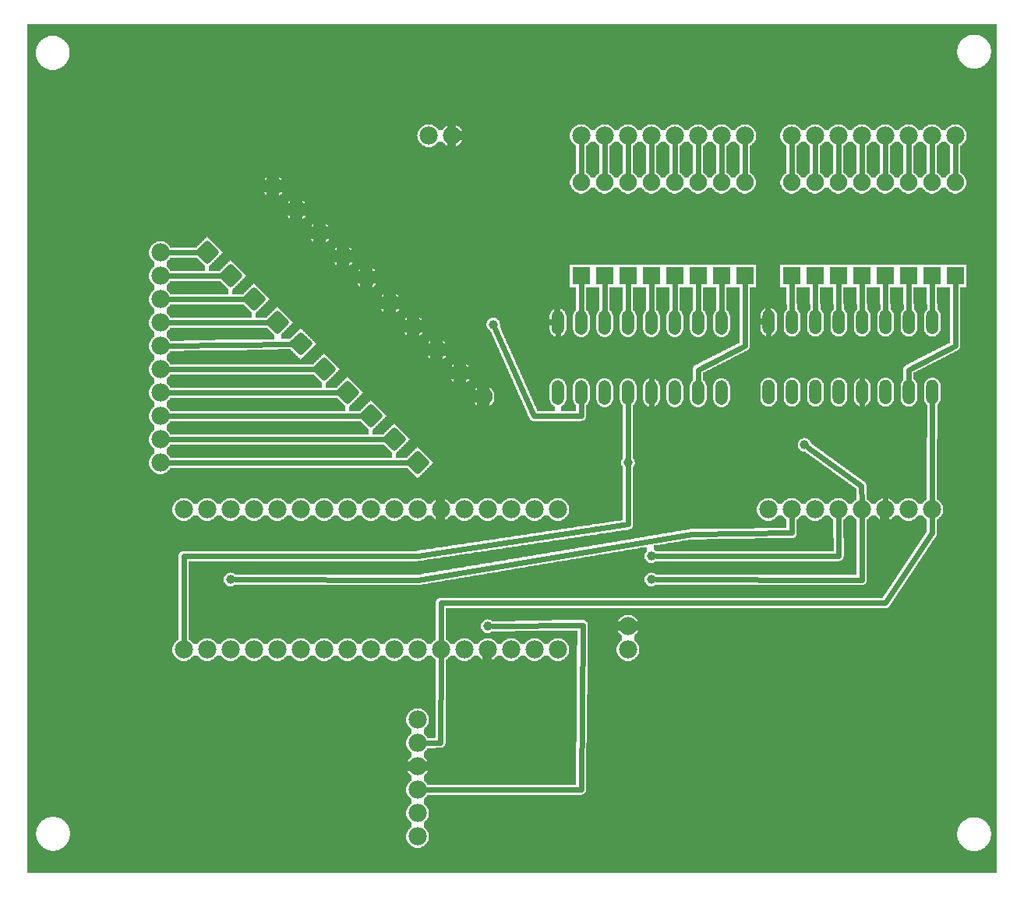
<source format=gtl>
G04 MADE WITH FRITZING*
G04 WWW.FRITZING.ORG*
G04 DOUBLE SIDED*
G04 HOLES PLATED*
G04 CONTOUR ON CENTER OF CONTOUR VECTOR*
%ASAXBY*%
%FSLAX23Y23*%
%MOIN*%
%OFA0B0*%
%SFA1.0B1.0*%
%ADD10C,0.075000*%
%ADD11C,0.078000*%
%ADD12C,0.039370*%
%ADD13C,0.052000*%
%ADD14R,0.075000X0.075000*%
%ADD15C,0.024000*%
%ADD16C,0.020000*%
%ADD17R,0.001000X0.001000*%
%LNCOPPER1*%
G90*
G70*
G54D10*
X3380Y1486D03*
X270Y3568D03*
G54D11*
X710Y996D03*
X810Y996D03*
X910Y996D03*
X1010Y996D03*
X1110Y996D03*
X1210Y996D03*
X1310Y996D03*
X1410Y996D03*
X1510Y996D03*
X1610Y996D03*
X1710Y996D03*
X1810Y996D03*
X1910Y996D03*
X2010Y996D03*
X2110Y996D03*
X2210Y996D03*
X2310Y996D03*
X710Y1596D03*
X810Y1596D03*
X910Y1596D03*
X1010Y1596D03*
X1110Y1596D03*
X1210Y1596D03*
X1310Y1596D03*
X1410Y1596D03*
X1510Y1596D03*
X1610Y1596D03*
X1710Y1596D03*
X1810Y1596D03*
X1910Y1596D03*
X2010Y1596D03*
X2110Y1596D03*
X2210Y1596D03*
X2310Y1596D03*
G54D12*
X3365Y1872D03*
G54D13*
X3912Y2398D03*
X3812Y2398D03*
X3712Y2398D03*
X3612Y2398D03*
X3512Y2398D03*
X3412Y2398D03*
X3312Y2398D03*
X3212Y2398D03*
X3212Y2098D03*
X3312Y2098D03*
X3412Y2098D03*
X3512Y2098D03*
X3612Y2098D03*
X3712Y2098D03*
X3812Y2098D03*
X3912Y2098D03*
X3912Y2398D03*
X3812Y2398D03*
X3712Y2398D03*
X3612Y2398D03*
X3512Y2398D03*
X3412Y2398D03*
X3312Y2398D03*
X3212Y2398D03*
X3212Y2098D03*
X3312Y2098D03*
X3412Y2098D03*
X3512Y2098D03*
X3612Y2098D03*
X3712Y2098D03*
X3812Y2098D03*
X3912Y2098D03*
X3010Y2396D03*
X2910Y2396D03*
X2810Y2396D03*
X2710Y2396D03*
X2610Y2396D03*
X2510Y2396D03*
X2410Y2396D03*
X2310Y2396D03*
X2310Y2096D03*
X2410Y2096D03*
X2510Y2096D03*
X2610Y2096D03*
X2710Y2096D03*
X2810Y2096D03*
X2910Y2096D03*
X3010Y2096D03*
X3010Y2396D03*
X2910Y2396D03*
X2810Y2396D03*
X2710Y2396D03*
X2610Y2396D03*
X2510Y2396D03*
X2410Y2396D03*
X2310Y2396D03*
X2310Y2096D03*
X2410Y2096D03*
X2510Y2096D03*
X2610Y2096D03*
X2710Y2096D03*
X2810Y2096D03*
X2910Y2096D03*
X3010Y2096D03*
G54D11*
X1710Y696D03*
X1710Y596D03*
X1710Y496D03*
X1710Y396D03*
X1710Y296D03*
X1710Y196D03*
X2610Y1096D03*
X2610Y996D03*
X1758Y3196D03*
X1858Y3196D03*
G54D10*
X2510Y2596D03*
X2510Y2996D03*
X2910Y2596D03*
X2910Y2996D03*
X910Y2596D03*
X1193Y2879D03*
X1110Y2396D03*
X1393Y2679D03*
G54D12*
X2034Y2388D03*
G54D10*
X1010Y2496D03*
X1293Y2779D03*
G54D12*
X910Y1296D03*
G54D10*
X3010Y2596D03*
X3010Y2996D03*
X2810Y2596D03*
X2810Y2996D03*
G54D12*
X2710Y1396D03*
G54D10*
X1210Y2305D03*
X1493Y2588D03*
X3110Y2596D03*
X3110Y2996D03*
X2610Y2596D03*
X2610Y2996D03*
G54D12*
X2710Y1296D03*
G54D10*
X2710Y2596D03*
X2710Y2996D03*
X2410Y2596D03*
X2410Y2996D03*
G54D12*
X2010Y1096D03*
G54D10*
X810Y2696D03*
X1093Y2979D03*
G54D11*
X610Y1796D03*
X610Y1896D03*
X610Y1996D03*
X610Y2096D03*
X610Y2196D03*
X610Y2296D03*
X610Y2396D03*
X610Y2496D03*
X610Y2596D03*
X610Y2696D03*
G54D10*
X3610Y2596D03*
X3610Y2996D03*
G54D11*
X2410Y3196D03*
X2510Y3196D03*
X2610Y3196D03*
X2710Y3196D03*
X2810Y3196D03*
X2910Y3196D03*
X3010Y3196D03*
X3110Y3196D03*
G54D10*
X3510Y2596D03*
X3510Y2996D03*
G54D11*
X3310Y3196D03*
X3410Y3196D03*
X3510Y3196D03*
X3610Y3196D03*
X3710Y3196D03*
X3810Y3196D03*
X3910Y3196D03*
X4010Y3196D03*
G54D10*
X3710Y2596D03*
X3710Y2996D03*
X3910Y2596D03*
X3910Y2996D03*
X4010Y2596D03*
X4010Y2996D03*
X3810Y2596D03*
X3810Y2996D03*
X1310Y2196D03*
X1593Y2479D03*
G54D11*
X3210Y1596D03*
X3310Y1596D03*
X3410Y1596D03*
X3510Y1596D03*
X3610Y1596D03*
X3710Y1596D03*
X3810Y1596D03*
X3910Y1596D03*
G54D10*
X1410Y2096D03*
X1693Y2379D03*
X1510Y1996D03*
X1793Y2279D03*
X1610Y1896D03*
X1893Y2179D03*
X3410Y2596D03*
X3410Y2996D03*
X1710Y1796D03*
X1993Y2079D03*
X3310Y2596D03*
X3310Y2996D03*
G54D12*
X2610Y1796D03*
G54D14*
X2510Y2596D03*
X2910Y2596D03*
X3010Y2596D03*
X2810Y2596D03*
X3110Y2596D03*
X2610Y2596D03*
X2710Y2596D03*
X2410Y2596D03*
X3610Y2596D03*
X3510Y2596D03*
X3710Y2596D03*
X3910Y2596D03*
X4010Y2596D03*
X3810Y2596D03*
X3410Y2596D03*
X3310Y2596D03*
G54D15*
X3209Y2293D02*
X3211Y2371D01*
D02*
X3609Y2195D02*
X3209Y2293D01*
D02*
X3611Y2125D02*
X3609Y2195D01*
D02*
X1810Y1196D02*
X1810Y1026D01*
D02*
X1808Y598D02*
X1810Y966D01*
D02*
X1740Y596D02*
X1808Y598D01*
D02*
X2611Y1532D02*
X2610Y1777D01*
D02*
X1709Y1397D02*
X2611Y1532D01*
D02*
X710Y1395D02*
X1709Y1397D01*
D02*
X710Y1026D02*
X710Y1395D01*
D02*
X3608Y1696D02*
X3381Y1861D01*
D02*
X3609Y1626D02*
X3608Y1696D01*
D02*
X1281Y2196D02*
X640Y2196D01*
D02*
X1181Y2304D02*
X640Y2296D01*
D02*
X1081Y2396D02*
X640Y2396D01*
D02*
X981Y2496D02*
X640Y2496D01*
D02*
X881Y2596D02*
X640Y2596D01*
D02*
X781Y2696D02*
X640Y2696D01*
D02*
X3310Y3166D02*
X3310Y3024D01*
D02*
X4009Y2297D02*
X4010Y2567D01*
D02*
X3810Y2567D02*
X3811Y2425D01*
D02*
X3911Y2425D02*
X3910Y2567D01*
D02*
X3809Y2194D02*
X4009Y2297D01*
D02*
X3811Y2125D02*
X3809Y2194D01*
D02*
X4010Y3166D02*
X4010Y3024D01*
D02*
X3910Y3166D02*
X3910Y3024D01*
D02*
X3810Y3166D02*
X3810Y3024D01*
D02*
X3710Y3166D02*
X3710Y3024D01*
D02*
X3610Y3166D02*
X3610Y3024D01*
D02*
X3510Y3166D02*
X3510Y3024D01*
D02*
X3410Y3166D02*
X3410Y3024D01*
D02*
X3616Y1942D02*
X3612Y2071D01*
D02*
X2910Y3166D02*
X2910Y3024D01*
D02*
X3010Y3166D02*
X3010Y3024D01*
D02*
X3110Y3166D02*
X3110Y3024D01*
D02*
X3310Y2567D02*
X3311Y2425D01*
D02*
X3410Y2567D02*
X3411Y2425D01*
D02*
X3510Y2567D02*
X3511Y2425D01*
D02*
X3610Y2567D02*
X3611Y2425D01*
D02*
X3710Y2567D02*
X3711Y2425D01*
D02*
X2712Y2194D02*
X2309Y2295D01*
D02*
X2309Y2295D02*
X2310Y2369D01*
D02*
X2711Y1997D02*
X2789Y1939D01*
D02*
X2789Y1939D02*
X3616Y1942D01*
D02*
X2510Y2423D02*
X2510Y2567D01*
D02*
X2410Y2423D02*
X2410Y2567D01*
D02*
X2710Y2069D02*
X2711Y1997D01*
D02*
X2710Y2123D02*
X2712Y2194D01*
D02*
X2410Y3166D02*
X2410Y3024D01*
D02*
X2510Y3166D02*
X2510Y3024D01*
D02*
X2610Y3166D02*
X2610Y3024D01*
D02*
X2710Y3166D02*
X2710Y3024D01*
D02*
X2810Y3166D02*
X2810Y3024D01*
D02*
X3110Y2297D02*
X3110Y2567D01*
D02*
X1581Y1896D02*
X640Y1896D01*
D02*
X1481Y1996D02*
X640Y1996D01*
D02*
X1381Y2096D02*
X640Y2096D01*
D02*
X2909Y2194D02*
X3110Y2297D01*
D02*
X2910Y2123D02*
X2909Y2194D01*
D02*
X3010Y2423D02*
X3010Y2567D01*
D02*
X2910Y2423D02*
X2910Y2567D01*
D02*
X2810Y2423D02*
X2810Y2567D01*
D02*
X2710Y2423D02*
X2710Y2567D01*
D02*
X2610Y2423D02*
X2610Y2567D01*
D02*
X2610Y1815D02*
X2610Y2069D01*
D02*
X1681Y1796D02*
X640Y1796D01*
D02*
X3709Y1696D02*
X3710Y1626D01*
D02*
X3616Y1942D02*
X3709Y1696D01*
D02*
X2208Y1996D02*
X2410Y1997D01*
D02*
X2410Y1997D02*
X2410Y2069D01*
D02*
X2041Y2371D02*
X2208Y1996D01*
D02*
X3309Y1497D02*
X3310Y1566D01*
D02*
X3512Y1397D02*
X3510Y1566D01*
D02*
X2729Y1396D02*
X3512Y1397D01*
D02*
X3311Y1495D02*
X3309Y1497D01*
D02*
X1709Y1294D02*
X2884Y1491D01*
D02*
X2884Y1491D02*
X3311Y1495D01*
D02*
X929Y1296D02*
X1709Y1294D01*
D02*
X3910Y1626D02*
X3912Y2071D01*
D02*
X2409Y397D02*
X1740Y396D01*
D02*
X3610Y1294D02*
X3610Y1566D01*
D02*
X2729Y1296D02*
X3610Y1294D01*
D02*
X2416Y1101D02*
X2029Y1096D01*
D02*
X2409Y397D02*
X2416Y1101D01*
D02*
X3910Y1495D02*
X3910Y1566D01*
D02*
X3711Y1195D02*
X3910Y1495D01*
D02*
X1810Y1196D02*
X3711Y1195D01*
G36*
X2450Y3170D02*
X2450Y3168D01*
X2448Y3168D01*
X2448Y3166D01*
X2446Y3166D01*
X2446Y3164D01*
X2444Y3164D01*
X2444Y3162D01*
X2442Y3162D01*
X2442Y3160D01*
X2440Y3160D01*
X2440Y3158D01*
X2438Y3158D01*
X2438Y3156D01*
X2436Y3156D01*
X2436Y3154D01*
X2432Y3154D01*
X2432Y3036D01*
X2434Y3036D01*
X2434Y3034D01*
X2436Y3034D01*
X2436Y3032D01*
X2440Y3032D01*
X2440Y3030D01*
X2442Y3030D01*
X2442Y3028D01*
X2444Y3028D01*
X2444Y3026D01*
X2446Y3026D01*
X2446Y3022D01*
X2448Y3022D01*
X2448Y3020D01*
X2450Y3020D01*
X2450Y3018D01*
X2470Y3018D01*
X2470Y3020D01*
X2472Y3020D01*
X2472Y3024D01*
X2474Y3024D01*
X2474Y3026D01*
X2476Y3026D01*
X2476Y3028D01*
X2478Y3028D01*
X2478Y3030D01*
X2480Y3030D01*
X2480Y3032D01*
X2482Y3032D01*
X2482Y3034D01*
X2486Y3034D01*
X2486Y3036D01*
X2488Y3036D01*
X2488Y3154D01*
X2484Y3154D01*
X2484Y3156D01*
X2482Y3156D01*
X2482Y3158D01*
X2480Y3158D01*
X2480Y3160D01*
X2478Y3160D01*
X2478Y3162D01*
X2476Y3162D01*
X2476Y3164D01*
X2474Y3164D01*
X2474Y3166D01*
X2472Y3166D01*
X2472Y3168D01*
X2470Y3168D01*
X2470Y3170D01*
X2450Y3170D01*
G37*
D02*
G36*
X2550Y3170D02*
X2550Y3168D01*
X2548Y3168D01*
X2548Y3166D01*
X2546Y3166D01*
X2546Y3164D01*
X2544Y3164D01*
X2544Y3162D01*
X2542Y3162D01*
X2542Y3160D01*
X2540Y3160D01*
X2540Y3158D01*
X2538Y3158D01*
X2538Y3156D01*
X2536Y3156D01*
X2536Y3154D01*
X2532Y3154D01*
X2532Y3036D01*
X2534Y3036D01*
X2534Y3034D01*
X2536Y3034D01*
X2536Y3032D01*
X2540Y3032D01*
X2540Y3030D01*
X2542Y3030D01*
X2542Y3028D01*
X2544Y3028D01*
X2544Y3026D01*
X2546Y3026D01*
X2546Y3022D01*
X2548Y3022D01*
X2548Y3020D01*
X2550Y3020D01*
X2550Y3018D01*
X2570Y3018D01*
X2570Y3020D01*
X2572Y3020D01*
X2572Y3024D01*
X2574Y3024D01*
X2574Y3026D01*
X2576Y3026D01*
X2576Y3028D01*
X2578Y3028D01*
X2578Y3030D01*
X2580Y3030D01*
X2580Y3032D01*
X2582Y3032D01*
X2582Y3034D01*
X2586Y3034D01*
X2586Y3036D01*
X2588Y3036D01*
X2588Y3154D01*
X2584Y3154D01*
X2584Y3156D01*
X2582Y3156D01*
X2582Y3158D01*
X2580Y3158D01*
X2580Y3160D01*
X2578Y3160D01*
X2578Y3162D01*
X2576Y3162D01*
X2576Y3164D01*
X2574Y3164D01*
X2574Y3166D01*
X2572Y3166D01*
X2572Y3168D01*
X2570Y3168D01*
X2570Y3170D01*
X2550Y3170D01*
G37*
D02*
G36*
X2650Y3170D02*
X2650Y3168D01*
X2648Y3168D01*
X2648Y3166D01*
X2646Y3166D01*
X2646Y3164D01*
X2644Y3164D01*
X2644Y3162D01*
X2642Y3162D01*
X2642Y3160D01*
X2640Y3160D01*
X2640Y3158D01*
X2638Y3158D01*
X2638Y3156D01*
X2636Y3156D01*
X2636Y3154D01*
X2632Y3154D01*
X2632Y3036D01*
X2634Y3036D01*
X2634Y3034D01*
X2636Y3034D01*
X2636Y3032D01*
X2640Y3032D01*
X2640Y3030D01*
X2642Y3030D01*
X2642Y3028D01*
X2644Y3028D01*
X2644Y3026D01*
X2646Y3026D01*
X2646Y3022D01*
X2648Y3022D01*
X2648Y3020D01*
X2650Y3020D01*
X2650Y3018D01*
X2670Y3018D01*
X2670Y3020D01*
X2672Y3020D01*
X2672Y3024D01*
X2674Y3024D01*
X2674Y3026D01*
X2676Y3026D01*
X2676Y3028D01*
X2678Y3028D01*
X2678Y3030D01*
X2680Y3030D01*
X2680Y3032D01*
X2682Y3032D01*
X2682Y3034D01*
X2686Y3034D01*
X2686Y3036D01*
X2688Y3036D01*
X2688Y3154D01*
X2684Y3154D01*
X2684Y3156D01*
X2682Y3156D01*
X2682Y3158D01*
X2680Y3158D01*
X2680Y3160D01*
X2678Y3160D01*
X2678Y3162D01*
X2676Y3162D01*
X2676Y3164D01*
X2674Y3164D01*
X2674Y3166D01*
X2672Y3166D01*
X2672Y3168D01*
X2670Y3168D01*
X2670Y3170D01*
X2650Y3170D01*
G37*
D02*
G36*
X2750Y3170D02*
X2750Y3168D01*
X2748Y3168D01*
X2748Y3166D01*
X2746Y3166D01*
X2746Y3164D01*
X2744Y3164D01*
X2744Y3162D01*
X2742Y3162D01*
X2742Y3160D01*
X2740Y3160D01*
X2740Y3158D01*
X2738Y3158D01*
X2738Y3156D01*
X2736Y3156D01*
X2736Y3154D01*
X2732Y3154D01*
X2732Y3036D01*
X2734Y3036D01*
X2734Y3034D01*
X2736Y3034D01*
X2736Y3032D01*
X2740Y3032D01*
X2740Y3030D01*
X2742Y3030D01*
X2742Y3028D01*
X2744Y3028D01*
X2744Y3026D01*
X2746Y3026D01*
X2746Y3022D01*
X2748Y3022D01*
X2748Y3020D01*
X2750Y3020D01*
X2750Y3018D01*
X2770Y3018D01*
X2770Y3020D01*
X2772Y3020D01*
X2772Y3024D01*
X2774Y3024D01*
X2774Y3026D01*
X2776Y3026D01*
X2776Y3028D01*
X2778Y3028D01*
X2778Y3030D01*
X2780Y3030D01*
X2780Y3032D01*
X2782Y3032D01*
X2782Y3034D01*
X2786Y3034D01*
X2786Y3036D01*
X2788Y3036D01*
X2788Y3154D01*
X2784Y3154D01*
X2784Y3156D01*
X2782Y3156D01*
X2782Y3158D01*
X2780Y3158D01*
X2780Y3160D01*
X2778Y3160D01*
X2778Y3162D01*
X2776Y3162D01*
X2776Y3164D01*
X2774Y3164D01*
X2774Y3166D01*
X2772Y3166D01*
X2772Y3168D01*
X2770Y3168D01*
X2770Y3170D01*
X2750Y3170D01*
G37*
D02*
G36*
X2850Y3170D02*
X2850Y3168D01*
X2848Y3168D01*
X2848Y3166D01*
X2846Y3166D01*
X2846Y3164D01*
X2844Y3164D01*
X2844Y3162D01*
X2842Y3162D01*
X2842Y3160D01*
X2840Y3160D01*
X2840Y3158D01*
X2838Y3158D01*
X2838Y3156D01*
X2836Y3156D01*
X2836Y3154D01*
X2832Y3154D01*
X2832Y3036D01*
X2834Y3036D01*
X2834Y3034D01*
X2836Y3034D01*
X2836Y3032D01*
X2840Y3032D01*
X2840Y3030D01*
X2842Y3030D01*
X2842Y3028D01*
X2844Y3028D01*
X2844Y3026D01*
X2846Y3026D01*
X2846Y3022D01*
X2848Y3022D01*
X2848Y3020D01*
X2850Y3020D01*
X2850Y3018D01*
X2870Y3018D01*
X2870Y3020D01*
X2872Y3020D01*
X2872Y3024D01*
X2874Y3024D01*
X2874Y3026D01*
X2876Y3026D01*
X2876Y3028D01*
X2878Y3028D01*
X2878Y3030D01*
X2880Y3030D01*
X2880Y3032D01*
X2882Y3032D01*
X2882Y3034D01*
X2886Y3034D01*
X2886Y3036D01*
X2888Y3036D01*
X2888Y3154D01*
X2884Y3154D01*
X2884Y3156D01*
X2882Y3156D01*
X2882Y3158D01*
X2880Y3158D01*
X2880Y3160D01*
X2878Y3160D01*
X2878Y3162D01*
X2876Y3162D01*
X2876Y3164D01*
X2874Y3164D01*
X2874Y3166D01*
X2872Y3166D01*
X2872Y3168D01*
X2870Y3168D01*
X2870Y3170D01*
X2850Y3170D01*
G37*
D02*
G36*
X2950Y3170D02*
X2950Y3168D01*
X2948Y3168D01*
X2948Y3166D01*
X2946Y3166D01*
X2946Y3164D01*
X2944Y3164D01*
X2944Y3162D01*
X2942Y3162D01*
X2942Y3160D01*
X2940Y3160D01*
X2940Y3158D01*
X2938Y3158D01*
X2938Y3156D01*
X2936Y3156D01*
X2936Y3154D01*
X2932Y3154D01*
X2932Y3036D01*
X2934Y3036D01*
X2934Y3034D01*
X2936Y3034D01*
X2936Y3032D01*
X2940Y3032D01*
X2940Y3030D01*
X2942Y3030D01*
X2942Y3028D01*
X2944Y3028D01*
X2944Y3026D01*
X2946Y3026D01*
X2946Y3022D01*
X2948Y3022D01*
X2948Y3020D01*
X2950Y3020D01*
X2950Y3018D01*
X2970Y3018D01*
X2970Y3020D01*
X2972Y3020D01*
X2972Y3024D01*
X2974Y3024D01*
X2974Y3026D01*
X2976Y3026D01*
X2976Y3028D01*
X2978Y3028D01*
X2978Y3030D01*
X2980Y3030D01*
X2980Y3032D01*
X2982Y3032D01*
X2982Y3034D01*
X2986Y3034D01*
X2986Y3036D01*
X2988Y3036D01*
X2988Y3154D01*
X2984Y3154D01*
X2984Y3156D01*
X2982Y3156D01*
X2982Y3158D01*
X2980Y3158D01*
X2980Y3160D01*
X2978Y3160D01*
X2978Y3162D01*
X2976Y3162D01*
X2976Y3164D01*
X2974Y3164D01*
X2974Y3166D01*
X2972Y3166D01*
X2972Y3168D01*
X2970Y3168D01*
X2970Y3170D01*
X2950Y3170D01*
G37*
D02*
G36*
X3050Y3170D02*
X3050Y3168D01*
X3048Y3168D01*
X3048Y3166D01*
X3046Y3166D01*
X3046Y3164D01*
X3044Y3164D01*
X3044Y3162D01*
X3042Y3162D01*
X3042Y3160D01*
X3040Y3160D01*
X3040Y3158D01*
X3038Y3158D01*
X3038Y3156D01*
X3036Y3156D01*
X3036Y3154D01*
X3032Y3154D01*
X3032Y3036D01*
X3034Y3036D01*
X3034Y3034D01*
X3036Y3034D01*
X3036Y3032D01*
X3040Y3032D01*
X3040Y3030D01*
X3042Y3030D01*
X3042Y3028D01*
X3044Y3028D01*
X3044Y3026D01*
X3046Y3026D01*
X3046Y3022D01*
X3048Y3022D01*
X3048Y3020D01*
X3050Y3020D01*
X3050Y3018D01*
X3070Y3018D01*
X3070Y3020D01*
X3072Y3020D01*
X3072Y3024D01*
X3074Y3024D01*
X3074Y3026D01*
X3076Y3026D01*
X3076Y3028D01*
X3078Y3028D01*
X3078Y3030D01*
X3080Y3030D01*
X3080Y3032D01*
X3082Y3032D01*
X3082Y3034D01*
X3086Y3034D01*
X3086Y3036D01*
X3088Y3036D01*
X3088Y3154D01*
X3084Y3154D01*
X3084Y3156D01*
X3082Y3156D01*
X3082Y3158D01*
X3080Y3158D01*
X3080Y3160D01*
X3078Y3160D01*
X3078Y3162D01*
X3076Y3162D01*
X3076Y3164D01*
X3074Y3164D01*
X3074Y3166D01*
X3072Y3166D01*
X3072Y3168D01*
X3070Y3168D01*
X3070Y3170D01*
X3050Y3170D01*
G37*
D02*
G36*
X3350Y3170D02*
X3350Y3168D01*
X3348Y3168D01*
X3348Y3166D01*
X3346Y3166D01*
X3346Y3164D01*
X3344Y3164D01*
X3344Y3162D01*
X3342Y3162D01*
X3342Y3160D01*
X3340Y3160D01*
X3340Y3158D01*
X3338Y3158D01*
X3338Y3156D01*
X3336Y3156D01*
X3336Y3154D01*
X3332Y3154D01*
X3332Y3036D01*
X3334Y3036D01*
X3334Y3034D01*
X3336Y3034D01*
X3336Y3032D01*
X3340Y3032D01*
X3340Y3030D01*
X3342Y3030D01*
X3342Y3028D01*
X3344Y3028D01*
X3344Y3026D01*
X3346Y3026D01*
X3346Y3022D01*
X3348Y3022D01*
X3348Y3020D01*
X3350Y3020D01*
X3350Y3018D01*
X3370Y3018D01*
X3370Y3020D01*
X3372Y3020D01*
X3372Y3024D01*
X3374Y3024D01*
X3374Y3026D01*
X3376Y3026D01*
X3376Y3028D01*
X3378Y3028D01*
X3378Y3030D01*
X3380Y3030D01*
X3380Y3032D01*
X3382Y3032D01*
X3382Y3034D01*
X3386Y3034D01*
X3386Y3036D01*
X3388Y3036D01*
X3388Y3154D01*
X3384Y3154D01*
X3384Y3156D01*
X3382Y3156D01*
X3382Y3158D01*
X3380Y3158D01*
X3380Y3160D01*
X3378Y3160D01*
X3378Y3162D01*
X3376Y3162D01*
X3376Y3164D01*
X3374Y3164D01*
X3374Y3166D01*
X3372Y3166D01*
X3372Y3168D01*
X3370Y3168D01*
X3370Y3170D01*
X3350Y3170D01*
G37*
D02*
G36*
X3450Y3170D02*
X3450Y3168D01*
X3448Y3168D01*
X3448Y3166D01*
X3446Y3166D01*
X3446Y3164D01*
X3444Y3164D01*
X3444Y3162D01*
X3442Y3162D01*
X3442Y3160D01*
X3440Y3160D01*
X3440Y3158D01*
X3438Y3158D01*
X3438Y3156D01*
X3436Y3156D01*
X3436Y3154D01*
X3432Y3154D01*
X3432Y3036D01*
X3434Y3036D01*
X3434Y3034D01*
X3436Y3034D01*
X3436Y3032D01*
X3440Y3032D01*
X3440Y3030D01*
X3442Y3030D01*
X3442Y3028D01*
X3444Y3028D01*
X3444Y3026D01*
X3446Y3026D01*
X3446Y3022D01*
X3448Y3022D01*
X3448Y3020D01*
X3450Y3020D01*
X3450Y3018D01*
X3470Y3018D01*
X3470Y3020D01*
X3472Y3020D01*
X3472Y3024D01*
X3474Y3024D01*
X3474Y3026D01*
X3476Y3026D01*
X3476Y3028D01*
X3478Y3028D01*
X3478Y3030D01*
X3480Y3030D01*
X3480Y3032D01*
X3482Y3032D01*
X3482Y3034D01*
X3486Y3034D01*
X3486Y3036D01*
X3488Y3036D01*
X3488Y3154D01*
X3484Y3154D01*
X3484Y3156D01*
X3482Y3156D01*
X3482Y3158D01*
X3480Y3158D01*
X3480Y3160D01*
X3478Y3160D01*
X3478Y3162D01*
X3476Y3162D01*
X3476Y3164D01*
X3474Y3164D01*
X3474Y3166D01*
X3472Y3166D01*
X3472Y3168D01*
X3470Y3168D01*
X3470Y3170D01*
X3450Y3170D01*
G37*
D02*
G36*
X3550Y3170D02*
X3550Y3168D01*
X3548Y3168D01*
X3548Y3166D01*
X3546Y3166D01*
X3546Y3164D01*
X3544Y3164D01*
X3544Y3162D01*
X3542Y3162D01*
X3542Y3160D01*
X3540Y3160D01*
X3540Y3158D01*
X3538Y3158D01*
X3538Y3156D01*
X3536Y3156D01*
X3536Y3154D01*
X3532Y3154D01*
X3532Y3036D01*
X3534Y3036D01*
X3534Y3034D01*
X3536Y3034D01*
X3536Y3032D01*
X3540Y3032D01*
X3540Y3030D01*
X3542Y3030D01*
X3542Y3028D01*
X3544Y3028D01*
X3544Y3026D01*
X3546Y3026D01*
X3546Y3022D01*
X3548Y3022D01*
X3548Y3020D01*
X3550Y3020D01*
X3550Y3018D01*
X3570Y3018D01*
X3570Y3020D01*
X3572Y3020D01*
X3572Y3024D01*
X3574Y3024D01*
X3574Y3026D01*
X3576Y3026D01*
X3576Y3028D01*
X3578Y3028D01*
X3578Y3030D01*
X3580Y3030D01*
X3580Y3032D01*
X3582Y3032D01*
X3582Y3034D01*
X3586Y3034D01*
X3586Y3036D01*
X3588Y3036D01*
X3588Y3154D01*
X3584Y3154D01*
X3584Y3156D01*
X3582Y3156D01*
X3582Y3158D01*
X3580Y3158D01*
X3580Y3160D01*
X3578Y3160D01*
X3578Y3162D01*
X3576Y3162D01*
X3576Y3164D01*
X3574Y3164D01*
X3574Y3166D01*
X3572Y3166D01*
X3572Y3168D01*
X3570Y3168D01*
X3570Y3170D01*
X3550Y3170D01*
G37*
D02*
G36*
X3650Y3170D02*
X3650Y3168D01*
X3648Y3168D01*
X3648Y3166D01*
X3646Y3166D01*
X3646Y3164D01*
X3644Y3164D01*
X3644Y3162D01*
X3642Y3162D01*
X3642Y3160D01*
X3640Y3160D01*
X3640Y3158D01*
X3638Y3158D01*
X3638Y3156D01*
X3636Y3156D01*
X3636Y3154D01*
X3632Y3154D01*
X3632Y3036D01*
X3634Y3036D01*
X3634Y3034D01*
X3636Y3034D01*
X3636Y3032D01*
X3640Y3032D01*
X3640Y3030D01*
X3642Y3030D01*
X3642Y3028D01*
X3644Y3028D01*
X3644Y3026D01*
X3646Y3026D01*
X3646Y3022D01*
X3648Y3022D01*
X3648Y3020D01*
X3650Y3020D01*
X3650Y3018D01*
X3670Y3018D01*
X3670Y3020D01*
X3672Y3020D01*
X3672Y3024D01*
X3674Y3024D01*
X3674Y3026D01*
X3676Y3026D01*
X3676Y3028D01*
X3678Y3028D01*
X3678Y3030D01*
X3680Y3030D01*
X3680Y3032D01*
X3682Y3032D01*
X3682Y3034D01*
X3686Y3034D01*
X3686Y3036D01*
X3688Y3036D01*
X3688Y3154D01*
X3684Y3154D01*
X3684Y3156D01*
X3682Y3156D01*
X3682Y3158D01*
X3680Y3158D01*
X3680Y3160D01*
X3678Y3160D01*
X3678Y3162D01*
X3676Y3162D01*
X3676Y3164D01*
X3674Y3164D01*
X3674Y3166D01*
X3672Y3166D01*
X3672Y3168D01*
X3670Y3168D01*
X3670Y3170D01*
X3650Y3170D01*
G37*
D02*
G36*
X3750Y3170D02*
X3750Y3168D01*
X3748Y3168D01*
X3748Y3166D01*
X3746Y3166D01*
X3746Y3164D01*
X3744Y3164D01*
X3744Y3162D01*
X3742Y3162D01*
X3742Y3160D01*
X3740Y3160D01*
X3740Y3158D01*
X3738Y3158D01*
X3738Y3156D01*
X3736Y3156D01*
X3736Y3154D01*
X3732Y3154D01*
X3732Y3036D01*
X3734Y3036D01*
X3734Y3034D01*
X3736Y3034D01*
X3736Y3032D01*
X3740Y3032D01*
X3740Y3030D01*
X3742Y3030D01*
X3742Y3028D01*
X3744Y3028D01*
X3744Y3026D01*
X3746Y3026D01*
X3746Y3022D01*
X3748Y3022D01*
X3748Y3020D01*
X3750Y3020D01*
X3750Y3018D01*
X3770Y3018D01*
X3770Y3020D01*
X3772Y3020D01*
X3772Y3024D01*
X3774Y3024D01*
X3774Y3026D01*
X3776Y3026D01*
X3776Y3028D01*
X3778Y3028D01*
X3778Y3030D01*
X3780Y3030D01*
X3780Y3032D01*
X3782Y3032D01*
X3782Y3034D01*
X3786Y3034D01*
X3786Y3036D01*
X3788Y3036D01*
X3788Y3154D01*
X3784Y3154D01*
X3784Y3156D01*
X3782Y3156D01*
X3782Y3158D01*
X3780Y3158D01*
X3780Y3160D01*
X3778Y3160D01*
X3778Y3162D01*
X3776Y3162D01*
X3776Y3164D01*
X3774Y3164D01*
X3774Y3166D01*
X3772Y3166D01*
X3772Y3168D01*
X3770Y3168D01*
X3770Y3170D01*
X3750Y3170D01*
G37*
D02*
G36*
X3850Y3170D02*
X3850Y3168D01*
X3848Y3168D01*
X3848Y3166D01*
X3846Y3166D01*
X3846Y3164D01*
X3844Y3164D01*
X3844Y3162D01*
X3842Y3162D01*
X3842Y3160D01*
X3840Y3160D01*
X3840Y3158D01*
X3838Y3158D01*
X3838Y3156D01*
X3836Y3156D01*
X3836Y3154D01*
X3832Y3154D01*
X3832Y3036D01*
X3834Y3036D01*
X3834Y3034D01*
X3836Y3034D01*
X3836Y3032D01*
X3840Y3032D01*
X3840Y3030D01*
X3842Y3030D01*
X3842Y3028D01*
X3844Y3028D01*
X3844Y3026D01*
X3846Y3026D01*
X3846Y3022D01*
X3848Y3022D01*
X3848Y3020D01*
X3850Y3020D01*
X3850Y3018D01*
X3870Y3018D01*
X3870Y3020D01*
X3872Y3020D01*
X3872Y3024D01*
X3874Y3024D01*
X3874Y3026D01*
X3876Y3026D01*
X3876Y3028D01*
X3878Y3028D01*
X3878Y3030D01*
X3880Y3030D01*
X3880Y3032D01*
X3882Y3032D01*
X3882Y3034D01*
X3886Y3034D01*
X3886Y3036D01*
X3888Y3036D01*
X3888Y3154D01*
X3884Y3154D01*
X3884Y3156D01*
X3882Y3156D01*
X3882Y3158D01*
X3880Y3158D01*
X3880Y3160D01*
X3878Y3160D01*
X3878Y3162D01*
X3876Y3162D01*
X3876Y3164D01*
X3874Y3164D01*
X3874Y3166D01*
X3872Y3166D01*
X3872Y3168D01*
X3870Y3168D01*
X3870Y3170D01*
X3850Y3170D01*
G37*
D02*
G36*
X3950Y3170D02*
X3950Y3168D01*
X3948Y3168D01*
X3948Y3166D01*
X3946Y3166D01*
X3946Y3164D01*
X3944Y3164D01*
X3944Y3162D01*
X3942Y3162D01*
X3942Y3160D01*
X3940Y3160D01*
X3940Y3158D01*
X3938Y3158D01*
X3938Y3156D01*
X3936Y3156D01*
X3936Y3154D01*
X3932Y3154D01*
X3932Y3036D01*
X3934Y3036D01*
X3934Y3034D01*
X3936Y3034D01*
X3936Y3032D01*
X3940Y3032D01*
X3940Y3030D01*
X3942Y3030D01*
X3942Y3028D01*
X3944Y3028D01*
X3944Y3026D01*
X3946Y3026D01*
X3946Y3022D01*
X3948Y3022D01*
X3948Y3020D01*
X3950Y3020D01*
X3950Y3018D01*
X3970Y3018D01*
X3970Y3020D01*
X3972Y3020D01*
X3972Y3024D01*
X3974Y3024D01*
X3974Y3026D01*
X3976Y3026D01*
X3976Y3028D01*
X3978Y3028D01*
X3978Y3030D01*
X3980Y3030D01*
X3980Y3032D01*
X3982Y3032D01*
X3982Y3034D01*
X3986Y3034D01*
X3986Y3036D01*
X3988Y3036D01*
X3988Y3154D01*
X3984Y3154D01*
X3984Y3156D01*
X3982Y3156D01*
X3982Y3158D01*
X3980Y3158D01*
X3980Y3160D01*
X3978Y3160D01*
X3978Y3162D01*
X3976Y3162D01*
X3976Y3164D01*
X3974Y3164D01*
X3974Y3166D01*
X3972Y3166D01*
X3972Y3168D01*
X3970Y3168D01*
X3970Y3170D01*
X3950Y3170D01*
G37*
D02*
G36*
X652Y2674D02*
X652Y2672D01*
X650Y2672D01*
X650Y2668D01*
X648Y2668D01*
X648Y2666D01*
X646Y2666D01*
X646Y2664D01*
X644Y2664D01*
X644Y2662D01*
X642Y2662D01*
X642Y2660D01*
X640Y2660D01*
X640Y2658D01*
X638Y2658D01*
X638Y2656D01*
X636Y2656D01*
X636Y2634D01*
X640Y2634D01*
X640Y2632D01*
X642Y2632D01*
X642Y2630D01*
X644Y2630D01*
X644Y2628D01*
X646Y2628D01*
X646Y2626D01*
X648Y2626D01*
X648Y2622D01*
X650Y2622D01*
X650Y2620D01*
X652Y2620D01*
X652Y2618D01*
X802Y2618D01*
X802Y2638D01*
X800Y2638D01*
X800Y2640D01*
X798Y2640D01*
X798Y2642D01*
X796Y2642D01*
X796Y2644D01*
X794Y2644D01*
X794Y2646D01*
X792Y2646D01*
X792Y2648D01*
X790Y2648D01*
X790Y2650D01*
X788Y2650D01*
X788Y2652D01*
X786Y2652D01*
X786Y2654D01*
X784Y2654D01*
X784Y2656D01*
X782Y2656D01*
X782Y2658D01*
X780Y2658D01*
X780Y2660D01*
X778Y2660D01*
X778Y2662D01*
X776Y2662D01*
X776Y2664D01*
X774Y2664D01*
X774Y2666D01*
X772Y2666D01*
X772Y2668D01*
X770Y2668D01*
X770Y2670D01*
X768Y2670D01*
X768Y2672D01*
X766Y2672D01*
X766Y2674D01*
X652Y2674D01*
G37*
D02*
G36*
X652Y2574D02*
X652Y2572D01*
X650Y2572D01*
X650Y2568D01*
X648Y2568D01*
X648Y2566D01*
X646Y2566D01*
X646Y2564D01*
X644Y2564D01*
X644Y2562D01*
X642Y2562D01*
X642Y2560D01*
X640Y2560D01*
X640Y2558D01*
X638Y2558D01*
X638Y2556D01*
X636Y2556D01*
X636Y2534D01*
X640Y2534D01*
X640Y2532D01*
X642Y2532D01*
X642Y2530D01*
X644Y2530D01*
X644Y2528D01*
X646Y2528D01*
X646Y2526D01*
X648Y2526D01*
X648Y2522D01*
X650Y2522D01*
X650Y2520D01*
X652Y2520D01*
X652Y2518D01*
X902Y2518D01*
X902Y2538D01*
X900Y2538D01*
X900Y2540D01*
X898Y2540D01*
X898Y2542D01*
X896Y2542D01*
X896Y2544D01*
X894Y2544D01*
X894Y2546D01*
X892Y2546D01*
X892Y2548D01*
X890Y2548D01*
X890Y2550D01*
X888Y2550D01*
X888Y2552D01*
X886Y2552D01*
X886Y2554D01*
X884Y2554D01*
X884Y2556D01*
X882Y2556D01*
X882Y2558D01*
X880Y2558D01*
X880Y2560D01*
X878Y2560D01*
X878Y2562D01*
X876Y2562D01*
X876Y2564D01*
X874Y2564D01*
X874Y2566D01*
X872Y2566D01*
X872Y2568D01*
X870Y2568D01*
X870Y2570D01*
X868Y2570D01*
X868Y2572D01*
X866Y2572D01*
X866Y2574D01*
X652Y2574D01*
G37*
D02*
G36*
X652Y2474D02*
X652Y2472D01*
X650Y2472D01*
X650Y2468D01*
X648Y2468D01*
X648Y2466D01*
X646Y2466D01*
X646Y2464D01*
X644Y2464D01*
X644Y2462D01*
X642Y2462D01*
X642Y2460D01*
X640Y2460D01*
X640Y2458D01*
X638Y2458D01*
X638Y2456D01*
X636Y2456D01*
X636Y2434D01*
X640Y2434D01*
X640Y2432D01*
X642Y2432D01*
X642Y2430D01*
X644Y2430D01*
X644Y2428D01*
X646Y2428D01*
X646Y2426D01*
X648Y2426D01*
X648Y2422D01*
X650Y2422D01*
X650Y2420D01*
X652Y2420D01*
X652Y2418D01*
X1002Y2418D01*
X1002Y2438D01*
X1000Y2438D01*
X1000Y2440D01*
X998Y2440D01*
X998Y2442D01*
X996Y2442D01*
X996Y2444D01*
X994Y2444D01*
X994Y2446D01*
X992Y2446D01*
X992Y2448D01*
X990Y2448D01*
X990Y2450D01*
X988Y2450D01*
X988Y2452D01*
X986Y2452D01*
X986Y2454D01*
X984Y2454D01*
X984Y2456D01*
X982Y2456D01*
X982Y2458D01*
X980Y2458D01*
X980Y2460D01*
X978Y2460D01*
X978Y2462D01*
X976Y2462D01*
X976Y2464D01*
X974Y2464D01*
X974Y2466D01*
X972Y2466D01*
X972Y2468D01*
X970Y2468D01*
X970Y2470D01*
X968Y2470D01*
X968Y2472D01*
X966Y2472D01*
X966Y2474D01*
X652Y2474D01*
G37*
D02*
G36*
X652Y2374D02*
X652Y2372D01*
X650Y2372D01*
X650Y2368D01*
X648Y2368D01*
X648Y2366D01*
X646Y2366D01*
X646Y2364D01*
X644Y2364D01*
X644Y2362D01*
X642Y2362D01*
X642Y2360D01*
X640Y2360D01*
X640Y2358D01*
X638Y2358D01*
X638Y2356D01*
X636Y2356D01*
X636Y2334D01*
X640Y2334D01*
X640Y2332D01*
X642Y2332D01*
X642Y2330D01*
X644Y2330D01*
X644Y2328D01*
X646Y2328D01*
X646Y2326D01*
X648Y2326D01*
X648Y2322D01*
X650Y2322D01*
X650Y2320D01*
X652Y2320D01*
X652Y2318D01*
X710Y2318D01*
X710Y2320D01*
X844Y2320D01*
X844Y2322D01*
X978Y2322D01*
X978Y2324D01*
X1096Y2324D01*
X1096Y2344D01*
X1094Y2344D01*
X1094Y2346D01*
X1092Y2346D01*
X1092Y2348D01*
X1090Y2348D01*
X1090Y2350D01*
X1088Y2350D01*
X1088Y2352D01*
X1086Y2352D01*
X1086Y2354D01*
X1084Y2354D01*
X1084Y2356D01*
X1082Y2356D01*
X1082Y2358D01*
X1080Y2358D01*
X1080Y2360D01*
X1078Y2360D01*
X1078Y2362D01*
X1076Y2362D01*
X1076Y2364D01*
X1074Y2364D01*
X1074Y2366D01*
X1072Y2366D01*
X1072Y2368D01*
X1070Y2368D01*
X1070Y2370D01*
X1068Y2370D01*
X1068Y2372D01*
X1066Y2372D01*
X1066Y2374D01*
X652Y2374D01*
G37*
D02*
G36*
X652Y2174D02*
X652Y2172D01*
X650Y2172D01*
X650Y2168D01*
X648Y2168D01*
X648Y2166D01*
X646Y2166D01*
X646Y2164D01*
X644Y2164D01*
X644Y2162D01*
X642Y2162D01*
X642Y2160D01*
X640Y2160D01*
X640Y2158D01*
X638Y2158D01*
X638Y2156D01*
X636Y2156D01*
X636Y2134D01*
X640Y2134D01*
X640Y2132D01*
X642Y2132D01*
X642Y2130D01*
X644Y2130D01*
X644Y2128D01*
X646Y2128D01*
X646Y2126D01*
X648Y2126D01*
X648Y2122D01*
X650Y2122D01*
X650Y2120D01*
X652Y2120D01*
X652Y2118D01*
X1302Y2118D01*
X1302Y2138D01*
X1300Y2138D01*
X1300Y2140D01*
X1298Y2140D01*
X1298Y2142D01*
X1296Y2142D01*
X1296Y2144D01*
X1294Y2144D01*
X1294Y2146D01*
X1292Y2146D01*
X1292Y2148D01*
X1290Y2148D01*
X1290Y2150D01*
X1288Y2150D01*
X1288Y2152D01*
X1286Y2152D01*
X1286Y2154D01*
X1284Y2154D01*
X1284Y2156D01*
X1282Y2156D01*
X1282Y2158D01*
X1280Y2158D01*
X1280Y2160D01*
X1278Y2160D01*
X1278Y2162D01*
X1276Y2162D01*
X1276Y2164D01*
X1274Y2164D01*
X1274Y2166D01*
X1272Y2166D01*
X1272Y2168D01*
X1270Y2168D01*
X1270Y2170D01*
X1268Y2170D01*
X1268Y2172D01*
X1266Y2172D01*
X1266Y2174D01*
X652Y2174D01*
G37*
D02*
G36*
X652Y2074D02*
X652Y2072D01*
X650Y2072D01*
X650Y2068D01*
X648Y2068D01*
X648Y2066D01*
X646Y2066D01*
X646Y2064D01*
X644Y2064D01*
X644Y2062D01*
X642Y2062D01*
X642Y2060D01*
X640Y2060D01*
X640Y2058D01*
X638Y2058D01*
X638Y2056D01*
X636Y2056D01*
X636Y2034D01*
X640Y2034D01*
X640Y2032D01*
X642Y2032D01*
X642Y2030D01*
X644Y2030D01*
X644Y2028D01*
X646Y2028D01*
X646Y2026D01*
X648Y2026D01*
X648Y2022D01*
X650Y2022D01*
X650Y2020D01*
X652Y2020D01*
X652Y2018D01*
X1402Y2018D01*
X1402Y2038D01*
X1400Y2038D01*
X1400Y2040D01*
X1398Y2040D01*
X1398Y2042D01*
X1396Y2042D01*
X1396Y2044D01*
X1394Y2044D01*
X1394Y2046D01*
X1392Y2046D01*
X1392Y2048D01*
X1390Y2048D01*
X1390Y2050D01*
X1388Y2050D01*
X1388Y2052D01*
X1386Y2052D01*
X1386Y2054D01*
X1384Y2054D01*
X1384Y2056D01*
X1382Y2056D01*
X1382Y2058D01*
X1380Y2058D01*
X1380Y2060D01*
X1378Y2060D01*
X1378Y2062D01*
X1376Y2062D01*
X1376Y2064D01*
X1374Y2064D01*
X1374Y2066D01*
X1372Y2066D01*
X1372Y2068D01*
X1370Y2068D01*
X1370Y2070D01*
X1368Y2070D01*
X1368Y2072D01*
X1366Y2072D01*
X1366Y2074D01*
X652Y2074D01*
G37*
D02*
G36*
X652Y1974D02*
X652Y1972D01*
X650Y1972D01*
X650Y1968D01*
X648Y1968D01*
X648Y1966D01*
X646Y1966D01*
X646Y1964D01*
X644Y1964D01*
X644Y1962D01*
X642Y1962D01*
X642Y1960D01*
X640Y1960D01*
X640Y1958D01*
X638Y1958D01*
X638Y1956D01*
X636Y1956D01*
X636Y1934D01*
X640Y1934D01*
X640Y1932D01*
X642Y1932D01*
X642Y1930D01*
X644Y1930D01*
X644Y1928D01*
X646Y1928D01*
X646Y1926D01*
X648Y1926D01*
X648Y1922D01*
X650Y1922D01*
X650Y1920D01*
X652Y1920D01*
X652Y1918D01*
X1502Y1918D01*
X1502Y1938D01*
X1500Y1938D01*
X1500Y1940D01*
X1498Y1940D01*
X1498Y1942D01*
X1496Y1942D01*
X1496Y1944D01*
X1494Y1944D01*
X1494Y1946D01*
X1492Y1946D01*
X1492Y1948D01*
X1490Y1948D01*
X1490Y1950D01*
X1488Y1950D01*
X1488Y1952D01*
X1486Y1952D01*
X1486Y1954D01*
X1484Y1954D01*
X1484Y1956D01*
X1482Y1956D01*
X1482Y1958D01*
X1480Y1958D01*
X1480Y1960D01*
X1478Y1960D01*
X1478Y1962D01*
X1476Y1962D01*
X1476Y1964D01*
X1474Y1964D01*
X1474Y1966D01*
X1472Y1966D01*
X1472Y1968D01*
X1470Y1968D01*
X1470Y1970D01*
X1468Y1970D01*
X1468Y1972D01*
X1466Y1972D01*
X1466Y1974D01*
X652Y1974D01*
G37*
D02*
G36*
X652Y1874D02*
X652Y1872D01*
X650Y1872D01*
X650Y1868D01*
X648Y1868D01*
X648Y1866D01*
X646Y1866D01*
X646Y1864D01*
X644Y1864D01*
X644Y1862D01*
X642Y1862D01*
X642Y1860D01*
X640Y1860D01*
X640Y1858D01*
X638Y1858D01*
X638Y1856D01*
X636Y1856D01*
X636Y1834D01*
X640Y1834D01*
X640Y1832D01*
X642Y1832D01*
X642Y1830D01*
X644Y1830D01*
X644Y1828D01*
X646Y1828D01*
X646Y1826D01*
X648Y1826D01*
X648Y1822D01*
X650Y1822D01*
X650Y1820D01*
X652Y1820D01*
X652Y1818D01*
X1602Y1818D01*
X1602Y1838D01*
X1600Y1838D01*
X1600Y1840D01*
X1598Y1840D01*
X1598Y1842D01*
X1596Y1842D01*
X1596Y1844D01*
X1594Y1844D01*
X1594Y1846D01*
X1592Y1846D01*
X1592Y1848D01*
X1590Y1848D01*
X1590Y1850D01*
X1588Y1850D01*
X1588Y1852D01*
X1586Y1852D01*
X1586Y1854D01*
X1584Y1854D01*
X1584Y1856D01*
X1582Y1856D01*
X1582Y1858D01*
X1580Y1858D01*
X1580Y1860D01*
X1578Y1860D01*
X1578Y1862D01*
X1576Y1862D01*
X1576Y1864D01*
X1574Y1864D01*
X1574Y1866D01*
X1572Y1866D01*
X1572Y1868D01*
X1570Y1868D01*
X1570Y1870D01*
X1568Y1870D01*
X1568Y1872D01*
X1566Y1872D01*
X1566Y1874D01*
X652Y1874D01*
G37*
D02*
G36*
X3350Y1570D02*
X3350Y1568D01*
X3348Y1568D01*
X3348Y1566D01*
X3346Y1566D01*
X3346Y1564D01*
X3344Y1564D01*
X3344Y1562D01*
X3342Y1562D01*
X3342Y1560D01*
X3340Y1560D01*
X3340Y1558D01*
X3338Y1558D01*
X3338Y1556D01*
X3336Y1556D01*
X3336Y1554D01*
X3332Y1554D01*
X3332Y1546D01*
X3404Y1546D01*
X3404Y1548D01*
X3396Y1548D01*
X3396Y1550D01*
X3392Y1550D01*
X3392Y1552D01*
X3388Y1552D01*
X3388Y1554D01*
X3384Y1554D01*
X3384Y1556D01*
X3382Y1556D01*
X3382Y1558D01*
X3380Y1558D01*
X3380Y1560D01*
X3378Y1560D01*
X3378Y1562D01*
X3376Y1562D01*
X3376Y1564D01*
X3374Y1564D01*
X3374Y1566D01*
X3372Y1566D01*
X3372Y1568D01*
X3370Y1568D01*
X3370Y1570D01*
X3350Y1570D01*
G37*
D02*
G36*
X3450Y1570D02*
X3450Y1568D01*
X3448Y1568D01*
X3448Y1566D01*
X3446Y1566D01*
X3446Y1564D01*
X3444Y1564D01*
X3444Y1562D01*
X3442Y1562D01*
X3442Y1560D01*
X3440Y1560D01*
X3440Y1558D01*
X3438Y1558D01*
X3438Y1556D01*
X3436Y1556D01*
X3436Y1554D01*
X3432Y1554D01*
X3432Y1552D01*
X3428Y1552D01*
X3428Y1550D01*
X3424Y1550D01*
X3424Y1548D01*
X3416Y1548D01*
X3416Y1546D01*
X3488Y1546D01*
X3488Y1554D01*
X3484Y1554D01*
X3484Y1556D01*
X3482Y1556D01*
X3482Y1558D01*
X3480Y1558D01*
X3480Y1560D01*
X3478Y1560D01*
X3478Y1562D01*
X3476Y1562D01*
X3476Y1564D01*
X3474Y1564D01*
X3474Y1566D01*
X3472Y1566D01*
X3472Y1568D01*
X3470Y1568D01*
X3470Y1570D01*
X3450Y1570D01*
G37*
D02*
G36*
X3332Y1546D02*
X3332Y1544D01*
X3488Y1544D01*
X3488Y1546D01*
X3332Y1546D01*
G37*
D02*
G36*
X3332Y1546D02*
X3332Y1544D01*
X3488Y1544D01*
X3488Y1546D01*
X3332Y1546D01*
G37*
D02*
G36*
X3332Y1544D02*
X3332Y1486D01*
X3330Y1486D01*
X3330Y1482D01*
X3328Y1482D01*
X3328Y1480D01*
X3326Y1480D01*
X3326Y1478D01*
X3324Y1478D01*
X3324Y1476D01*
X3320Y1476D01*
X3320Y1474D01*
X3316Y1474D01*
X3316Y1472D01*
X3154Y1472D01*
X3154Y1470D01*
X2948Y1470D01*
X2948Y1468D01*
X2878Y1468D01*
X2878Y1466D01*
X2866Y1466D01*
X2866Y1464D01*
X2854Y1464D01*
X2854Y1462D01*
X2842Y1462D01*
X2842Y1460D01*
X2830Y1460D01*
X2830Y1458D01*
X2818Y1458D01*
X2818Y1456D01*
X2806Y1456D01*
X2806Y1454D01*
X2794Y1454D01*
X2794Y1452D01*
X2782Y1452D01*
X2782Y1450D01*
X2770Y1450D01*
X2770Y1448D01*
X2758Y1448D01*
X2758Y1446D01*
X2746Y1446D01*
X2746Y1444D01*
X2734Y1444D01*
X2734Y1442D01*
X2722Y1442D01*
X2722Y1422D01*
X2724Y1422D01*
X2724Y1420D01*
X2726Y1420D01*
X2726Y1418D01*
X3490Y1418D01*
X3490Y1472D01*
X3488Y1472D01*
X3488Y1544D01*
X3332Y1544D01*
G37*
D02*
G36*
X40Y3674D02*
X40Y3628D01*
X4106Y3628D01*
X4106Y3626D01*
X4114Y3626D01*
X4114Y3624D01*
X4118Y3624D01*
X4118Y3622D01*
X4122Y3622D01*
X4122Y3620D01*
X4126Y3620D01*
X4126Y3618D01*
X4130Y3618D01*
X4130Y3616D01*
X4132Y3616D01*
X4132Y3614D01*
X4136Y3614D01*
X4136Y3612D01*
X4138Y3612D01*
X4138Y3610D01*
X4140Y3610D01*
X4140Y3608D01*
X4142Y3608D01*
X4142Y3606D01*
X4144Y3606D01*
X4144Y3604D01*
X4146Y3604D01*
X4146Y3602D01*
X4148Y3602D01*
X4148Y3598D01*
X4150Y3598D01*
X4150Y3596D01*
X4152Y3596D01*
X4152Y3592D01*
X4154Y3592D01*
X4154Y3590D01*
X4156Y3590D01*
X4156Y3586D01*
X4158Y3586D01*
X4158Y3582D01*
X4160Y3582D01*
X4160Y3576D01*
X4162Y3576D01*
X4162Y3566D01*
X4164Y3566D01*
X4164Y3546D01*
X4162Y3546D01*
X4162Y3536D01*
X4160Y3536D01*
X4160Y3530D01*
X4158Y3530D01*
X4158Y3526D01*
X4156Y3526D01*
X4156Y3522D01*
X4154Y3522D01*
X4154Y3518D01*
X4152Y3518D01*
X4152Y3516D01*
X4150Y3516D01*
X4150Y3512D01*
X4148Y3512D01*
X4148Y3510D01*
X4146Y3510D01*
X4146Y3508D01*
X4144Y3508D01*
X4144Y3506D01*
X4142Y3506D01*
X4142Y3504D01*
X4140Y3504D01*
X4140Y3502D01*
X4138Y3502D01*
X4138Y3500D01*
X4136Y3500D01*
X4136Y3498D01*
X4134Y3498D01*
X4134Y3496D01*
X4130Y3496D01*
X4130Y3494D01*
X4128Y3494D01*
X4128Y3492D01*
X4124Y3492D01*
X4124Y3490D01*
X4120Y3490D01*
X4120Y3488D01*
X4114Y3488D01*
X4114Y3486D01*
X4108Y3486D01*
X4108Y3484D01*
X4096Y3484D01*
X4096Y3482D01*
X4188Y3482D01*
X4188Y3674D01*
X40Y3674D01*
G37*
D02*
G36*
X40Y3628D02*
X40Y3624D01*
X156Y3624D01*
X156Y3622D01*
X166Y3622D01*
X166Y3620D01*
X174Y3620D01*
X174Y3618D01*
X178Y3618D01*
X178Y3616D01*
X182Y3616D01*
X182Y3614D01*
X186Y3614D01*
X186Y3612D01*
X188Y3612D01*
X188Y3610D01*
X192Y3610D01*
X192Y3608D01*
X194Y3608D01*
X194Y3606D01*
X196Y3606D01*
X196Y3604D01*
X198Y3604D01*
X198Y3602D01*
X200Y3602D01*
X200Y3600D01*
X202Y3600D01*
X202Y3598D01*
X204Y3598D01*
X204Y3596D01*
X206Y3596D01*
X206Y3594D01*
X208Y3594D01*
X208Y3592D01*
X210Y3592D01*
X210Y3588D01*
X212Y3588D01*
X212Y3586D01*
X214Y3586D01*
X214Y3582D01*
X216Y3582D01*
X216Y3576D01*
X218Y3576D01*
X218Y3572D01*
X220Y3572D01*
X220Y3564D01*
X222Y3564D01*
X222Y3536D01*
X220Y3536D01*
X220Y3530D01*
X218Y3530D01*
X218Y3524D01*
X216Y3524D01*
X216Y3520D01*
X214Y3520D01*
X214Y3516D01*
X212Y3516D01*
X212Y3512D01*
X210Y3512D01*
X210Y3510D01*
X208Y3510D01*
X208Y3506D01*
X206Y3506D01*
X206Y3504D01*
X204Y3504D01*
X204Y3502D01*
X202Y3502D01*
X202Y3500D01*
X200Y3500D01*
X200Y3498D01*
X198Y3498D01*
X198Y3496D01*
X196Y3496D01*
X196Y3494D01*
X194Y3494D01*
X194Y3492D01*
X190Y3492D01*
X190Y3490D01*
X188Y3490D01*
X188Y3488D01*
X184Y3488D01*
X184Y3486D01*
X180Y3486D01*
X180Y3484D01*
X176Y3484D01*
X176Y3482D01*
X4086Y3482D01*
X4086Y3484D01*
X4074Y3484D01*
X4074Y3486D01*
X4068Y3486D01*
X4068Y3488D01*
X4062Y3488D01*
X4062Y3490D01*
X4058Y3490D01*
X4058Y3492D01*
X4054Y3492D01*
X4054Y3494D01*
X4052Y3494D01*
X4052Y3496D01*
X4048Y3496D01*
X4048Y3498D01*
X4046Y3498D01*
X4046Y3500D01*
X4044Y3500D01*
X4044Y3502D01*
X4042Y3502D01*
X4042Y3504D01*
X4040Y3504D01*
X4040Y3506D01*
X4038Y3506D01*
X4038Y3508D01*
X4036Y3508D01*
X4036Y3510D01*
X4034Y3510D01*
X4034Y3512D01*
X4032Y3512D01*
X4032Y3516D01*
X4030Y3516D01*
X4030Y3518D01*
X4028Y3518D01*
X4028Y3522D01*
X4026Y3522D01*
X4026Y3526D01*
X4024Y3526D01*
X4024Y3530D01*
X4022Y3530D01*
X4022Y3536D01*
X4020Y3536D01*
X4020Y3544D01*
X4018Y3544D01*
X4018Y3568D01*
X4020Y3568D01*
X4020Y3576D01*
X4022Y3576D01*
X4022Y3582D01*
X4024Y3582D01*
X4024Y3586D01*
X4026Y3586D01*
X4026Y3590D01*
X4028Y3590D01*
X4028Y3594D01*
X4030Y3594D01*
X4030Y3596D01*
X4032Y3596D01*
X4032Y3600D01*
X4034Y3600D01*
X4034Y3602D01*
X4036Y3602D01*
X4036Y3604D01*
X4038Y3604D01*
X4038Y3606D01*
X4040Y3606D01*
X4040Y3608D01*
X4042Y3608D01*
X4042Y3610D01*
X4044Y3610D01*
X4044Y3612D01*
X4046Y3612D01*
X4046Y3614D01*
X4050Y3614D01*
X4050Y3616D01*
X4052Y3616D01*
X4052Y3618D01*
X4056Y3618D01*
X4056Y3620D01*
X4060Y3620D01*
X4060Y3622D01*
X4064Y3622D01*
X4064Y3624D01*
X4068Y3624D01*
X4068Y3626D01*
X4076Y3626D01*
X4076Y3628D01*
X40Y3628D01*
G37*
D02*
G36*
X40Y3624D02*
X40Y3478D01*
X134Y3478D01*
X134Y3480D01*
X128Y3480D01*
X128Y3482D01*
X122Y3482D01*
X122Y3484D01*
X118Y3484D01*
X118Y3486D01*
X114Y3486D01*
X114Y3488D01*
X110Y3488D01*
X110Y3490D01*
X108Y3490D01*
X108Y3492D01*
X106Y3492D01*
X106Y3494D01*
X102Y3494D01*
X102Y3496D01*
X100Y3496D01*
X100Y3498D01*
X98Y3498D01*
X98Y3500D01*
X96Y3500D01*
X96Y3502D01*
X94Y3502D01*
X94Y3506D01*
X92Y3506D01*
X92Y3508D01*
X90Y3508D01*
X90Y3510D01*
X88Y3510D01*
X88Y3514D01*
X86Y3514D01*
X86Y3518D01*
X84Y3518D01*
X84Y3522D01*
X82Y3522D01*
X82Y3526D01*
X80Y3526D01*
X80Y3532D01*
X78Y3532D01*
X78Y3542D01*
X76Y3542D01*
X76Y3560D01*
X78Y3560D01*
X78Y3568D01*
X80Y3568D01*
X80Y3574D01*
X82Y3574D01*
X82Y3580D01*
X84Y3580D01*
X84Y3584D01*
X86Y3584D01*
X86Y3588D01*
X88Y3588D01*
X88Y3590D01*
X90Y3590D01*
X90Y3592D01*
X92Y3592D01*
X92Y3596D01*
X94Y3596D01*
X94Y3598D01*
X96Y3598D01*
X96Y3600D01*
X98Y3600D01*
X98Y3602D01*
X100Y3602D01*
X100Y3604D01*
X102Y3604D01*
X102Y3606D01*
X104Y3606D01*
X104Y3608D01*
X108Y3608D01*
X108Y3610D01*
X110Y3610D01*
X110Y3612D01*
X114Y3612D01*
X114Y3614D01*
X116Y3614D01*
X116Y3616D01*
X120Y3616D01*
X120Y3618D01*
X126Y3618D01*
X126Y3620D01*
X132Y3620D01*
X132Y3622D01*
X142Y3622D01*
X142Y3624D01*
X40Y3624D01*
G37*
D02*
G36*
X172Y3482D02*
X172Y3480D01*
X4188Y3480D01*
X4188Y3482D01*
X172Y3482D01*
G37*
D02*
G36*
X172Y3482D02*
X172Y3480D01*
X4188Y3480D01*
X4188Y3482D01*
X172Y3482D01*
G37*
D02*
G36*
X164Y3480D02*
X164Y3478D01*
X4188Y3478D01*
X4188Y3480D01*
X164Y3480D01*
G37*
D02*
G36*
X40Y3478D02*
X40Y3476D01*
X4188Y3476D01*
X4188Y3478D01*
X40Y3478D01*
G37*
D02*
G36*
X40Y3478D02*
X40Y3476D01*
X4188Y3476D01*
X4188Y3478D01*
X40Y3478D01*
G37*
D02*
G36*
X40Y3476D02*
X40Y3244D01*
X4020Y3244D01*
X4020Y3242D01*
X4026Y3242D01*
X4026Y3240D01*
X4030Y3240D01*
X4030Y3238D01*
X4034Y3238D01*
X4034Y3236D01*
X4036Y3236D01*
X4036Y3234D01*
X4040Y3234D01*
X4040Y3232D01*
X4042Y3232D01*
X4042Y3230D01*
X4044Y3230D01*
X4044Y3228D01*
X4046Y3228D01*
X4046Y3226D01*
X4048Y3226D01*
X4048Y3222D01*
X4050Y3222D01*
X4050Y3220D01*
X4052Y3220D01*
X4052Y3216D01*
X4054Y3216D01*
X4054Y3212D01*
X4056Y3212D01*
X4056Y3208D01*
X4058Y3208D01*
X4058Y3184D01*
X4056Y3184D01*
X4056Y3178D01*
X4054Y3178D01*
X4054Y3174D01*
X4052Y3174D01*
X4052Y3172D01*
X4050Y3172D01*
X4050Y3168D01*
X4048Y3168D01*
X4048Y3166D01*
X4046Y3166D01*
X4046Y3164D01*
X4044Y3164D01*
X4044Y3162D01*
X4042Y3162D01*
X4042Y3160D01*
X4040Y3160D01*
X4040Y3158D01*
X4038Y3158D01*
X4038Y3156D01*
X4036Y3156D01*
X4036Y3154D01*
X4032Y3154D01*
X4032Y3036D01*
X4034Y3036D01*
X4034Y3034D01*
X4036Y3034D01*
X4036Y3032D01*
X4040Y3032D01*
X4040Y3030D01*
X4042Y3030D01*
X4042Y3028D01*
X4044Y3028D01*
X4044Y3026D01*
X4046Y3026D01*
X4046Y3022D01*
X4048Y3022D01*
X4048Y3020D01*
X4050Y3020D01*
X4050Y3018D01*
X4052Y3018D01*
X4052Y3014D01*
X4054Y3014D01*
X4054Y3008D01*
X4056Y3008D01*
X4056Y3000D01*
X4058Y3000D01*
X4058Y2990D01*
X4056Y2990D01*
X4056Y2982D01*
X4054Y2982D01*
X4054Y2978D01*
X4052Y2978D01*
X4052Y2974D01*
X4050Y2974D01*
X4050Y2970D01*
X4048Y2970D01*
X4048Y2968D01*
X4046Y2968D01*
X4046Y2966D01*
X4044Y2966D01*
X4044Y2964D01*
X4042Y2964D01*
X4042Y2962D01*
X4040Y2962D01*
X4040Y2960D01*
X4038Y2960D01*
X4038Y2958D01*
X4036Y2958D01*
X4036Y2956D01*
X4032Y2956D01*
X4032Y2954D01*
X4028Y2954D01*
X4028Y2952D01*
X4024Y2952D01*
X4024Y2950D01*
X4018Y2950D01*
X4018Y2948D01*
X4188Y2948D01*
X4188Y3476D01*
X40Y3476D01*
G37*
D02*
G36*
X40Y3244D02*
X40Y3146D01*
X1752Y3146D01*
X1752Y3148D01*
X1744Y3148D01*
X1744Y3150D01*
X1740Y3150D01*
X1740Y3152D01*
X1736Y3152D01*
X1736Y3154D01*
X1732Y3154D01*
X1732Y3156D01*
X1730Y3156D01*
X1730Y3158D01*
X1728Y3158D01*
X1728Y3160D01*
X1726Y3160D01*
X1726Y3162D01*
X1724Y3162D01*
X1724Y3164D01*
X1722Y3164D01*
X1722Y3166D01*
X1720Y3166D01*
X1720Y3168D01*
X1718Y3168D01*
X1718Y3170D01*
X1716Y3170D01*
X1716Y3174D01*
X1714Y3174D01*
X1714Y3178D01*
X1712Y3178D01*
X1712Y3182D01*
X1710Y3182D01*
X1710Y3192D01*
X1708Y3192D01*
X1708Y3200D01*
X1710Y3200D01*
X1710Y3208D01*
X1712Y3208D01*
X1712Y3214D01*
X1714Y3214D01*
X1714Y3218D01*
X1716Y3218D01*
X1716Y3220D01*
X1718Y3220D01*
X1718Y3224D01*
X1720Y3224D01*
X1720Y3226D01*
X1722Y3226D01*
X1722Y3228D01*
X1724Y3228D01*
X1724Y3230D01*
X1726Y3230D01*
X1726Y3232D01*
X1728Y3232D01*
X1728Y3234D01*
X1732Y3234D01*
X1732Y3236D01*
X1734Y3236D01*
X1734Y3238D01*
X1738Y3238D01*
X1738Y3240D01*
X1742Y3240D01*
X1742Y3242D01*
X1748Y3242D01*
X1748Y3244D01*
X40Y3244D01*
G37*
D02*
G36*
X1768Y3244D02*
X1768Y3242D01*
X1774Y3242D01*
X1774Y3240D01*
X1778Y3240D01*
X1778Y3238D01*
X1782Y3238D01*
X1782Y3236D01*
X1784Y3236D01*
X1784Y3234D01*
X1788Y3234D01*
X1788Y3232D01*
X1790Y3232D01*
X1790Y3230D01*
X1792Y3230D01*
X1792Y3228D01*
X1794Y3228D01*
X1794Y3226D01*
X1796Y3226D01*
X1796Y3222D01*
X1798Y3222D01*
X1798Y3220D01*
X1818Y3220D01*
X1818Y3224D01*
X1820Y3224D01*
X1820Y3226D01*
X1822Y3226D01*
X1822Y3228D01*
X1824Y3228D01*
X1824Y3230D01*
X1826Y3230D01*
X1826Y3232D01*
X1828Y3232D01*
X1828Y3234D01*
X1832Y3234D01*
X1832Y3236D01*
X1834Y3236D01*
X1834Y3238D01*
X1838Y3238D01*
X1838Y3240D01*
X1842Y3240D01*
X1842Y3242D01*
X1848Y3242D01*
X1848Y3244D01*
X1768Y3244D01*
G37*
D02*
G36*
X1868Y3244D02*
X1868Y3242D01*
X1874Y3242D01*
X1874Y3240D01*
X1878Y3240D01*
X1878Y3238D01*
X1882Y3238D01*
X1882Y3236D01*
X1884Y3236D01*
X1884Y3234D01*
X1888Y3234D01*
X1888Y3232D01*
X1890Y3232D01*
X1890Y3230D01*
X1892Y3230D01*
X1892Y3228D01*
X1894Y3228D01*
X1894Y3226D01*
X1896Y3226D01*
X1896Y3222D01*
X1898Y3222D01*
X1898Y3220D01*
X1900Y3220D01*
X1900Y3216D01*
X1902Y3216D01*
X1902Y3212D01*
X1904Y3212D01*
X1904Y3206D01*
X1906Y3206D01*
X1906Y3184D01*
X1904Y3184D01*
X1904Y3178D01*
X1902Y3178D01*
X1902Y3174D01*
X1900Y3174D01*
X1900Y3172D01*
X1898Y3172D01*
X1898Y3168D01*
X1896Y3168D01*
X1896Y3166D01*
X1894Y3166D01*
X1894Y3164D01*
X1892Y3164D01*
X1892Y3162D01*
X1890Y3162D01*
X1890Y3160D01*
X1888Y3160D01*
X1888Y3158D01*
X1886Y3158D01*
X1886Y3156D01*
X1884Y3156D01*
X1884Y3154D01*
X1880Y3154D01*
X1880Y3152D01*
X1876Y3152D01*
X1876Y3150D01*
X1872Y3150D01*
X1872Y3148D01*
X1864Y3148D01*
X1864Y3146D01*
X2388Y3146D01*
X2388Y3154D01*
X2384Y3154D01*
X2384Y3156D01*
X2382Y3156D01*
X2382Y3158D01*
X2380Y3158D01*
X2380Y3160D01*
X2378Y3160D01*
X2378Y3162D01*
X2376Y3162D01*
X2376Y3164D01*
X2374Y3164D01*
X2374Y3166D01*
X2372Y3166D01*
X2372Y3168D01*
X2370Y3168D01*
X2370Y3170D01*
X2368Y3170D01*
X2368Y3174D01*
X2366Y3174D01*
X2366Y3178D01*
X2364Y3178D01*
X2364Y3182D01*
X2362Y3182D01*
X2362Y3192D01*
X2360Y3192D01*
X2360Y3198D01*
X2362Y3198D01*
X2362Y3208D01*
X2364Y3208D01*
X2364Y3214D01*
X2366Y3214D01*
X2366Y3218D01*
X2368Y3218D01*
X2368Y3220D01*
X2370Y3220D01*
X2370Y3224D01*
X2372Y3224D01*
X2372Y3226D01*
X2374Y3226D01*
X2374Y3228D01*
X2376Y3228D01*
X2376Y3230D01*
X2378Y3230D01*
X2378Y3232D01*
X2380Y3232D01*
X2380Y3234D01*
X2384Y3234D01*
X2384Y3236D01*
X2386Y3236D01*
X2386Y3238D01*
X2390Y3238D01*
X2390Y3240D01*
X2394Y3240D01*
X2394Y3242D01*
X2400Y3242D01*
X2400Y3244D01*
X1868Y3244D01*
G37*
D02*
G36*
X2420Y3244D02*
X2420Y3242D01*
X2426Y3242D01*
X2426Y3240D01*
X2430Y3240D01*
X2430Y3238D01*
X2434Y3238D01*
X2434Y3236D01*
X2436Y3236D01*
X2436Y3234D01*
X2440Y3234D01*
X2440Y3232D01*
X2442Y3232D01*
X2442Y3230D01*
X2444Y3230D01*
X2444Y3228D01*
X2446Y3228D01*
X2446Y3226D01*
X2448Y3226D01*
X2448Y3222D01*
X2450Y3222D01*
X2450Y3220D01*
X2470Y3220D01*
X2470Y3224D01*
X2472Y3224D01*
X2472Y3226D01*
X2474Y3226D01*
X2474Y3228D01*
X2476Y3228D01*
X2476Y3230D01*
X2478Y3230D01*
X2478Y3232D01*
X2480Y3232D01*
X2480Y3234D01*
X2484Y3234D01*
X2484Y3236D01*
X2486Y3236D01*
X2486Y3238D01*
X2490Y3238D01*
X2490Y3240D01*
X2494Y3240D01*
X2494Y3242D01*
X2500Y3242D01*
X2500Y3244D01*
X2420Y3244D01*
G37*
D02*
G36*
X2520Y3244D02*
X2520Y3242D01*
X2526Y3242D01*
X2526Y3240D01*
X2530Y3240D01*
X2530Y3238D01*
X2534Y3238D01*
X2534Y3236D01*
X2536Y3236D01*
X2536Y3234D01*
X2540Y3234D01*
X2540Y3232D01*
X2542Y3232D01*
X2542Y3230D01*
X2544Y3230D01*
X2544Y3228D01*
X2546Y3228D01*
X2546Y3226D01*
X2548Y3226D01*
X2548Y3222D01*
X2550Y3222D01*
X2550Y3220D01*
X2570Y3220D01*
X2570Y3224D01*
X2572Y3224D01*
X2572Y3226D01*
X2574Y3226D01*
X2574Y3228D01*
X2576Y3228D01*
X2576Y3230D01*
X2578Y3230D01*
X2578Y3232D01*
X2580Y3232D01*
X2580Y3234D01*
X2584Y3234D01*
X2584Y3236D01*
X2586Y3236D01*
X2586Y3238D01*
X2590Y3238D01*
X2590Y3240D01*
X2594Y3240D01*
X2594Y3242D01*
X2600Y3242D01*
X2600Y3244D01*
X2520Y3244D01*
G37*
D02*
G36*
X2620Y3244D02*
X2620Y3242D01*
X2626Y3242D01*
X2626Y3240D01*
X2630Y3240D01*
X2630Y3238D01*
X2634Y3238D01*
X2634Y3236D01*
X2636Y3236D01*
X2636Y3234D01*
X2640Y3234D01*
X2640Y3232D01*
X2642Y3232D01*
X2642Y3230D01*
X2644Y3230D01*
X2644Y3228D01*
X2646Y3228D01*
X2646Y3226D01*
X2648Y3226D01*
X2648Y3222D01*
X2650Y3222D01*
X2650Y3220D01*
X2670Y3220D01*
X2670Y3224D01*
X2672Y3224D01*
X2672Y3226D01*
X2674Y3226D01*
X2674Y3228D01*
X2676Y3228D01*
X2676Y3230D01*
X2678Y3230D01*
X2678Y3232D01*
X2680Y3232D01*
X2680Y3234D01*
X2684Y3234D01*
X2684Y3236D01*
X2686Y3236D01*
X2686Y3238D01*
X2690Y3238D01*
X2690Y3240D01*
X2694Y3240D01*
X2694Y3242D01*
X2700Y3242D01*
X2700Y3244D01*
X2620Y3244D01*
G37*
D02*
G36*
X2720Y3244D02*
X2720Y3242D01*
X2726Y3242D01*
X2726Y3240D01*
X2730Y3240D01*
X2730Y3238D01*
X2734Y3238D01*
X2734Y3236D01*
X2736Y3236D01*
X2736Y3234D01*
X2740Y3234D01*
X2740Y3232D01*
X2742Y3232D01*
X2742Y3230D01*
X2744Y3230D01*
X2744Y3228D01*
X2746Y3228D01*
X2746Y3226D01*
X2748Y3226D01*
X2748Y3222D01*
X2750Y3222D01*
X2750Y3220D01*
X2770Y3220D01*
X2770Y3224D01*
X2772Y3224D01*
X2772Y3226D01*
X2774Y3226D01*
X2774Y3228D01*
X2776Y3228D01*
X2776Y3230D01*
X2778Y3230D01*
X2778Y3232D01*
X2780Y3232D01*
X2780Y3234D01*
X2784Y3234D01*
X2784Y3236D01*
X2786Y3236D01*
X2786Y3238D01*
X2790Y3238D01*
X2790Y3240D01*
X2794Y3240D01*
X2794Y3242D01*
X2800Y3242D01*
X2800Y3244D01*
X2720Y3244D01*
G37*
D02*
G36*
X2820Y3244D02*
X2820Y3242D01*
X2826Y3242D01*
X2826Y3240D01*
X2830Y3240D01*
X2830Y3238D01*
X2834Y3238D01*
X2834Y3236D01*
X2836Y3236D01*
X2836Y3234D01*
X2840Y3234D01*
X2840Y3232D01*
X2842Y3232D01*
X2842Y3230D01*
X2844Y3230D01*
X2844Y3228D01*
X2846Y3228D01*
X2846Y3226D01*
X2848Y3226D01*
X2848Y3222D01*
X2850Y3222D01*
X2850Y3220D01*
X2870Y3220D01*
X2870Y3224D01*
X2872Y3224D01*
X2872Y3226D01*
X2874Y3226D01*
X2874Y3228D01*
X2876Y3228D01*
X2876Y3230D01*
X2878Y3230D01*
X2878Y3232D01*
X2880Y3232D01*
X2880Y3234D01*
X2884Y3234D01*
X2884Y3236D01*
X2886Y3236D01*
X2886Y3238D01*
X2890Y3238D01*
X2890Y3240D01*
X2894Y3240D01*
X2894Y3242D01*
X2900Y3242D01*
X2900Y3244D01*
X2820Y3244D01*
G37*
D02*
G36*
X2920Y3244D02*
X2920Y3242D01*
X2926Y3242D01*
X2926Y3240D01*
X2930Y3240D01*
X2930Y3238D01*
X2934Y3238D01*
X2934Y3236D01*
X2936Y3236D01*
X2936Y3234D01*
X2940Y3234D01*
X2940Y3232D01*
X2942Y3232D01*
X2942Y3230D01*
X2944Y3230D01*
X2944Y3228D01*
X2946Y3228D01*
X2946Y3226D01*
X2948Y3226D01*
X2948Y3222D01*
X2950Y3222D01*
X2950Y3220D01*
X2970Y3220D01*
X2970Y3224D01*
X2972Y3224D01*
X2972Y3226D01*
X2974Y3226D01*
X2974Y3228D01*
X2976Y3228D01*
X2976Y3230D01*
X2978Y3230D01*
X2978Y3232D01*
X2980Y3232D01*
X2980Y3234D01*
X2984Y3234D01*
X2984Y3236D01*
X2986Y3236D01*
X2986Y3238D01*
X2990Y3238D01*
X2990Y3240D01*
X2994Y3240D01*
X2994Y3242D01*
X3000Y3242D01*
X3000Y3244D01*
X2920Y3244D01*
G37*
D02*
G36*
X3020Y3244D02*
X3020Y3242D01*
X3026Y3242D01*
X3026Y3240D01*
X3030Y3240D01*
X3030Y3238D01*
X3034Y3238D01*
X3034Y3236D01*
X3036Y3236D01*
X3036Y3234D01*
X3040Y3234D01*
X3040Y3232D01*
X3042Y3232D01*
X3042Y3230D01*
X3044Y3230D01*
X3044Y3228D01*
X3046Y3228D01*
X3046Y3226D01*
X3048Y3226D01*
X3048Y3222D01*
X3050Y3222D01*
X3050Y3220D01*
X3070Y3220D01*
X3070Y3224D01*
X3072Y3224D01*
X3072Y3226D01*
X3074Y3226D01*
X3074Y3228D01*
X3076Y3228D01*
X3076Y3230D01*
X3078Y3230D01*
X3078Y3232D01*
X3080Y3232D01*
X3080Y3234D01*
X3084Y3234D01*
X3084Y3236D01*
X3086Y3236D01*
X3086Y3238D01*
X3090Y3238D01*
X3090Y3240D01*
X3094Y3240D01*
X3094Y3242D01*
X3100Y3242D01*
X3100Y3244D01*
X3020Y3244D01*
G37*
D02*
G36*
X3120Y3244D02*
X3120Y3242D01*
X3126Y3242D01*
X3126Y3240D01*
X3130Y3240D01*
X3130Y3238D01*
X3134Y3238D01*
X3134Y3236D01*
X3136Y3236D01*
X3136Y3234D01*
X3140Y3234D01*
X3140Y3232D01*
X3142Y3232D01*
X3142Y3230D01*
X3144Y3230D01*
X3144Y3228D01*
X3146Y3228D01*
X3146Y3226D01*
X3148Y3226D01*
X3148Y3222D01*
X3150Y3222D01*
X3150Y3220D01*
X3152Y3220D01*
X3152Y3216D01*
X3154Y3216D01*
X3154Y3212D01*
X3156Y3212D01*
X3156Y3208D01*
X3158Y3208D01*
X3158Y3184D01*
X3156Y3184D01*
X3156Y3178D01*
X3154Y3178D01*
X3154Y3174D01*
X3152Y3174D01*
X3152Y3172D01*
X3150Y3172D01*
X3150Y3168D01*
X3148Y3168D01*
X3148Y3166D01*
X3146Y3166D01*
X3146Y3164D01*
X3144Y3164D01*
X3144Y3162D01*
X3142Y3162D01*
X3142Y3160D01*
X3140Y3160D01*
X3140Y3158D01*
X3138Y3158D01*
X3138Y3156D01*
X3136Y3156D01*
X3136Y3154D01*
X3132Y3154D01*
X3132Y3036D01*
X3134Y3036D01*
X3134Y3034D01*
X3136Y3034D01*
X3136Y3032D01*
X3140Y3032D01*
X3140Y3030D01*
X3142Y3030D01*
X3142Y3028D01*
X3144Y3028D01*
X3144Y3026D01*
X3146Y3026D01*
X3146Y3022D01*
X3148Y3022D01*
X3148Y3020D01*
X3150Y3020D01*
X3150Y3018D01*
X3152Y3018D01*
X3152Y3014D01*
X3154Y3014D01*
X3154Y3008D01*
X3156Y3008D01*
X3156Y3000D01*
X3158Y3000D01*
X3158Y2990D01*
X3156Y2990D01*
X3156Y2982D01*
X3154Y2982D01*
X3154Y2978D01*
X3152Y2978D01*
X3152Y2974D01*
X3150Y2974D01*
X3150Y2970D01*
X3148Y2970D01*
X3148Y2968D01*
X3146Y2968D01*
X3146Y2966D01*
X3144Y2966D01*
X3144Y2964D01*
X3142Y2964D01*
X3142Y2962D01*
X3140Y2962D01*
X3140Y2960D01*
X3138Y2960D01*
X3138Y2958D01*
X3136Y2958D01*
X3136Y2956D01*
X3132Y2956D01*
X3132Y2954D01*
X3128Y2954D01*
X3128Y2952D01*
X3124Y2952D01*
X3124Y2950D01*
X3118Y2950D01*
X3118Y2948D01*
X3302Y2948D01*
X3302Y2950D01*
X3296Y2950D01*
X3296Y2952D01*
X3290Y2952D01*
X3290Y2954D01*
X3288Y2954D01*
X3288Y2956D01*
X3284Y2956D01*
X3284Y2958D01*
X3282Y2958D01*
X3282Y2960D01*
X3280Y2960D01*
X3280Y2962D01*
X3278Y2962D01*
X3278Y2964D01*
X3276Y2964D01*
X3276Y2966D01*
X3274Y2966D01*
X3274Y2968D01*
X3272Y2968D01*
X3272Y2970D01*
X3270Y2970D01*
X3270Y2974D01*
X3268Y2974D01*
X3268Y2978D01*
X3266Y2978D01*
X3266Y2982D01*
X3264Y2982D01*
X3264Y2988D01*
X3262Y2988D01*
X3262Y3002D01*
X3264Y3002D01*
X3264Y3010D01*
X3266Y3010D01*
X3266Y3014D01*
X3268Y3014D01*
X3268Y3018D01*
X3270Y3018D01*
X3270Y3020D01*
X3272Y3020D01*
X3272Y3024D01*
X3274Y3024D01*
X3274Y3026D01*
X3276Y3026D01*
X3276Y3028D01*
X3278Y3028D01*
X3278Y3030D01*
X3280Y3030D01*
X3280Y3032D01*
X3282Y3032D01*
X3282Y3034D01*
X3286Y3034D01*
X3286Y3036D01*
X3288Y3036D01*
X3288Y3154D01*
X3284Y3154D01*
X3284Y3156D01*
X3282Y3156D01*
X3282Y3158D01*
X3280Y3158D01*
X3280Y3160D01*
X3278Y3160D01*
X3278Y3162D01*
X3276Y3162D01*
X3276Y3164D01*
X3274Y3164D01*
X3274Y3166D01*
X3272Y3166D01*
X3272Y3168D01*
X3270Y3168D01*
X3270Y3170D01*
X3268Y3170D01*
X3268Y3174D01*
X3266Y3174D01*
X3266Y3178D01*
X3264Y3178D01*
X3264Y3182D01*
X3262Y3182D01*
X3262Y3192D01*
X3260Y3192D01*
X3260Y3198D01*
X3262Y3198D01*
X3262Y3208D01*
X3264Y3208D01*
X3264Y3214D01*
X3266Y3214D01*
X3266Y3218D01*
X3268Y3218D01*
X3268Y3220D01*
X3270Y3220D01*
X3270Y3224D01*
X3272Y3224D01*
X3272Y3226D01*
X3274Y3226D01*
X3274Y3228D01*
X3276Y3228D01*
X3276Y3230D01*
X3278Y3230D01*
X3278Y3232D01*
X3280Y3232D01*
X3280Y3234D01*
X3284Y3234D01*
X3284Y3236D01*
X3286Y3236D01*
X3286Y3238D01*
X3290Y3238D01*
X3290Y3240D01*
X3294Y3240D01*
X3294Y3242D01*
X3300Y3242D01*
X3300Y3244D01*
X3120Y3244D01*
G37*
D02*
G36*
X3320Y3244D02*
X3320Y3242D01*
X3326Y3242D01*
X3326Y3240D01*
X3330Y3240D01*
X3330Y3238D01*
X3334Y3238D01*
X3334Y3236D01*
X3336Y3236D01*
X3336Y3234D01*
X3340Y3234D01*
X3340Y3232D01*
X3342Y3232D01*
X3342Y3230D01*
X3344Y3230D01*
X3344Y3228D01*
X3346Y3228D01*
X3346Y3226D01*
X3348Y3226D01*
X3348Y3222D01*
X3350Y3222D01*
X3350Y3220D01*
X3370Y3220D01*
X3370Y3224D01*
X3372Y3224D01*
X3372Y3226D01*
X3374Y3226D01*
X3374Y3228D01*
X3376Y3228D01*
X3376Y3230D01*
X3378Y3230D01*
X3378Y3232D01*
X3380Y3232D01*
X3380Y3234D01*
X3384Y3234D01*
X3384Y3236D01*
X3386Y3236D01*
X3386Y3238D01*
X3390Y3238D01*
X3390Y3240D01*
X3394Y3240D01*
X3394Y3242D01*
X3400Y3242D01*
X3400Y3244D01*
X3320Y3244D01*
G37*
D02*
G36*
X3420Y3244D02*
X3420Y3242D01*
X3426Y3242D01*
X3426Y3240D01*
X3430Y3240D01*
X3430Y3238D01*
X3434Y3238D01*
X3434Y3236D01*
X3436Y3236D01*
X3436Y3234D01*
X3440Y3234D01*
X3440Y3232D01*
X3442Y3232D01*
X3442Y3230D01*
X3444Y3230D01*
X3444Y3228D01*
X3446Y3228D01*
X3446Y3226D01*
X3448Y3226D01*
X3448Y3222D01*
X3450Y3222D01*
X3450Y3220D01*
X3470Y3220D01*
X3470Y3224D01*
X3472Y3224D01*
X3472Y3226D01*
X3474Y3226D01*
X3474Y3228D01*
X3476Y3228D01*
X3476Y3230D01*
X3478Y3230D01*
X3478Y3232D01*
X3480Y3232D01*
X3480Y3234D01*
X3484Y3234D01*
X3484Y3236D01*
X3486Y3236D01*
X3486Y3238D01*
X3490Y3238D01*
X3490Y3240D01*
X3494Y3240D01*
X3494Y3242D01*
X3500Y3242D01*
X3500Y3244D01*
X3420Y3244D01*
G37*
D02*
G36*
X3520Y3244D02*
X3520Y3242D01*
X3526Y3242D01*
X3526Y3240D01*
X3530Y3240D01*
X3530Y3238D01*
X3534Y3238D01*
X3534Y3236D01*
X3536Y3236D01*
X3536Y3234D01*
X3540Y3234D01*
X3540Y3232D01*
X3542Y3232D01*
X3542Y3230D01*
X3544Y3230D01*
X3544Y3228D01*
X3546Y3228D01*
X3546Y3226D01*
X3548Y3226D01*
X3548Y3222D01*
X3550Y3222D01*
X3550Y3220D01*
X3570Y3220D01*
X3570Y3224D01*
X3572Y3224D01*
X3572Y3226D01*
X3574Y3226D01*
X3574Y3228D01*
X3576Y3228D01*
X3576Y3230D01*
X3578Y3230D01*
X3578Y3232D01*
X3580Y3232D01*
X3580Y3234D01*
X3584Y3234D01*
X3584Y3236D01*
X3586Y3236D01*
X3586Y3238D01*
X3590Y3238D01*
X3590Y3240D01*
X3594Y3240D01*
X3594Y3242D01*
X3600Y3242D01*
X3600Y3244D01*
X3520Y3244D01*
G37*
D02*
G36*
X3620Y3244D02*
X3620Y3242D01*
X3626Y3242D01*
X3626Y3240D01*
X3630Y3240D01*
X3630Y3238D01*
X3634Y3238D01*
X3634Y3236D01*
X3636Y3236D01*
X3636Y3234D01*
X3640Y3234D01*
X3640Y3232D01*
X3642Y3232D01*
X3642Y3230D01*
X3644Y3230D01*
X3644Y3228D01*
X3646Y3228D01*
X3646Y3226D01*
X3648Y3226D01*
X3648Y3222D01*
X3650Y3222D01*
X3650Y3220D01*
X3670Y3220D01*
X3670Y3224D01*
X3672Y3224D01*
X3672Y3226D01*
X3674Y3226D01*
X3674Y3228D01*
X3676Y3228D01*
X3676Y3230D01*
X3678Y3230D01*
X3678Y3232D01*
X3680Y3232D01*
X3680Y3234D01*
X3684Y3234D01*
X3684Y3236D01*
X3686Y3236D01*
X3686Y3238D01*
X3690Y3238D01*
X3690Y3240D01*
X3694Y3240D01*
X3694Y3242D01*
X3700Y3242D01*
X3700Y3244D01*
X3620Y3244D01*
G37*
D02*
G36*
X3720Y3244D02*
X3720Y3242D01*
X3726Y3242D01*
X3726Y3240D01*
X3730Y3240D01*
X3730Y3238D01*
X3734Y3238D01*
X3734Y3236D01*
X3736Y3236D01*
X3736Y3234D01*
X3740Y3234D01*
X3740Y3232D01*
X3742Y3232D01*
X3742Y3230D01*
X3744Y3230D01*
X3744Y3228D01*
X3746Y3228D01*
X3746Y3226D01*
X3748Y3226D01*
X3748Y3222D01*
X3750Y3222D01*
X3750Y3220D01*
X3770Y3220D01*
X3770Y3224D01*
X3772Y3224D01*
X3772Y3226D01*
X3774Y3226D01*
X3774Y3228D01*
X3776Y3228D01*
X3776Y3230D01*
X3778Y3230D01*
X3778Y3232D01*
X3780Y3232D01*
X3780Y3234D01*
X3784Y3234D01*
X3784Y3236D01*
X3786Y3236D01*
X3786Y3238D01*
X3790Y3238D01*
X3790Y3240D01*
X3794Y3240D01*
X3794Y3242D01*
X3800Y3242D01*
X3800Y3244D01*
X3720Y3244D01*
G37*
D02*
G36*
X3820Y3244D02*
X3820Y3242D01*
X3826Y3242D01*
X3826Y3240D01*
X3830Y3240D01*
X3830Y3238D01*
X3834Y3238D01*
X3834Y3236D01*
X3836Y3236D01*
X3836Y3234D01*
X3840Y3234D01*
X3840Y3232D01*
X3842Y3232D01*
X3842Y3230D01*
X3844Y3230D01*
X3844Y3228D01*
X3846Y3228D01*
X3846Y3226D01*
X3848Y3226D01*
X3848Y3222D01*
X3850Y3222D01*
X3850Y3220D01*
X3870Y3220D01*
X3870Y3224D01*
X3872Y3224D01*
X3872Y3226D01*
X3874Y3226D01*
X3874Y3228D01*
X3876Y3228D01*
X3876Y3230D01*
X3878Y3230D01*
X3878Y3232D01*
X3880Y3232D01*
X3880Y3234D01*
X3884Y3234D01*
X3884Y3236D01*
X3886Y3236D01*
X3886Y3238D01*
X3890Y3238D01*
X3890Y3240D01*
X3894Y3240D01*
X3894Y3242D01*
X3900Y3242D01*
X3900Y3244D01*
X3820Y3244D01*
G37*
D02*
G36*
X3920Y3244D02*
X3920Y3242D01*
X3926Y3242D01*
X3926Y3240D01*
X3930Y3240D01*
X3930Y3238D01*
X3934Y3238D01*
X3934Y3236D01*
X3936Y3236D01*
X3936Y3234D01*
X3940Y3234D01*
X3940Y3232D01*
X3942Y3232D01*
X3942Y3230D01*
X3944Y3230D01*
X3944Y3228D01*
X3946Y3228D01*
X3946Y3226D01*
X3948Y3226D01*
X3948Y3222D01*
X3950Y3222D01*
X3950Y3220D01*
X3970Y3220D01*
X3970Y3224D01*
X3972Y3224D01*
X3972Y3226D01*
X3974Y3226D01*
X3974Y3228D01*
X3976Y3228D01*
X3976Y3230D01*
X3978Y3230D01*
X3978Y3232D01*
X3980Y3232D01*
X3980Y3234D01*
X3984Y3234D01*
X3984Y3236D01*
X3986Y3236D01*
X3986Y3238D01*
X3990Y3238D01*
X3990Y3240D01*
X3994Y3240D01*
X3994Y3242D01*
X4000Y3242D01*
X4000Y3244D01*
X3920Y3244D01*
G37*
D02*
G36*
X1798Y3170D02*
X1798Y3168D01*
X1796Y3168D01*
X1796Y3166D01*
X1794Y3166D01*
X1794Y3164D01*
X1792Y3164D01*
X1792Y3162D01*
X1790Y3162D01*
X1790Y3160D01*
X1788Y3160D01*
X1788Y3158D01*
X1786Y3158D01*
X1786Y3156D01*
X1784Y3156D01*
X1784Y3154D01*
X1780Y3154D01*
X1780Y3152D01*
X1776Y3152D01*
X1776Y3150D01*
X1772Y3150D01*
X1772Y3148D01*
X1764Y3148D01*
X1764Y3146D01*
X1852Y3146D01*
X1852Y3148D01*
X1844Y3148D01*
X1844Y3150D01*
X1840Y3150D01*
X1840Y3152D01*
X1836Y3152D01*
X1836Y3154D01*
X1832Y3154D01*
X1832Y3156D01*
X1830Y3156D01*
X1830Y3158D01*
X1828Y3158D01*
X1828Y3160D01*
X1826Y3160D01*
X1826Y3162D01*
X1824Y3162D01*
X1824Y3164D01*
X1822Y3164D01*
X1822Y3166D01*
X1820Y3166D01*
X1820Y3168D01*
X1818Y3168D01*
X1818Y3170D01*
X1798Y3170D01*
G37*
D02*
G36*
X40Y3146D02*
X40Y3144D01*
X2388Y3144D01*
X2388Y3146D01*
X40Y3146D01*
G37*
D02*
G36*
X40Y3146D02*
X40Y3144D01*
X2388Y3144D01*
X2388Y3146D01*
X40Y3146D01*
G37*
D02*
G36*
X40Y3146D02*
X40Y3144D01*
X2388Y3144D01*
X2388Y3146D01*
X40Y3146D01*
G37*
D02*
G36*
X40Y3144D02*
X40Y3024D01*
X1106Y3024D01*
X1106Y3022D01*
X1112Y3022D01*
X1112Y3020D01*
X1116Y3020D01*
X1116Y3018D01*
X1120Y3018D01*
X1120Y3016D01*
X1122Y3016D01*
X1122Y3014D01*
X1126Y3014D01*
X1126Y3012D01*
X1128Y3012D01*
X1128Y3008D01*
X1130Y3008D01*
X1130Y3006D01*
X1132Y3006D01*
X1132Y3002D01*
X1134Y3002D01*
X1134Y2998D01*
X1136Y2998D01*
X1136Y2992D01*
X1138Y2992D01*
X1138Y2964D01*
X1136Y2964D01*
X1136Y2958D01*
X1134Y2958D01*
X1134Y2954D01*
X1132Y2954D01*
X1132Y2950D01*
X1130Y2950D01*
X1130Y2948D01*
X2402Y2948D01*
X2402Y2950D01*
X2396Y2950D01*
X2396Y2952D01*
X2390Y2952D01*
X2390Y2954D01*
X2388Y2954D01*
X2388Y2956D01*
X2384Y2956D01*
X2384Y2958D01*
X2382Y2958D01*
X2382Y2960D01*
X2380Y2960D01*
X2380Y2962D01*
X2378Y2962D01*
X2378Y2964D01*
X2376Y2964D01*
X2376Y2966D01*
X2374Y2966D01*
X2374Y2968D01*
X2372Y2968D01*
X2372Y2970D01*
X2370Y2970D01*
X2370Y2974D01*
X2368Y2974D01*
X2368Y2978D01*
X2366Y2978D01*
X2366Y2982D01*
X2364Y2982D01*
X2364Y2988D01*
X2362Y2988D01*
X2362Y3002D01*
X2364Y3002D01*
X2364Y3010D01*
X2366Y3010D01*
X2366Y3014D01*
X2368Y3014D01*
X2368Y3018D01*
X2370Y3018D01*
X2370Y3020D01*
X2372Y3020D01*
X2372Y3024D01*
X2374Y3024D01*
X2374Y3026D01*
X2376Y3026D01*
X2376Y3028D01*
X2378Y3028D01*
X2378Y3030D01*
X2380Y3030D01*
X2380Y3032D01*
X2382Y3032D01*
X2382Y3034D01*
X2386Y3034D01*
X2386Y3036D01*
X2388Y3036D01*
X2388Y3144D01*
X40Y3144D01*
G37*
D02*
G36*
X40Y3024D02*
X40Y2932D01*
X1084Y2932D01*
X1084Y2934D01*
X1076Y2934D01*
X1076Y2936D01*
X1070Y2936D01*
X1070Y2938D01*
X1066Y2938D01*
X1066Y2940D01*
X1064Y2940D01*
X1064Y2942D01*
X1062Y2942D01*
X1062Y2944D01*
X1058Y2944D01*
X1058Y2948D01*
X1056Y2948D01*
X1056Y2950D01*
X1054Y2950D01*
X1054Y2952D01*
X1052Y2952D01*
X1052Y2956D01*
X1050Y2956D01*
X1050Y2962D01*
X1048Y2962D01*
X1048Y2972D01*
X1046Y2972D01*
X1046Y2984D01*
X1048Y2984D01*
X1048Y2994D01*
X1050Y2994D01*
X1050Y3000D01*
X1052Y3000D01*
X1052Y3004D01*
X1054Y3004D01*
X1054Y3006D01*
X1056Y3006D01*
X1056Y3010D01*
X1058Y3010D01*
X1058Y3012D01*
X1060Y3012D01*
X1060Y3014D01*
X1062Y3014D01*
X1062Y3016D01*
X1066Y3016D01*
X1066Y3018D01*
X1070Y3018D01*
X1070Y3020D01*
X1074Y3020D01*
X1074Y3022D01*
X1080Y3022D01*
X1080Y3024D01*
X40Y3024D01*
G37*
D02*
G36*
X2450Y2974D02*
X2450Y2970D01*
X2448Y2970D01*
X2448Y2968D01*
X2446Y2968D01*
X2446Y2966D01*
X2444Y2966D01*
X2444Y2964D01*
X2442Y2964D01*
X2442Y2962D01*
X2440Y2962D01*
X2440Y2960D01*
X2438Y2960D01*
X2438Y2958D01*
X2436Y2958D01*
X2436Y2956D01*
X2432Y2956D01*
X2432Y2954D01*
X2428Y2954D01*
X2428Y2952D01*
X2424Y2952D01*
X2424Y2950D01*
X2418Y2950D01*
X2418Y2948D01*
X2502Y2948D01*
X2502Y2950D01*
X2496Y2950D01*
X2496Y2952D01*
X2490Y2952D01*
X2490Y2954D01*
X2488Y2954D01*
X2488Y2956D01*
X2484Y2956D01*
X2484Y2958D01*
X2482Y2958D01*
X2482Y2960D01*
X2480Y2960D01*
X2480Y2962D01*
X2478Y2962D01*
X2478Y2964D01*
X2476Y2964D01*
X2476Y2966D01*
X2474Y2966D01*
X2474Y2968D01*
X2472Y2968D01*
X2472Y2970D01*
X2470Y2970D01*
X2470Y2974D01*
X2450Y2974D01*
G37*
D02*
G36*
X2550Y2974D02*
X2550Y2970D01*
X2548Y2970D01*
X2548Y2968D01*
X2546Y2968D01*
X2546Y2966D01*
X2544Y2966D01*
X2544Y2964D01*
X2542Y2964D01*
X2542Y2962D01*
X2540Y2962D01*
X2540Y2960D01*
X2538Y2960D01*
X2538Y2958D01*
X2536Y2958D01*
X2536Y2956D01*
X2532Y2956D01*
X2532Y2954D01*
X2528Y2954D01*
X2528Y2952D01*
X2524Y2952D01*
X2524Y2950D01*
X2518Y2950D01*
X2518Y2948D01*
X2602Y2948D01*
X2602Y2950D01*
X2596Y2950D01*
X2596Y2952D01*
X2590Y2952D01*
X2590Y2954D01*
X2588Y2954D01*
X2588Y2956D01*
X2584Y2956D01*
X2584Y2958D01*
X2582Y2958D01*
X2582Y2960D01*
X2580Y2960D01*
X2580Y2962D01*
X2578Y2962D01*
X2578Y2964D01*
X2576Y2964D01*
X2576Y2966D01*
X2574Y2966D01*
X2574Y2968D01*
X2572Y2968D01*
X2572Y2970D01*
X2570Y2970D01*
X2570Y2974D01*
X2550Y2974D01*
G37*
D02*
G36*
X2650Y2974D02*
X2650Y2970D01*
X2648Y2970D01*
X2648Y2968D01*
X2646Y2968D01*
X2646Y2966D01*
X2644Y2966D01*
X2644Y2964D01*
X2642Y2964D01*
X2642Y2962D01*
X2640Y2962D01*
X2640Y2960D01*
X2638Y2960D01*
X2638Y2958D01*
X2636Y2958D01*
X2636Y2956D01*
X2632Y2956D01*
X2632Y2954D01*
X2628Y2954D01*
X2628Y2952D01*
X2624Y2952D01*
X2624Y2950D01*
X2618Y2950D01*
X2618Y2948D01*
X2702Y2948D01*
X2702Y2950D01*
X2696Y2950D01*
X2696Y2952D01*
X2690Y2952D01*
X2690Y2954D01*
X2688Y2954D01*
X2688Y2956D01*
X2684Y2956D01*
X2684Y2958D01*
X2682Y2958D01*
X2682Y2960D01*
X2680Y2960D01*
X2680Y2962D01*
X2678Y2962D01*
X2678Y2964D01*
X2676Y2964D01*
X2676Y2966D01*
X2674Y2966D01*
X2674Y2968D01*
X2672Y2968D01*
X2672Y2970D01*
X2670Y2970D01*
X2670Y2974D01*
X2650Y2974D01*
G37*
D02*
G36*
X2750Y2974D02*
X2750Y2970D01*
X2748Y2970D01*
X2748Y2968D01*
X2746Y2968D01*
X2746Y2966D01*
X2744Y2966D01*
X2744Y2964D01*
X2742Y2964D01*
X2742Y2962D01*
X2740Y2962D01*
X2740Y2960D01*
X2738Y2960D01*
X2738Y2958D01*
X2736Y2958D01*
X2736Y2956D01*
X2732Y2956D01*
X2732Y2954D01*
X2728Y2954D01*
X2728Y2952D01*
X2724Y2952D01*
X2724Y2950D01*
X2718Y2950D01*
X2718Y2948D01*
X2802Y2948D01*
X2802Y2950D01*
X2796Y2950D01*
X2796Y2952D01*
X2790Y2952D01*
X2790Y2954D01*
X2788Y2954D01*
X2788Y2956D01*
X2784Y2956D01*
X2784Y2958D01*
X2782Y2958D01*
X2782Y2960D01*
X2780Y2960D01*
X2780Y2962D01*
X2778Y2962D01*
X2778Y2964D01*
X2776Y2964D01*
X2776Y2966D01*
X2774Y2966D01*
X2774Y2968D01*
X2772Y2968D01*
X2772Y2970D01*
X2770Y2970D01*
X2770Y2974D01*
X2750Y2974D01*
G37*
D02*
G36*
X2850Y2974D02*
X2850Y2970D01*
X2848Y2970D01*
X2848Y2968D01*
X2846Y2968D01*
X2846Y2966D01*
X2844Y2966D01*
X2844Y2964D01*
X2842Y2964D01*
X2842Y2962D01*
X2840Y2962D01*
X2840Y2960D01*
X2838Y2960D01*
X2838Y2958D01*
X2836Y2958D01*
X2836Y2956D01*
X2832Y2956D01*
X2832Y2954D01*
X2828Y2954D01*
X2828Y2952D01*
X2824Y2952D01*
X2824Y2950D01*
X2818Y2950D01*
X2818Y2948D01*
X2902Y2948D01*
X2902Y2950D01*
X2896Y2950D01*
X2896Y2952D01*
X2890Y2952D01*
X2890Y2954D01*
X2888Y2954D01*
X2888Y2956D01*
X2884Y2956D01*
X2884Y2958D01*
X2882Y2958D01*
X2882Y2960D01*
X2880Y2960D01*
X2880Y2962D01*
X2878Y2962D01*
X2878Y2964D01*
X2876Y2964D01*
X2876Y2966D01*
X2874Y2966D01*
X2874Y2968D01*
X2872Y2968D01*
X2872Y2970D01*
X2870Y2970D01*
X2870Y2974D01*
X2850Y2974D01*
G37*
D02*
G36*
X2950Y2974D02*
X2950Y2970D01*
X2948Y2970D01*
X2948Y2968D01*
X2946Y2968D01*
X2946Y2966D01*
X2944Y2966D01*
X2944Y2964D01*
X2942Y2964D01*
X2942Y2962D01*
X2940Y2962D01*
X2940Y2960D01*
X2938Y2960D01*
X2938Y2958D01*
X2936Y2958D01*
X2936Y2956D01*
X2932Y2956D01*
X2932Y2954D01*
X2928Y2954D01*
X2928Y2952D01*
X2924Y2952D01*
X2924Y2950D01*
X2918Y2950D01*
X2918Y2948D01*
X3002Y2948D01*
X3002Y2950D01*
X2996Y2950D01*
X2996Y2952D01*
X2990Y2952D01*
X2990Y2954D01*
X2988Y2954D01*
X2988Y2956D01*
X2984Y2956D01*
X2984Y2958D01*
X2982Y2958D01*
X2982Y2960D01*
X2980Y2960D01*
X2980Y2962D01*
X2978Y2962D01*
X2978Y2964D01*
X2976Y2964D01*
X2976Y2966D01*
X2974Y2966D01*
X2974Y2968D01*
X2972Y2968D01*
X2972Y2970D01*
X2970Y2970D01*
X2970Y2974D01*
X2950Y2974D01*
G37*
D02*
G36*
X3050Y2974D02*
X3050Y2970D01*
X3048Y2970D01*
X3048Y2968D01*
X3046Y2968D01*
X3046Y2966D01*
X3044Y2966D01*
X3044Y2964D01*
X3042Y2964D01*
X3042Y2962D01*
X3040Y2962D01*
X3040Y2960D01*
X3038Y2960D01*
X3038Y2958D01*
X3036Y2958D01*
X3036Y2956D01*
X3032Y2956D01*
X3032Y2954D01*
X3028Y2954D01*
X3028Y2952D01*
X3024Y2952D01*
X3024Y2950D01*
X3018Y2950D01*
X3018Y2948D01*
X3102Y2948D01*
X3102Y2950D01*
X3096Y2950D01*
X3096Y2952D01*
X3090Y2952D01*
X3090Y2954D01*
X3088Y2954D01*
X3088Y2956D01*
X3084Y2956D01*
X3084Y2958D01*
X3082Y2958D01*
X3082Y2960D01*
X3080Y2960D01*
X3080Y2962D01*
X3078Y2962D01*
X3078Y2964D01*
X3076Y2964D01*
X3076Y2966D01*
X3074Y2966D01*
X3074Y2968D01*
X3072Y2968D01*
X3072Y2970D01*
X3070Y2970D01*
X3070Y2974D01*
X3050Y2974D01*
G37*
D02*
G36*
X3350Y2974D02*
X3350Y2970D01*
X3348Y2970D01*
X3348Y2968D01*
X3346Y2968D01*
X3346Y2966D01*
X3344Y2966D01*
X3344Y2964D01*
X3342Y2964D01*
X3342Y2962D01*
X3340Y2962D01*
X3340Y2960D01*
X3338Y2960D01*
X3338Y2958D01*
X3336Y2958D01*
X3336Y2956D01*
X3332Y2956D01*
X3332Y2954D01*
X3328Y2954D01*
X3328Y2952D01*
X3324Y2952D01*
X3324Y2950D01*
X3318Y2950D01*
X3318Y2948D01*
X3402Y2948D01*
X3402Y2950D01*
X3396Y2950D01*
X3396Y2952D01*
X3390Y2952D01*
X3390Y2954D01*
X3388Y2954D01*
X3388Y2956D01*
X3384Y2956D01*
X3384Y2958D01*
X3382Y2958D01*
X3382Y2960D01*
X3380Y2960D01*
X3380Y2962D01*
X3378Y2962D01*
X3378Y2964D01*
X3376Y2964D01*
X3376Y2966D01*
X3374Y2966D01*
X3374Y2968D01*
X3372Y2968D01*
X3372Y2970D01*
X3370Y2970D01*
X3370Y2974D01*
X3350Y2974D01*
G37*
D02*
G36*
X3450Y2974D02*
X3450Y2970D01*
X3448Y2970D01*
X3448Y2968D01*
X3446Y2968D01*
X3446Y2966D01*
X3444Y2966D01*
X3444Y2964D01*
X3442Y2964D01*
X3442Y2962D01*
X3440Y2962D01*
X3440Y2960D01*
X3438Y2960D01*
X3438Y2958D01*
X3436Y2958D01*
X3436Y2956D01*
X3432Y2956D01*
X3432Y2954D01*
X3428Y2954D01*
X3428Y2952D01*
X3424Y2952D01*
X3424Y2950D01*
X3418Y2950D01*
X3418Y2948D01*
X3502Y2948D01*
X3502Y2950D01*
X3496Y2950D01*
X3496Y2952D01*
X3490Y2952D01*
X3490Y2954D01*
X3488Y2954D01*
X3488Y2956D01*
X3484Y2956D01*
X3484Y2958D01*
X3482Y2958D01*
X3482Y2960D01*
X3480Y2960D01*
X3480Y2962D01*
X3478Y2962D01*
X3478Y2964D01*
X3476Y2964D01*
X3476Y2966D01*
X3474Y2966D01*
X3474Y2968D01*
X3472Y2968D01*
X3472Y2970D01*
X3470Y2970D01*
X3470Y2974D01*
X3450Y2974D01*
G37*
D02*
G36*
X3550Y2974D02*
X3550Y2970D01*
X3548Y2970D01*
X3548Y2968D01*
X3546Y2968D01*
X3546Y2966D01*
X3544Y2966D01*
X3544Y2964D01*
X3542Y2964D01*
X3542Y2962D01*
X3540Y2962D01*
X3540Y2960D01*
X3538Y2960D01*
X3538Y2958D01*
X3536Y2958D01*
X3536Y2956D01*
X3532Y2956D01*
X3532Y2954D01*
X3528Y2954D01*
X3528Y2952D01*
X3524Y2952D01*
X3524Y2950D01*
X3518Y2950D01*
X3518Y2948D01*
X3602Y2948D01*
X3602Y2950D01*
X3596Y2950D01*
X3596Y2952D01*
X3590Y2952D01*
X3590Y2954D01*
X3588Y2954D01*
X3588Y2956D01*
X3584Y2956D01*
X3584Y2958D01*
X3582Y2958D01*
X3582Y2960D01*
X3580Y2960D01*
X3580Y2962D01*
X3578Y2962D01*
X3578Y2964D01*
X3576Y2964D01*
X3576Y2966D01*
X3574Y2966D01*
X3574Y2968D01*
X3572Y2968D01*
X3572Y2970D01*
X3570Y2970D01*
X3570Y2974D01*
X3550Y2974D01*
G37*
D02*
G36*
X3650Y2974D02*
X3650Y2970D01*
X3648Y2970D01*
X3648Y2968D01*
X3646Y2968D01*
X3646Y2966D01*
X3644Y2966D01*
X3644Y2964D01*
X3642Y2964D01*
X3642Y2962D01*
X3640Y2962D01*
X3640Y2960D01*
X3638Y2960D01*
X3638Y2958D01*
X3636Y2958D01*
X3636Y2956D01*
X3632Y2956D01*
X3632Y2954D01*
X3628Y2954D01*
X3628Y2952D01*
X3624Y2952D01*
X3624Y2950D01*
X3618Y2950D01*
X3618Y2948D01*
X3702Y2948D01*
X3702Y2950D01*
X3696Y2950D01*
X3696Y2952D01*
X3690Y2952D01*
X3690Y2954D01*
X3688Y2954D01*
X3688Y2956D01*
X3684Y2956D01*
X3684Y2958D01*
X3682Y2958D01*
X3682Y2960D01*
X3680Y2960D01*
X3680Y2962D01*
X3678Y2962D01*
X3678Y2964D01*
X3676Y2964D01*
X3676Y2966D01*
X3674Y2966D01*
X3674Y2968D01*
X3672Y2968D01*
X3672Y2970D01*
X3670Y2970D01*
X3670Y2974D01*
X3650Y2974D01*
G37*
D02*
G36*
X3750Y2974D02*
X3750Y2970D01*
X3748Y2970D01*
X3748Y2968D01*
X3746Y2968D01*
X3746Y2966D01*
X3744Y2966D01*
X3744Y2964D01*
X3742Y2964D01*
X3742Y2962D01*
X3740Y2962D01*
X3740Y2960D01*
X3738Y2960D01*
X3738Y2958D01*
X3736Y2958D01*
X3736Y2956D01*
X3732Y2956D01*
X3732Y2954D01*
X3728Y2954D01*
X3728Y2952D01*
X3724Y2952D01*
X3724Y2950D01*
X3718Y2950D01*
X3718Y2948D01*
X3802Y2948D01*
X3802Y2950D01*
X3796Y2950D01*
X3796Y2952D01*
X3790Y2952D01*
X3790Y2954D01*
X3788Y2954D01*
X3788Y2956D01*
X3784Y2956D01*
X3784Y2958D01*
X3782Y2958D01*
X3782Y2960D01*
X3780Y2960D01*
X3780Y2962D01*
X3778Y2962D01*
X3778Y2964D01*
X3776Y2964D01*
X3776Y2966D01*
X3774Y2966D01*
X3774Y2968D01*
X3772Y2968D01*
X3772Y2970D01*
X3770Y2970D01*
X3770Y2974D01*
X3750Y2974D01*
G37*
D02*
G36*
X3850Y2974D02*
X3850Y2970D01*
X3848Y2970D01*
X3848Y2968D01*
X3846Y2968D01*
X3846Y2966D01*
X3844Y2966D01*
X3844Y2964D01*
X3842Y2964D01*
X3842Y2962D01*
X3840Y2962D01*
X3840Y2960D01*
X3838Y2960D01*
X3838Y2958D01*
X3836Y2958D01*
X3836Y2956D01*
X3832Y2956D01*
X3832Y2954D01*
X3828Y2954D01*
X3828Y2952D01*
X3824Y2952D01*
X3824Y2950D01*
X3818Y2950D01*
X3818Y2948D01*
X3902Y2948D01*
X3902Y2950D01*
X3896Y2950D01*
X3896Y2952D01*
X3890Y2952D01*
X3890Y2954D01*
X3888Y2954D01*
X3888Y2956D01*
X3884Y2956D01*
X3884Y2958D01*
X3882Y2958D01*
X3882Y2960D01*
X3880Y2960D01*
X3880Y2962D01*
X3878Y2962D01*
X3878Y2964D01*
X3876Y2964D01*
X3876Y2966D01*
X3874Y2966D01*
X3874Y2968D01*
X3872Y2968D01*
X3872Y2970D01*
X3870Y2970D01*
X3870Y2974D01*
X3850Y2974D01*
G37*
D02*
G36*
X3950Y2974D02*
X3950Y2970D01*
X3948Y2970D01*
X3948Y2968D01*
X3946Y2968D01*
X3946Y2966D01*
X3944Y2966D01*
X3944Y2964D01*
X3942Y2964D01*
X3942Y2962D01*
X3940Y2962D01*
X3940Y2960D01*
X3938Y2960D01*
X3938Y2958D01*
X3936Y2958D01*
X3936Y2956D01*
X3932Y2956D01*
X3932Y2954D01*
X3928Y2954D01*
X3928Y2952D01*
X3924Y2952D01*
X3924Y2950D01*
X3918Y2950D01*
X3918Y2948D01*
X4002Y2948D01*
X4002Y2950D01*
X3996Y2950D01*
X3996Y2952D01*
X3990Y2952D01*
X3990Y2954D01*
X3988Y2954D01*
X3988Y2956D01*
X3984Y2956D01*
X3984Y2958D01*
X3982Y2958D01*
X3982Y2960D01*
X3980Y2960D01*
X3980Y2962D01*
X3978Y2962D01*
X3978Y2964D01*
X3976Y2964D01*
X3976Y2966D01*
X3974Y2966D01*
X3974Y2968D01*
X3972Y2968D01*
X3972Y2970D01*
X3970Y2970D01*
X3970Y2974D01*
X3950Y2974D01*
G37*
D02*
G36*
X1128Y2948D02*
X1128Y2946D01*
X4188Y2946D01*
X4188Y2948D01*
X1128Y2948D01*
G37*
D02*
G36*
X1128Y2948D02*
X1128Y2946D01*
X4188Y2946D01*
X4188Y2948D01*
X1128Y2948D01*
G37*
D02*
G36*
X1128Y2948D02*
X1128Y2946D01*
X4188Y2946D01*
X4188Y2948D01*
X1128Y2948D01*
G37*
D02*
G36*
X1128Y2948D02*
X1128Y2946D01*
X4188Y2946D01*
X4188Y2948D01*
X1128Y2948D01*
G37*
D02*
G36*
X1128Y2948D02*
X1128Y2946D01*
X4188Y2946D01*
X4188Y2948D01*
X1128Y2948D01*
G37*
D02*
G36*
X1128Y2948D02*
X1128Y2946D01*
X4188Y2946D01*
X4188Y2948D01*
X1128Y2948D01*
G37*
D02*
G36*
X1128Y2948D02*
X1128Y2946D01*
X4188Y2946D01*
X4188Y2948D01*
X1128Y2948D01*
G37*
D02*
G36*
X1128Y2948D02*
X1128Y2946D01*
X4188Y2946D01*
X4188Y2948D01*
X1128Y2948D01*
G37*
D02*
G36*
X1128Y2948D02*
X1128Y2946D01*
X4188Y2946D01*
X4188Y2948D01*
X1128Y2948D01*
G37*
D02*
G36*
X1128Y2948D02*
X1128Y2946D01*
X4188Y2946D01*
X4188Y2948D01*
X1128Y2948D01*
G37*
D02*
G36*
X1128Y2948D02*
X1128Y2946D01*
X4188Y2946D01*
X4188Y2948D01*
X1128Y2948D01*
G37*
D02*
G36*
X1128Y2948D02*
X1128Y2946D01*
X4188Y2946D01*
X4188Y2948D01*
X1128Y2948D01*
G37*
D02*
G36*
X1128Y2948D02*
X1128Y2946D01*
X4188Y2946D01*
X4188Y2948D01*
X1128Y2948D01*
G37*
D02*
G36*
X1128Y2948D02*
X1128Y2946D01*
X4188Y2946D01*
X4188Y2948D01*
X1128Y2948D01*
G37*
D02*
G36*
X1128Y2948D02*
X1128Y2946D01*
X4188Y2946D01*
X4188Y2948D01*
X1128Y2948D01*
G37*
D02*
G36*
X1128Y2948D02*
X1128Y2946D01*
X4188Y2946D01*
X4188Y2948D01*
X1128Y2948D01*
G37*
D02*
G36*
X1128Y2948D02*
X1128Y2946D01*
X4188Y2946D01*
X4188Y2948D01*
X1128Y2948D01*
G37*
D02*
G36*
X1126Y2946D02*
X1126Y2944D01*
X1124Y2944D01*
X1124Y2942D01*
X1122Y2942D01*
X1122Y2940D01*
X1118Y2940D01*
X1118Y2938D01*
X1114Y2938D01*
X1114Y2936D01*
X1110Y2936D01*
X1110Y2934D01*
X1102Y2934D01*
X1102Y2932D01*
X4188Y2932D01*
X4188Y2946D01*
X1126Y2946D01*
G37*
D02*
G36*
X40Y2932D02*
X40Y2930D01*
X4188Y2930D01*
X4188Y2932D01*
X40Y2932D01*
G37*
D02*
G36*
X40Y2932D02*
X40Y2930D01*
X4188Y2930D01*
X4188Y2932D01*
X40Y2932D01*
G37*
D02*
G36*
X40Y2930D02*
X40Y2924D01*
X1206Y2924D01*
X1206Y2922D01*
X1212Y2922D01*
X1212Y2920D01*
X1216Y2920D01*
X1216Y2918D01*
X1220Y2918D01*
X1220Y2916D01*
X1222Y2916D01*
X1222Y2914D01*
X1226Y2914D01*
X1226Y2912D01*
X1228Y2912D01*
X1228Y2908D01*
X1230Y2908D01*
X1230Y2906D01*
X1232Y2906D01*
X1232Y2902D01*
X1234Y2902D01*
X1234Y2898D01*
X1236Y2898D01*
X1236Y2892D01*
X1238Y2892D01*
X1238Y2864D01*
X1236Y2864D01*
X1236Y2858D01*
X1234Y2858D01*
X1234Y2854D01*
X1232Y2854D01*
X1232Y2850D01*
X1230Y2850D01*
X1230Y2848D01*
X1228Y2848D01*
X1228Y2846D01*
X1226Y2846D01*
X1226Y2844D01*
X1224Y2844D01*
X1224Y2842D01*
X1222Y2842D01*
X1222Y2840D01*
X1218Y2840D01*
X1218Y2838D01*
X1214Y2838D01*
X1214Y2836D01*
X1210Y2836D01*
X1210Y2834D01*
X1202Y2834D01*
X1202Y2832D01*
X4188Y2832D01*
X4188Y2930D01*
X40Y2930D01*
G37*
D02*
G36*
X40Y2924D02*
X40Y2832D01*
X1184Y2832D01*
X1184Y2834D01*
X1176Y2834D01*
X1176Y2836D01*
X1170Y2836D01*
X1170Y2838D01*
X1166Y2838D01*
X1166Y2840D01*
X1164Y2840D01*
X1164Y2842D01*
X1162Y2842D01*
X1162Y2844D01*
X1158Y2844D01*
X1158Y2848D01*
X1156Y2848D01*
X1156Y2850D01*
X1154Y2850D01*
X1154Y2852D01*
X1152Y2852D01*
X1152Y2856D01*
X1150Y2856D01*
X1150Y2862D01*
X1148Y2862D01*
X1148Y2872D01*
X1146Y2872D01*
X1146Y2884D01*
X1148Y2884D01*
X1148Y2894D01*
X1150Y2894D01*
X1150Y2900D01*
X1152Y2900D01*
X1152Y2904D01*
X1154Y2904D01*
X1154Y2906D01*
X1156Y2906D01*
X1156Y2910D01*
X1158Y2910D01*
X1158Y2912D01*
X1160Y2912D01*
X1160Y2914D01*
X1162Y2914D01*
X1162Y2916D01*
X1166Y2916D01*
X1166Y2918D01*
X1170Y2918D01*
X1170Y2920D01*
X1174Y2920D01*
X1174Y2922D01*
X1180Y2922D01*
X1180Y2924D01*
X40Y2924D01*
G37*
D02*
G36*
X40Y2832D02*
X40Y2830D01*
X4188Y2830D01*
X4188Y2832D01*
X40Y2832D01*
G37*
D02*
G36*
X40Y2832D02*
X40Y2830D01*
X4188Y2830D01*
X4188Y2832D01*
X40Y2832D01*
G37*
D02*
G36*
X40Y2830D02*
X40Y2824D01*
X1306Y2824D01*
X1306Y2822D01*
X1312Y2822D01*
X1312Y2820D01*
X1316Y2820D01*
X1316Y2818D01*
X1320Y2818D01*
X1320Y2816D01*
X1322Y2816D01*
X1322Y2814D01*
X1326Y2814D01*
X1326Y2812D01*
X1328Y2812D01*
X1328Y2808D01*
X1330Y2808D01*
X1330Y2806D01*
X1332Y2806D01*
X1332Y2802D01*
X1334Y2802D01*
X1334Y2798D01*
X1336Y2798D01*
X1336Y2792D01*
X1338Y2792D01*
X1338Y2764D01*
X1336Y2764D01*
X1336Y2758D01*
X1334Y2758D01*
X1334Y2754D01*
X1332Y2754D01*
X1332Y2750D01*
X1330Y2750D01*
X1330Y2748D01*
X1328Y2748D01*
X1328Y2746D01*
X1326Y2746D01*
X1326Y2744D01*
X1324Y2744D01*
X1324Y2742D01*
X1322Y2742D01*
X1322Y2740D01*
X1318Y2740D01*
X1318Y2738D01*
X1314Y2738D01*
X1314Y2736D01*
X1310Y2736D01*
X1310Y2734D01*
X1302Y2734D01*
X1302Y2732D01*
X4188Y2732D01*
X4188Y2830D01*
X40Y2830D01*
G37*
D02*
G36*
X40Y2824D02*
X40Y2762D01*
X812Y2762D01*
X812Y2760D01*
X814Y2760D01*
X814Y2758D01*
X816Y2758D01*
X816Y2756D01*
X818Y2756D01*
X818Y2754D01*
X820Y2754D01*
X820Y2752D01*
X822Y2752D01*
X822Y2750D01*
X824Y2750D01*
X824Y2748D01*
X826Y2748D01*
X826Y2746D01*
X828Y2746D01*
X828Y2744D01*
X830Y2744D01*
X830Y2742D01*
X832Y2742D01*
X832Y2740D01*
X834Y2740D01*
X834Y2738D01*
X836Y2738D01*
X836Y2736D01*
X838Y2736D01*
X838Y2734D01*
X840Y2734D01*
X840Y2732D01*
X1284Y2732D01*
X1284Y2734D01*
X1276Y2734D01*
X1276Y2736D01*
X1270Y2736D01*
X1270Y2738D01*
X1266Y2738D01*
X1266Y2740D01*
X1264Y2740D01*
X1264Y2742D01*
X1262Y2742D01*
X1262Y2744D01*
X1258Y2744D01*
X1258Y2748D01*
X1256Y2748D01*
X1256Y2750D01*
X1254Y2750D01*
X1254Y2752D01*
X1252Y2752D01*
X1252Y2756D01*
X1250Y2756D01*
X1250Y2762D01*
X1248Y2762D01*
X1248Y2772D01*
X1246Y2772D01*
X1246Y2784D01*
X1248Y2784D01*
X1248Y2794D01*
X1250Y2794D01*
X1250Y2800D01*
X1252Y2800D01*
X1252Y2804D01*
X1254Y2804D01*
X1254Y2806D01*
X1256Y2806D01*
X1256Y2810D01*
X1258Y2810D01*
X1258Y2812D01*
X1260Y2812D01*
X1260Y2814D01*
X1262Y2814D01*
X1262Y2816D01*
X1266Y2816D01*
X1266Y2818D01*
X1270Y2818D01*
X1270Y2820D01*
X1274Y2820D01*
X1274Y2822D01*
X1280Y2822D01*
X1280Y2824D01*
X40Y2824D01*
G37*
D02*
G36*
X40Y2762D02*
X40Y2744D01*
X620Y2744D01*
X620Y2742D01*
X626Y2742D01*
X626Y2740D01*
X630Y2740D01*
X630Y2738D01*
X634Y2738D01*
X634Y2736D01*
X636Y2736D01*
X636Y2734D01*
X640Y2734D01*
X640Y2732D01*
X642Y2732D01*
X642Y2730D01*
X644Y2730D01*
X644Y2728D01*
X646Y2728D01*
X646Y2726D01*
X648Y2726D01*
X648Y2722D01*
X650Y2722D01*
X650Y2720D01*
X652Y2720D01*
X652Y2718D01*
X766Y2718D01*
X766Y2720D01*
X768Y2720D01*
X768Y2722D01*
X770Y2722D01*
X770Y2724D01*
X772Y2724D01*
X772Y2726D01*
X774Y2726D01*
X774Y2728D01*
X776Y2728D01*
X776Y2730D01*
X778Y2730D01*
X778Y2732D01*
X780Y2732D01*
X780Y2734D01*
X782Y2734D01*
X782Y2736D01*
X784Y2736D01*
X784Y2738D01*
X786Y2738D01*
X786Y2740D01*
X788Y2740D01*
X788Y2742D01*
X790Y2742D01*
X790Y2744D01*
X792Y2744D01*
X792Y2746D01*
X794Y2746D01*
X794Y2748D01*
X796Y2748D01*
X796Y2750D01*
X798Y2750D01*
X798Y2752D01*
X800Y2752D01*
X800Y2754D01*
X802Y2754D01*
X802Y2756D01*
X804Y2756D01*
X804Y2758D01*
X806Y2758D01*
X806Y2760D01*
X808Y2760D01*
X808Y2762D01*
X40Y2762D01*
G37*
D02*
G36*
X40Y2744D02*
X40Y1746D01*
X604Y1746D01*
X604Y1748D01*
X596Y1748D01*
X596Y1750D01*
X592Y1750D01*
X592Y1752D01*
X588Y1752D01*
X588Y1754D01*
X584Y1754D01*
X584Y1756D01*
X582Y1756D01*
X582Y1758D01*
X580Y1758D01*
X580Y1760D01*
X578Y1760D01*
X578Y1762D01*
X576Y1762D01*
X576Y1764D01*
X574Y1764D01*
X574Y1766D01*
X572Y1766D01*
X572Y1768D01*
X570Y1768D01*
X570Y1770D01*
X568Y1770D01*
X568Y1774D01*
X566Y1774D01*
X566Y1778D01*
X564Y1778D01*
X564Y1782D01*
X562Y1782D01*
X562Y1792D01*
X560Y1792D01*
X560Y1798D01*
X562Y1798D01*
X562Y1808D01*
X564Y1808D01*
X564Y1814D01*
X566Y1814D01*
X566Y1818D01*
X568Y1818D01*
X568Y1820D01*
X570Y1820D01*
X570Y1824D01*
X572Y1824D01*
X572Y1826D01*
X574Y1826D01*
X574Y1828D01*
X576Y1828D01*
X576Y1830D01*
X578Y1830D01*
X578Y1832D01*
X580Y1832D01*
X580Y1834D01*
X584Y1834D01*
X584Y1856D01*
X582Y1856D01*
X582Y1858D01*
X580Y1858D01*
X580Y1860D01*
X578Y1860D01*
X578Y1862D01*
X576Y1862D01*
X576Y1864D01*
X574Y1864D01*
X574Y1866D01*
X572Y1866D01*
X572Y1868D01*
X570Y1868D01*
X570Y1870D01*
X568Y1870D01*
X568Y1874D01*
X566Y1874D01*
X566Y1878D01*
X564Y1878D01*
X564Y1882D01*
X562Y1882D01*
X562Y1892D01*
X560Y1892D01*
X560Y1898D01*
X562Y1898D01*
X562Y1908D01*
X564Y1908D01*
X564Y1914D01*
X566Y1914D01*
X566Y1918D01*
X568Y1918D01*
X568Y1920D01*
X570Y1920D01*
X570Y1924D01*
X572Y1924D01*
X572Y1926D01*
X574Y1926D01*
X574Y1928D01*
X576Y1928D01*
X576Y1930D01*
X578Y1930D01*
X578Y1932D01*
X580Y1932D01*
X580Y1934D01*
X584Y1934D01*
X584Y1956D01*
X582Y1956D01*
X582Y1958D01*
X580Y1958D01*
X580Y1960D01*
X578Y1960D01*
X578Y1962D01*
X576Y1962D01*
X576Y1964D01*
X574Y1964D01*
X574Y1966D01*
X572Y1966D01*
X572Y1968D01*
X570Y1968D01*
X570Y1970D01*
X568Y1970D01*
X568Y1974D01*
X566Y1974D01*
X566Y1978D01*
X564Y1978D01*
X564Y1982D01*
X562Y1982D01*
X562Y1992D01*
X560Y1992D01*
X560Y1998D01*
X562Y1998D01*
X562Y2008D01*
X564Y2008D01*
X564Y2014D01*
X566Y2014D01*
X566Y2018D01*
X568Y2018D01*
X568Y2020D01*
X570Y2020D01*
X570Y2024D01*
X572Y2024D01*
X572Y2026D01*
X574Y2026D01*
X574Y2028D01*
X576Y2028D01*
X576Y2030D01*
X578Y2030D01*
X578Y2032D01*
X580Y2032D01*
X580Y2034D01*
X584Y2034D01*
X584Y2056D01*
X582Y2056D01*
X582Y2058D01*
X580Y2058D01*
X580Y2060D01*
X578Y2060D01*
X578Y2062D01*
X576Y2062D01*
X576Y2064D01*
X574Y2064D01*
X574Y2066D01*
X572Y2066D01*
X572Y2068D01*
X570Y2068D01*
X570Y2070D01*
X568Y2070D01*
X568Y2074D01*
X566Y2074D01*
X566Y2078D01*
X564Y2078D01*
X564Y2082D01*
X562Y2082D01*
X562Y2092D01*
X560Y2092D01*
X560Y2098D01*
X562Y2098D01*
X562Y2108D01*
X564Y2108D01*
X564Y2114D01*
X566Y2114D01*
X566Y2118D01*
X568Y2118D01*
X568Y2120D01*
X570Y2120D01*
X570Y2124D01*
X572Y2124D01*
X572Y2126D01*
X574Y2126D01*
X574Y2128D01*
X576Y2128D01*
X576Y2130D01*
X578Y2130D01*
X578Y2132D01*
X580Y2132D01*
X580Y2134D01*
X584Y2134D01*
X584Y2156D01*
X582Y2156D01*
X582Y2158D01*
X580Y2158D01*
X580Y2160D01*
X578Y2160D01*
X578Y2162D01*
X576Y2162D01*
X576Y2164D01*
X574Y2164D01*
X574Y2166D01*
X572Y2166D01*
X572Y2168D01*
X570Y2168D01*
X570Y2170D01*
X568Y2170D01*
X568Y2174D01*
X566Y2174D01*
X566Y2178D01*
X564Y2178D01*
X564Y2182D01*
X562Y2182D01*
X562Y2192D01*
X560Y2192D01*
X560Y2198D01*
X562Y2198D01*
X562Y2208D01*
X564Y2208D01*
X564Y2214D01*
X566Y2214D01*
X566Y2218D01*
X568Y2218D01*
X568Y2220D01*
X570Y2220D01*
X570Y2224D01*
X572Y2224D01*
X572Y2226D01*
X574Y2226D01*
X574Y2228D01*
X576Y2228D01*
X576Y2230D01*
X578Y2230D01*
X578Y2232D01*
X580Y2232D01*
X580Y2234D01*
X584Y2234D01*
X584Y2256D01*
X582Y2256D01*
X582Y2258D01*
X580Y2258D01*
X580Y2260D01*
X578Y2260D01*
X578Y2262D01*
X576Y2262D01*
X576Y2264D01*
X574Y2264D01*
X574Y2266D01*
X572Y2266D01*
X572Y2268D01*
X570Y2268D01*
X570Y2270D01*
X568Y2270D01*
X568Y2274D01*
X566Y2274D01*
X566Y2278D01*
X564Y2278D01*
X564Y2282D01*
X562Y2282D01*
X562Y2292D01*
X560Y2292D01*
X560Y2298D01*
X562Y2298D01*
X562Y2308D01*
X564Y2308D01*
X564Y2314D01*
X566Y2314D01*
X566Y2318D01*
X568Y2318D01*
X568Y2320D01*
X570Y2320D01*
X570Y2324D01*
X572Y2324D01*
X572Y2326D01*
X574Y2326D01*
X574Y2328D01*
X576Y2328D01*
X576Y2330D01*
X578Y2330D01*
X578Y2332D01*
X580Y2332D01*
X580Y2334D01*
X584Y2334D01*
X584Y2356D01*
X582Y2356D01*
X582Y2358D01*
X580Y2358D01*
X580Y2360D01*
X578Y2360D01*
X578Y2362D01*
X576Y2362D01*
X576Y2364D01*
X574Y2364D01*
X574Y2366D01*
X572Y2366D01*
X572Y2368D01*
X570Y2368D01*
X570Y2370D01*
X568Y2370D01*
X568Y2374D01*
X566Y2374D01*
X566Y2378D01*
X564Y2378D01*
X564Y2382D01*
X562Y2382D01*
X562Y2392D01*
X560Y2392D01*
X560Y2398D01*
X562Y2398D01*
X562Y2408D01*
X564Y2408D01*
X564Y2414D01*
X566Y2414D01*
X566Y2418D01*
X568Y2418D01*
X568Y2420D01*
X570Y2420D01*
X570Y2424D01*
X572Y2424D01*
X572Y2426D01*
X574Y2426D01*
X574Y2428D01*
X576Y2428D01*
X576Y2430D01*
X578Y2430D01*
X578Y2432D01*
X580Y2432D01*
X580Y2434D01*
X584Y2434D01*
X584Y2456D01*
X582Y2456D01*
X582Y2458D01*
X580Y2458D01*
X580Y2460D01*
X578Y2460D01*
X578Y2462D01*
X576Y2462D01*
X576Y2464D01*
X574Y2464D01*
X574Y2466D01*
X572Y2466D01*
X572Y2468D01*
X570Y2468D01*
X570Y2470D01*
X568Y2470D01*
X568Y2474D01*
X566Y2474D01*
X566Y2478D01*
X564Y2478D01*
X564Y2482D01*
X562Y2482D01*
X562Y2492D01*
X560Y2492D01*
X560Y2498D01*
X562Y2498D01*
X562Y2508D01*
X564Y2508D01*
X564Y2514D01*
X566Y2514D01*
X566Y2518D01*
X568Y2518D01*
X568Y2520D01*
X570Y2520D01*
X570Y2524D01*
X572Y2524D01*
X572Y2526D01*
X574Y2526D01*
X574Y2528D01*
X576Y2528D01*
X576Y2530D01*
X578Y2530D01*
X578Y2532D01*
X580Y2532D01*
X580Y2534D01*
X584Y2534D01*
X584Y2556D01*
X582Y2556D01*
X582Y2558D01*
X580Y2558D01*
X580Y2560D01*
X578Y2560D01*
X578Y2562D01*
X576Y2562D01*
X576Y2564D01*
X574Y2564D01*
X574Y2566D01*
X572Y2566D01*
X572Y2568D01*
X570Y2568D01*
X570Y2570D01*
X568Y2570D01*
X568Y2574D01*
X566Y2574D01*
X566Y2578D01*
X564Y2578D01*
X564Y2582D01*
X562Y2582D01*
X562Y2592D01*
X560Y2592D01*
X560Y2598D01*
X562Y2598D01*
X562Y2608D01*
X564Y2608D01*
X564Y2614D01*
X566Y2614D01*
X566Y2618D01*
X568Y2618D01*
X568Y2620D01*
X570Y2620D01*
X570Y2624D01*
X572Y2624D01*
X572Y2626D01*
X574Y2626D01*
X574Y2628D01*
X576Y2628D01*
X576Y2630D01*
X578Y2630D01*
X578Y2632D01*
X580Y2632D01*
X580Y2634D01*
X584Y2634D01*
X584Y2656D01*
X582Y2656D01*
X582Y2658D01*
X580Y2658D01*
X580Y2660D01*
X578Y2660D01*
X578Y2662D01*
X576Y2662D01*
X576Y2664D01*
X574Y2664D01*
X574Y2666D01*
X572Y2666D01*
X572Y2668D01*
X570Y2668D01*
X570Y2670D01*
X568Y2670D01*
X568Y2674D01*
X566Y2674D01*
X566Y2678D01*
X564Y2678D01*
X564Y2682D01*
X562Y2682D01*
X562Y2692D01*
X560Y2692D01*
X560Y2698D01*
X562Y2698D01*
X562Y2708D01*
X564Y2708D01*
X564Y2714D01*
X566Y2714D01*
X566Y2718D01*
X568Y2718D01*
X568Y2720D01*
X570Y2720D01*
X570Y2724D01*
X572Y2724D01*
X572Y2726D01*
X574Y2726D01*
X574Y2728D01*
X576Y2728D01*
X576Y2730D01*
X578Y2730D01*
X578Y2732D01*
X580Y2732D01*
X580Y2734D01*
X584Y2734D01*
X584Y2736D01*
X586Y2736D01*
X586Y2738D01*
X590Y2738D01*
X590Y2740D01*
X594Y2740D01*
X594Y2742D01*
X600Y2742D01*
X600Y2744D01*
X40Y2744D01*
G37*
D02*
G36*
X842Y2732D02*
X842Y2730D01*
X4188Y2730D01*
X4188Y2732D01*
X842Y2732D01*
G37*
D02*
G36*
X842Y2732D02*
X842Y2730D01*
X4188Y2730D01*
X4188Y2732D01*
X842Y2732D01*
G37*
D02*
G36*
X844Y2730D02*
X844Y2728D01*
X846Y2728D01*
X846Y2726D01*
X848Y2726D01*
X848Y2724D01*
X1406Y2724D01*
X1406Y2722D01*
X1412Y2722D01*
X1412Y2720D01*
X1416Y2720D01*
X1416Y2718D01*
X1420Y2718D01*
X1420Y2716D01*
X1422Y2716D01*
X1422Y2714D01*
X1426Y2714D01*
X1426Y2712D01*
X1428Y2712D01*
X1428Y2708D01*
X1430Y2708D01*
X1430Y2706D01*
X1432Y2706D01*
X1432Y2702D01*
X1434Y2702D01*
X1434Y2698D01*
X1436Y2698D01*
X1436Y2692D01*
X1438Y2692D01*
X1438Y2664D01*
X1436Y2664D01*
X1436Y2658D01*
X1434Y2658D01*
X1434Y2654D01*
X1432Y2654D01*
X1432Y2650D01*
X1430Y2650D01*
X1430Y2648D01*
X1428Y2648D01*
X1428Y2646D01*
X1426Y2646D01*
X1426Y2644D01*
X4056Y2644D01*
X4056Y2642D01*
X4058Y2642D01*
X4058Y2548D01*
X4032Y2548D01*
X4032Y2292D01*
X4030Y2292D01*
X4030Y2286D01*
X4028Y2286D01*
X4028Y2284D01*
X4026Y2284D01*
X4026Y2280D01*
X4022Y2280D01*
X4022Y2278D01*
X4020Y2278D01*
X4020Y2276D01*
X4016Y2276D01*
X4016Y2274D01*
X4012Y2274D01*
X4012Y2272D01*
X4008Y2272D01*
X4008Y2270D01*
X4004Y2270D01*
X4004Y2268D01*
X4000Y2268D01*
X4000Y2266D01*
X3996Y2266D01*
X3996Y2264D01*
X3992Y2264D01*
X3992Y2262D01*
X3988Y2262D01*
X3988Y2260D01*
X3984Y2260D01*
X3984Y2258D01*
X3980Y2258D01*
X3980Y2256D01*
X3976Y2256D01*
X3976Y2254D01*
X3972Y2254D01*
X3972Y2252D01*
X3970Y2252D01*
X3970Y2250D01*
X3966Y2250D01*
X3966Y2248D01*
X3962Y2248D01*
X3962Y2246D01*
X3958Y2246D01*
X3958Y2244D01*
X3954Y2244D01*
X3954Y2242D01*
X3950Y2242D01*
X3950Y2240D01*
X3946Y2240D01*
X3946Y2238D01*
X3942Y2238D01*
X3942Y2236D01*
X3938Y2236D01*
X3938Y2234D01*
X3934Y2234D01*
X3934Y2232D01*
X3930Y2232D01*
X3930Y2230D01*
X3926Y2230D01*
X3926Y2228D01*
X3922Y2228D01*
X3922Y2226D01*
X3918Y2226D01*
X3918Y2224D01*
X3914Y2224D01*
X3914Y2222D01*
X3910Y2222D01*
X3910Y2220D01*
X3906Y2220D01*
X3906Y2218D01*
X3902Y2218D01*
X3902Y2216D01*
X3898Y2216D01*
X3898Y2214D01*
X3894Y2214D01*
X3894Y2212D01*
X3890Y2212D01*
X3890Y2210D01*
X3886Y2210D01*
X3886Y2208D01*
X3884Y2208D01*
X3884Y2206D01*
X3880Y2206D01*
X3880Y2204D01*
X3876Y2204D01*
X3876Y2202D01*
X3872Y2202D01*
X3872Y2200D01*
X3868Y2200D01*
X3868Y2198D01*
X3864Y2198D01*
X3864Y2196D01*
X3860Y2196D01*
X3860Y2194D01*
X3856Y2194D01*
X3856Y2192D01*
X3852Y2192D01*
X3852Y2190D01*
X3848Y2190D01*
X3848Y2188D01*
X3844Y2188D01*
X3844Y2186D01*
X3840Y2186D01*
X3840Y2184D01*
X3836Y2184D01*
X3836Y2182D01*
X3832Y2182D01*
X3832Y2160D01*
X3920Y2160D01*
X3920Y2158D01*
X3926Y2158D01*
X3926Y2156D01*
X3928Y2156D01*
X3928Y2154D01*
X3932Y2154D01*
X3932Y2152D01*
X3934Y2152D01*
X3934Y2150D01*
X3936Y2150D01*
X3936Y2148D01*
X3938Y2148D01*
X3938Y2146D01*
X3940Y2146D01*
X3940Y2144D01*
X3942Y2144D01*
X3942Y2140D01*
X3944Y2140D01*
X3944Y2136D01*
X3946Y2136D01*
X3946Y2130D01*
X3948Y2130D01*
X3948Y2066D01*
X3946Y2066D01*
X3946Y2060D01*
X3944Y2060D01*
X3944Y2056D01*
X3942Y2056D01*
X3942Y2052D01*
X3940Y2052D01*
X3940Y2050D01*
X3938Y2050D01*
X3938Y2048D01*
X3936Y2048D01*
X3936Y2046D01*
X3934Y2046D01*
X3934Y1898D01*
X3932Y1898D01*
X3932Y1638D01*
X3934Y1638D01*
X3934Y1636D01*
X3936Y1636D01*
X3936Y1634D01*
X3940Y1634D01*
X3940Y1632D01*
X3942Y1632D01*
X3942Y1630D01*
X3944Y1630D01*
X3944Y1628D01*
X3946Y1628D01*
X3946Y1626D01*
X3948Y1626D01*
X3948Y1622D01*
X3950Y1622D01*
X3950Y1620D01*
X3952Y1620D01*
X3952Y1616D01*
X3954Y1616D01*
X3954Y1612D01*
X3956Y1612D01*
X3956Y1608D01*
X3958Y1608D01*
X3958Y1584D01*
X3956Y1584D01*
X3956Y1578D01*
X3954Y1578D01*
X3954Y1574D01*
X3952Y1574D01*
X3952Y1572D01*
X3950Y1572D01*
X3950Y1568D01*
X3948Y1568D01*
X3948Y1566D01*
X3946Y1566D01*
X3946Y1564D01*
X3944Y1564D01*
X3944Y1562D01*
X3942Y1562D01*
X3942Y1560D01*
X3940Y1560D01*
X3940Y1558D01*
X3938Y1558D01*
X3938Y1556D01*
X3936Y1556D01*
X3936Y1554D01*
X3932Y1554D01*
X3932Y1488D01*
X3930Y1488D01*
X3930Y1484D01*
X3928Y1484D01*
X3928Y1480D01*
X3926Y1480D01*
X3926Y1478D01*
X3924Y1478D01*
X3924Y1474D01*
X3922Y1474D01*
X3922Y1472D01*
X3920Y1472D01*
X3920Y1468D01*
X3918Y1468D01*
X3918Y1466D01*
X3916Y1466D01*
X3916Y1462D01*
X3914Y1462D01*
X3914Y1460D01*
X3912Y1460D01*
X3912Y1456D01*
X3910Y1456D01*
X3910Y1454D01*
X3908Y1454D01*
X3908Y1450D01*
X3906Y1450D01*
X3906Y1448D01*
X3904Y1448D01*
X3904Y1444D01*
X3902Y1444D01*
X3902Y1442D01*
X3900Y1442D01*
X3900Y1438D01*
X3898Y1438D01*
X3898Y1436D01*
X3896Y1436D01*
X3896Y1432D01*
X3894Y1432D01*
X3894Y1430D01*
X3892Y1430D01*
X3892Y1426D01*
X3890Y1426D01*
X3890Y1424D01*
X3888Y1424D01*
X3888Y1420D01*
X3886Y1420D01*
X3886Y1418D01*
X3884Y1418D01*
X3884Y1414D01*
X3882Y1414D01*
X3882Y1412D01*
X3880Y1412D01*
X3880Y1408D01*
X3878Y1408D01*
X3878Y1406D01*
X3876Y1406D01*
X3876Y1402D01*
X3874Y1402D01*
X3874Y1400D01*
X3872Y1400D01*
X3872Y1396D01*
X3870Y1396D01*
X3870Y1394D01*
X3868Y1394D01*
X3868Y1390D01*
X3866Y1390D01*
X3866Y1388D01*
X3864Y1388D01*
X3864Y1384D01*
X3862Y1384D01*
X3862Y1382D01*
X3860Y1382D01*
X3860Y1378D01*
X3858Y1378D01*
X3858Y1376D01*
X3856Y1376D01*
X3856Y1372D01*
X3854Y1372D01*
X3854Y1370D01*
X3852Y1370D01*
X3852Y1366D01*
X3850Y1366D01*
X3850Y1362D01*
X3848Y1362D01*
X3848Y1360D01*
X3846Y1360D01*
X3846Y1356D01*
X3844Y1356D01*
X3844Y1354D01*
X3842Y1354D01*
X3842Y1350D01*
X3840Y1350D01*
X3840Y1348D01*
X3838Y1348D01*
X3838Y1344D01*
X3836Y1344D01*
X3836Y1342D01*
X3834Y1342D01*
X3834Y1338D01*
X3832Y1338D01*
X3832Y1336D01*
X3830Y1336D01*
X3830Y1332D01*
X3828Y1332D01*
X3828Y1330D01*
X3826Y1330D01*
X3826Y1326D01*
X3824Y1326D01*
X3824Y1324D01*
X3822Y1324D01*
X3822Y1320D01*
X3820Y1320D01*
X3820Y1318D01*
X3818Y1318D01*
X3818Y1314D01*
X3816Y1314D01*
X3816Y1312D01*
X3814Y1312D01*
X3814Y1308D01*
X3812Y1308D01*
X3812Y1306D01*
X3810Y1306D01*
X3810Y1302D01*
X3808Y1302D01*
X3808Y1300D01*
X3806Y1300D01*
X3806Y1296D01*
X3804Y1296D01*
X3804Y1294D01*
X3802Y1294D01*
X3802Y1290D01*
X3800Y1290D01*
X3800Y1288D01*
X3798Y1288D01*
X3798Y1284D01*
X3796Y1284D01*
X3796Y1282D01*
X3794Y1282D01*
X3794Y1278D01*
X3792Y1278D01*
X3792Y1276D01*
X3790Y1276D01*
X3790Y1272D01*
X3788Y1272D01*
X3788Y1270D01*
X3786Y1270D01*
X3786Y1266D01*
X3784Y1266D01*
X3784Y1264D01*
X3782Y1264D01*
X3782Y1260D01*
X3780Y1260D01*
X3780Y1258D01*
X3778Y1258D01*
X3778Y1254D01*
X3776Y1254D01*
X3776Y1252D01*
X3774Y1252D01*
X3774Y1248D01*
X3772Y1248D01*
X3772Y1246D01*
X3770Y1246D01*
X3770Y1242D01*
X3768Y1242D01*
X3768Y1240D01*
X3766Y1240D01*
X3766Y1236D01*
X3764Y1236D01*
X3764Y1234D01*
X3762Y1234D01*
X3762Y1230D01*
X3760Y1230D01*
X3760Y1228D01*
X3758Y1228D01*
X3758Y1224D01*
X3756Y1224D01*
X3756Y1222D01*
X3754Y1222D01*
X3754Y1218D01*
X3752Y1218D01*
X3752Y1216D01*
X3750Y1216D01*
X3750Y1212D01*
X3748Y1212D01*
X3748Y1210D01*
X3746Y1210D01*
X3746Y1206D01*
X3744Y1206D01*
X3744Y1204D01*
X3742Y1204D01*
X3742Y1200D01*
X3740Y1200D01*
X3740Y1198D01*
X3738Y1198D01*
X3738Y1194D01*
X3736Y1194D01*
X3736Y1192D01*
X3734Y1192D01*
X3734Y1188D01*
X3732Y1188D01*
X3732Y1186D01*
X3730Y1186D01*
X3730Y1182D01*
X3728Y1182D01*
X3728Y1180D01*
X3726Y1180D01*
X3726Y1178D01*
X3724Y1178D01*
X3724Y1176D01*
X3720Y1176D01*
X3720Y1174D01*
X3712Y1174D01*
X3712Y1172D01*
X4188Y1172D01*
X4188Y2730D01*
X844Y2730D01*
G37*
D02*
G36*
X850Y2724D02*
X850Y2722D01*
X852Y2722D01*
X852Y2720D01*
X854Y2720D01*
X854Y2718D01*
X856Y2718D01*
X856Y2716D01*
X858Y2716D01*
X858Y2714D01*
X860Y2714D01*
X860Y2712D01*
X862Y2712D01*
X862Y2710D01*
X864Y2710D01*
X864Y2708D01*
X866Y2708D01*
X866Y2706D01*
X868Y2706D01*
X868Y2704D01*
X870Y2704D01*
X870Y2702D01*
X872Y2702D01*
X872Y2700D01*
X874Y2700D01*
X874Y2698D01*
X876Y2698D01*
X876Y2694D01*
X874Y2694D01*
X874Y2692D01*
X872Y2692D01*
X872Y2690D01*
X870Y2690D01*
X870Y2688D01*
X868Y2688D01*
X868Y2686D01*
X866Y2686D01*
X866Y2684D01*
X864Y2684D01*
X864Y2682D01*
X862Y2682D01*
X862Y2680D01*
X860Y2680D01*
X860Y2678D01*
X858Y2678D01*
X858Y2676D01*
X856Y2676D01*
X856Y2674D01*
X854Y2674D01*
X854Y2672D01*
X852Y2672D01*
X852Y2670D01*
X850Y2670D01*
X850Y2668D01*
X848Y2668D01*
X848Y2666D01*
X846Y2666D01*
X846Y2664D01*
X844Y2664D01*
X844Y2662D01*
X912Y2662D01*
X912Y2660D01*
X914Y2660D01*
X914Y2658D01*
X916Y2658D01*
X916Y2656D01*
X918Y2656D01*
X918Y2654D01*
X920Y2654D01*
X920Y2652D01*
X922Y2652D01*
X922Y2650D01*
X924Y2650D01*
X924Y2648D01*
X926Y2648D01*
X926Y2646D01*
X928Y2646D01*
X928Y2644D01*
X930Y2644D01*
X930Y2642D01*
X932Y2642D01*
X932Y2640D01*
X934Y2640D01*
X934Y2638D01*
X936Y2638D01*
X936Y2636D01*
X938Y2636D01*
X938Y2634D01*
X940Y2634D01*
X940Y2632D01*
X1384Y2632D01*
X1384Y2634D01*
X1376Y2634D01*
X1376Y2636D01*
X1370Y2636D01*
X1370Y2638D01*
X1366Y2638D01*
X1366Y2640D01*
X1364Y2640D01*
X1364Y2642D01*
X1362Y2642D01*
X1362Y2644D01*
X1358Y2644D01*
X1358Y2648D01*
X1356Y2648D01*
X1356Y2650D01*
X1354Y2650D01*
X1354Y2652D01*
X1352Y2652D01*
X1352Y2656D01*
X1350Y2656D01*
X1350Y2662D01*
X1348Y2662D01*
X1348Y2672D01*
X1346Y2672D01*
X1346Y2684D01*
X1348Y2684D01*
X1348Y2694D01*
X1350Y2694D01*
X1350Y2700D01*
X1352Y2700D01*
X1352Y2704D01*
X1354Y2704D01*
X1354Y2706D01*
X1356Y2706D01*
X1356Y2710D01*
X1358Y2710D01*
X1358Y2712D01*
X1360Y2712D01*
X1360Y2714D01*
X1362Y2714D01*
X1362Y2716D01*
X1366Y2716D01*
X1366Y2718D01*
X1370Y2718D01*
X1370Y2720D01*
X1374Y2720D01*
X1374Y2722D01*
X1380Y2722D01*
X1380Y2724D01*
X850Y2724D01*
G37*
D02*
G36*
X842Y2662D02*
X842Y2660D01*
X840Y2660D01*
X840Y2658D01*
X838Y2658D01*
X838Y2656D01*
X836Y2656D01*
X836Y2654D01*
X834Y2654D01*
X834Y2652D01*
X832Y2652D01*
X832Y2650D01*
X830Y2650D01*
X830Y2648D01*
X828Y2648D01*
X828Y2646D01*
X826Y2646D01*
X826Y2644D01*
X824Y2644D01*
X824Y2642D01*
X822Y2642D01*
X822Y2640D01*
X820Y2640D01*
X820Y2638D01*
X818Y2638D01*
X818Y2618D01*
X866Y2618D01*
X866Y2620D01*
X868Y2620D01*
X868Y2622D01*
X870Y2622D01*
X870Y2624D01*
X872Y2624D01*
X872Y2626D01*
X874Y2626D01*
X874Y2628D01*
X876Y2628D01*
X876Y2630D01*
X878Y2630D01*
X878Y2632D01*
X880Y2632D01*
X880Y2634D01*
X882Y2634D01*
X882Y2636D01*
X884Y2636D01*
X884Y2638D01*
X886Y2638D01*
X886Y2640D01*
X888Y2640D01*
X888Y2642D01*
X890Y2642D01*
X890Y2644D01*
X892Y2644D01*
X892Y2646D01*
X894Y2646D01*
X894Y2648D01*
X896Y2648D01*
X896Y2650D01*
X898Y2650D01*
X898Y2652D01*
X900Y2652D01*
X900Y2654D01*
X902Y2654D01*
X902Y2656D01*
X904Y2656D01*
X904Y2658D01*
X906Y2658D01*
X906Y2660D01*
X908Y2660D01*
X908Y2662D01*
X842Y2662D01*
G37*
D02*
G36*
X1424Y2644D02*
X1424Y2642D01*
X1422Y2642D01*
X1422Y2640D01*
X1418Y2640D01*
X1418Y2638D01*
X1414Y2638D01*
X1414Y2636D01*
X1410Y2636D01*
X1410Y2634D01*
X1498Y2634D01*
X1498Y2632D01*
X1508Y2632D01*
X1508Y2630D01*
X1514Y2630D01*
X1514Y2628D01*
X1518Y2628D01*
X1518Y2626D01*
X1522Y2626D01*
X1522Y2624D01*
X1524Y2624D01*
X1524Y2622D01*
X1526Y2622D01*
X1526Y2620D01*
X1528Y2620D01*
X1528Y2618D01*
X1530Y2618D01*
X1530Y2616D01*
X1532Y2616D01*
X1532Y2612D01*
X1534Y2612D01*
X1534Y2608D01*
X1536Y2608D01*
X1536Y2602D01*
X1538Y2602D01*
X1538Y2574D01*
X1536Y2574D01*
X1536Y2568D01*
X1534Y2568D01*
X1534Y2562D01*
X1532Y2562D01*
X1532Y2560D01*
X1530Y2560D01*
X1530Y2556D01*
X1528Y2556D01*
X1528Y2554D01*
X1526Y2554D01*
X1526Y2552D01*
X1524Y2552D01*
X1524Y2550D01*
X1520Y2550D01*
X1520Y2548D01*
X1518Y2548D01*
X1518Y2546D01*
X1512Y2546D01*
X1512Y2544D01*
X1506Y2544D01*
X1506Y2542D01*
X2388Y2542D01*
X2388Y2548D01*
X2362Y2548D01*
X2362Y2642D01*
X2364Y2642D01*
X2364Y2644D01*
X1424Y2644D01*
G37*
D02*
G36*
X3156Y2644D02*
X3156Y2642D01*
X3158Y2642D01*
X3158Y2548D01*
X3132Y2548D01*
X3132Y2460D01*
X3220Y2460D01*
X3220Y2458D01*
X3226Y2458D01*
X3226Y2456D01*
X3228Y2456D01*
X3228Y2454D01*
X3232Y2454D01*
X3232Y2452D01*
X3234Y2452D01*
X3234Y2450D01*
X3236Y2450D01*
X3236Y2448D01*
X3238Y2448D01*
X3238Y2446D01*
X3240Y2446D01*
X3240Y2444D01*
X3242Y2444D01*
X3242Y2440D01*
X3244Y2440D01*
X3244Y2436D01*
X3246Y2436D01*
X3246Y2430D01*
X3248Y2430D01*
X3248Y2366D01*
X3246Y2366D01*
X3246Y2360D01*
X3244Y2360D01*
X3244Y2356D01*
X3242Y2356D01*
X3242Y2352D01*
X3240Y2352D01*
X3240Y2350D01*
X3238Y2350D01*
X3238Y2348D01*
X3236Y2348D01*
X3236Y2346D01*
X3234Y2346D01*
X3234Y2344D01*
X3232Y2344D01*
X3232Y2342D01*
X3228Y2342D01*
X3228Y2340D01*
X3226Y2340D01*
X3226Y2338D01*
X3220Y2338D01*
X3220Y2336D01*
X3304Y2336D01*
X3304Y2338D01*
X3298Y2338D01*
X3298Y2340D01*
X3294Y2340D01*
X3294Y2342D01*
X3292Y2342D01*
X3292Y2344D01*
X3288Y2344D01*
X3288Y2346D01*
X3286Y2346D01*
X3286Y2348D01*
X3284Y2348D01*
X3284Y2352D01*
X3282Y2352D01*
X3282Y2354D01*
X3280Y2354D01*
X3280Y2358D01*
X3278Y2358D01*
X3278Y2364D01*
X3276Y2364D01*
X3276Y2432D01*
X3278Y2432D01*
X3278Y2438D01*
X3280Y2438D01*
X3280Y2442D01*
X3282Y2442D01*
X3282Y2444D01*
X3284Y2444D01*
X3284Y2448D01*
X3286Y2448D01*
X3286Y2450D01*
X3290Y2450D01*
X3290Y2474D01*
X3288Y2474D01*
X3288Y2548D01*
X3262Y2548D01*
X3262Y2642D01*
X3264Y2642D01*
X3264Y2644D01*
X3156Y2644D01*
G37*
D02*
G36*
X1402Y2634D02*
X1402Y2632D01*
X1486Y2632D01*
X1486Y2634D01*
X1402Y2634D01*
G37*
D02*
G36*
X942Y2632D02*
X942Y2630D01*
X1476Y2630D01*
X1476Y2632D01*
X942Y2632D01*
G37*
D02*
G36*
X942Y2632D02*
X942Y2630D01*
X1476Y2630D01*
X1476Y2632D01*
X942Y2632D01*
G37*
D02*
G36*
X944Y2630D02*
X944Y2628D01*
X946Y2628D01*
X946Y2626D01*
X948Y2626D01*
X948Y2624D01*
X950Y2624D01*
X950Y2622D01*
X952Y2622D01*
X952Y2620D01*
X954Y2620D01*
X954Y2618D01*
X956Y2618D01*
X956Y2616D01*
X958Y2616D01*
X958Y2614D01*
X960Y2614D01*
X960Y2612D01*
X962Y2612D01*
X962Y2610D01*
X964Y2610D01*
X964Y2608D01*
X966Y2608D01*
X966Y2606D01*
X968Y2606D01*
X968Y2604D01*
X970Y2604D01*
X970Y2602D01*
X972Y2602D01*
X972Y2600D01*
X974Y2600D01*
X974Y2598D01*
X976Y2598D01*
X976Y2594D01*
X974Y2594D01*
X974Y2592D01*
X972Y2592D01*
X972Y2590D01*
X970Y2590D01*
X970Y2588D01*
X968Y2588D01*
X968Y2586D01*
X966Y2586D01*
X966Y2584D01*
X964Y2584D01*
X964Y2582D01*
X962Y2582D01*
X962Y2580D01*
X960Y2580D01*
X960Y2578D01*
X958Y2578D01*
X958Y2576D01*
X956Y2576D01*
X956Y2574D01*
X954Y2574D01*
X954Y2572D01*
X952Y2572D01*
X952Y2570D01*
X950Y2570D01*
X950Y2568D01*
X948Y2568D01*
X948Y2566D01*
X946Y2566D01*
X946Y2564D01*
X944Y2564D01*
X944Y2562D01*
X1012Y2562D01*
X1012Y2560D01*
X1014Y2560D01*
X1014Y2558D01*
X1016Y2558D01*
X1016Y2556D01*
X1018Y2556D01*
X1018Y2554D01*
X1020Y2554D01*
X1020Y2552D01*
X1022Y2552D01*
X1022Y2550D01*
X1024Y2550D01*
X1024Y2548D01*
X1026Y2548D01*
X1026Y2546D01*
X1028Y2546D01*
X1028Y2544D01*
X1030Y2544D01*
X1030Y2542D01*
X1478Y2542D01*
X1478Y2544D01*
X1472Y2544D01*
X1472Y2546D01*
X1468Y2546D01*
X1468Y2548D01*
X1464Y2548D01*
X1464Y2550D01*
X1462Y2550D01*
X1462Y2552D01*
X1460Y2552D01*
X1460Y2554D01*
X1458Y2554D01*
X1458Y2556D01*
X1456Y2556D01*
X1456Y2558D01*
X1454Y2558D01*
X1454Y2562D01*
X1452Y2562D01*
X1452Y2566D01*
X1450Y2566D01*
X1450Y2572D01*
X1448Y2572D01*
X1448Y2582D01*
X1446Y2582D01*
X1446Y2594D01*
X1448Y2594D01*
X1448Y2604D01*
X1450Y2604D01*
X1450Y2608D01*
X1452Y2608D01*
X1452Y2612D01*
X1454Y2612D01*
X1454Y2616D01*
X1456Y2616D01*
X1456Y2618D01*
X1458Y2618D01*
X1458Y2620D01*
X1460Y2620D01*
X1460Y2622D01*
X1462Y2622D01*
X1462Y2624D01*
X1464Y2624D01*
X1464Y2626D01*
X1468Y2626D01*
X1468Y2628D01*
X1472Y2628D01*
X1472Y2630D01*
X944Y2630D01*
G37*
D02*
G36*
X942Y2562D02*
X942Y2560D01*
X940Y2560D01*
X940Y2558D01*
X938Y2558D01*
X938Y2556D01*
X936Y2556D01*
X936Y2554D01*
X934Y2554D01*
X934Y2552D01*
X932Y2552D01*
X932Y2550D01*
X930Y2550D01*
X930Y2548D01*
X928Y2548D01*
X928Y2546D01*
X926Y2546D01*
X926Y2544D01*
X924Y2544D01*
X924Y2542D01*
X922Y2542D01*
X922Y2540D01*
X920Y2540D01*
X920Y2538D01*
X918Y2538D01*
X918Y2518D01*
X966Y2518D01*
X966Y2520D01*
X968Y2520D01*
X968Y2522D01*
X970Y2522D01*
X970Y2524D01*
X972Y2524D01*
X972Y2526D01*
X974Y2526D01*
X974Y2528D01*
X976Y2528D01*
X976Y2530D01*
X978Y2530D01*
X978Y2532D01*
X980Y2532D01*
X980Y2534D01*
X982Y2534D01*
X982Y2536D01*
X984Y2536D01*
X984Y2538D01*
X986Y2538D01*
X986Y2540D01*
X988Y2540D01*
X988Y2542D01*
X990Y2542D01*
X990Y2544D01*
X992Y2544D01*
X992Y2546D01*
X994Y2546D01*
X994Y2548D01*
X996Y2548D01*
X996Y2550D01*
X998Y2550D01*
X998Y2552D01*
X1000Y2552D01*
X1000Y2554D01*
X1002Y2554D01*
X1002Y2556D01*
X1004Y2556D01*
X1004Y2558D01*
X1006Y2558D01*
X1006Y2560D01*
X1008Y2560D01*
X1008Y2562D01*
X942Y2562D01*
G37*
D02*
G36*
X2432Y2548D02*
X2432Y2448D01*
X2434Y2448D01*
X2434Y2446D01*
X2436Y2446D01*
X2436Y2444D01*
X2438Y2444D01*
X2438Y2442D01*
X2440Y2442D01*
X2440Y2438D01*
X2442Y2438D01*
X2442Y2434D01*
X2444Y2434D01*
X2444Y2428D01*
X2446Y2428D01*
X2446Y2362D01*
X2444Y2362D01*
X2444Y2356D01*
X2442Y2356D01*
X2442Y2352D01*
X2440Y2352D01*
X2440Y2350D01*
X2438Y2350D01*
X2438Y2346D01*
X2436Y2346D01*
X2436Y2344D01*
X2434Y2344D01*
X2434Y2342D01*
X2430Y2342D01*
X2430Y2340D01*
X2428Y2340D01*
X2428Y2338D01*
X2424Y2338D01*
X2424Y2336D01*
X2420Y2336D01*
X2420Y2334D01*
X2500Y2334D01*
X2500Y2336D01*
X2496Y2336D01*
X2496Y2338D01*
X2492Y2338D01*
X2492Y2340D01*
X2490Y2340D01*
X2490Y2342D01*
X2486Y2342D01*
X2486Y2344D01*
X2484Y2344D01*
X2484Y2346D01*
X2482Y2346D01*
X2482Y2350D01*
X2480Y2350D01*
X2480Y2352D01*
X2478Y2352D01*
X2478Y2356D01*
X2476Y2356D01*
X2476Y2362D01*
X2474Y2362D01*
X2474Y2430D01*
X2476Y2430D01*
X2476Y2436D01*
X2478Y2436D01*
X2478Y2438D01*
X2480Y2438D01*
X2480Y2442D01*
X2482Y2442D01*
X2482Y2444D01*
X2484Y2444D01*
X2484Y2446D01*
X2486Y2446D01*
X2486Y2448D01*
X2488Y2448D01*
X2488Y2548D01*
X2432Y2548D01*
G37*
D02*
G36*
X2532Y2548D02*
X2532Y2448D01*
X2534Y2448D01*
X2534Y2446D01*
X2536Y2446D01*
X2536Y2444D01*
X2538Y2444D01*
X2538Y2442D01*
X2540Y2442D01*
X2540Y2438D01*
X2542Y2438D01*
X2542Y2434D01*
X2544Y2434D01*
X2544Y2428D01*
X2546Y2428D01*
X2546Y2362D01*
X2544Y2362D01*
X2544Y2356D01*
X2542Y2356D01*
X2542Y2352D01*
X2540Y2352D01*
X2540Y2350D01*
X2538Y2350D01*
X2538Y2346D01*
X2536Y2346D01*
X2536Y2344D01*
X2534Y2344D01*
X2534Y2342D01*
X2530Y2342D01*
X2530Y2340D01*
X2528Y2340D01*
X2528Y2338D01*
X2524Y2338D01*
X2524Y2336D01*
X2520Y2336D01*
X2520Y2334D01*
X2600Y2334D01*
X2600Y2336D01*
X2596Y2336D01*
X2596Y2338D01*
X2592Y2338D01*
X2592Y2340D01*
X2590Y2340D01*
X2590Y2342D01*
X2586Y2342D01*
X2586Y2344D01*
X2584Y2344D01*
X2584Y2346D01*
X2582Y2346D01*
X2582Y2350D01*
X2580Y2350D01*
X2580Y2352D01*
X2578Y2352D01*
X2578Y2356D01*
X2576Y2356D01*
X2576Y2362D01*
X2574Y2362D01*
X2574Y2430D01*
X2576Y2430D01*
X2576Y2436D01*
X2578Y2436D01*
X2578Y2438D01*
X2580Y2438D01*
X2580Y2442D01*
X2582Y2442D01*
X2582Y2444D01*
X2584Y2444D01*
X2584Y2446D01*
X2586Y2446D01*
X2586Y2448D01*
X2588Y2448D01*
X2588Y2548D01*
X2532Y2548D01*
G37*
D02*
G36*
X2632Y2548D02*
X2632Y2448D01*
X2634Y2448D01*
X2634Y2446D01*
X2636Y2446D01*
X2636Y2444D01*
X2638Y2444D01*
X2638Y2442D01*
X2640Y2442D01*
X2640Y2438D01*
X2642Y2438D01*
X2642Y2434D01*
X2644Y2434D01*
X2644Y2428D01*
X2646Y2428D01*
X2646Y2362D01*
X2644Y2362D01*
X2644Y2356D01*
X2642Y2356D01*
X2642Y2352D01*
X2640Y2352D01*
X2640Y2350D01*
X2638Y2350D01*
X2638Y2346D01*
X2636Y2346D01*
X2636Y2344D01*
X2634Y2344D01*
X2634Y2342D01*
X2630Y2342D01*
X2630Y2340D01*
X2628Y2340D01*
X2628Y2338D01*
X2624Y2338D01*
X2624Y2336D01*
X2620Y2336D01*
X2620Y2334D01*
X2700Y2334D01*
X2700Y2336D01*
X2696Y2336D01*
X2696Y2338D01*
X2692Y2338D01*
X2692Y2340D01*
X2690Y2340D01*
X2690Y2342D01*
X2686Y2342D01*
X2686Y2344D01*
X2684Y2344D01*
X2684Y2346D01*
X2682Y2346D01*
X2682Y2350D01*
X2680Y2350D01*
X2680Y2352D01*
X2678Y2352D01*
X2678Y2356D01*
X2676Y2356D01*
X2676Y2362D01*
X2674Y2362D01*
X2674Y2430D01*
X2676Y2430D01*
X2676Y2436D01*
X2678Y2436D01*
X2678Y2438D01*
X2680Y2438D01*
X2680Y2442D01*
X2682Y2442D01*
X2682Y2444D01*
X2684Y2444D01*
X2684Y2446D01*
X2686Y2446D01*
X2686Y2448D01*
X2688Y2448D01*
X2688Y2548D01*
X2632Y2548D01*
G37*
D02*
G36*
X2732Y2548D02*
X2732Y2448D01*
X2734Y2448D01*
X2734Y2446D01*
X2736Y2446D01*
X2736Y2444D01*
X2738Y2444D01*
X2738Y2442D01*
X2740Y2442D01*
X2740Y2438D01*
X2742Y2438D01*
X2742Y2434D01*
X2744Y2434D01*
X2744Y2428D01*
X2746Y2428D01*
X2746Y2362D01*
X2744Y2362D01*
X2744Y2356D01*
X2742Y2356D01*
X2742Y2352D01*
X2740Y2352D01*
X2740Y2350D01*
X2738Y2350D01*
X2738Y2346D01*
X2736Y2346D01*
X2736Y2344D01*
X2734Y2344D01*
X2734Y2342D01*
X2730Y2342D01*
X2730Y2340D01*
X2728Y2340D01*
X2728Y2338D01*
X2724Y2338D01*
X2724Y2336D01*
X2720Y2336D01*
X2720Y2334D01*
X2800Y2334D01*
X2800Y2336D01*
X2796Y2336D01*
X2796Y2338D01*
X2792Y2338D01*
X2792Y2340D01*
X2790Y2340D01*
X2790Y2342D01*
X2786Y2342D01*
X2786Y2344D01*
X2784Y2344D01*
X2784Y2346D01*
X2782Y2346D01*
X2782Y2350D01*
X2780Y2350D01*
X2780Y2352D01*
X2778Y2352D01*
X2778Y2356D01*
X2776Y2356D01*
X2776Y2362D01*
X2774Y2362D01*
X2774Y2430D01*
X2776Y2430D01*
X2776Y2436D01*
X2778Y2436D01*
X2778Y2438D01*
X2780Y2438D01*
X2780Y2442D01*
X2782Y2442D01*
X2782Y2444D01*
X2784Y2444D01*
X2784Y2446D01*
X2786Y2446D01*
X2786Y2448D01*
X2788Y2448D01*
X2788Y2548D01*
X2732Y2548D01*
G37*
D02*
G36*
X2832Y2548D02*
X2832Y2448D01*
X2834Y2448D01*
X2834Y2446D01*
X2836Y2446D01*
X2836Y2444D01*
X2838Y2444D01*
X2838Y2442D01*
X2840Y2442D01*
X2840Y2438D01*
X2842Y2438D01*
X2842Y2434D01*
X2844Y2434D01*
X2844Y2428D01*
X2846Y2428D01*
X2846Y2362D01*
X2844Y2362D01*
X2844Y2356D01*
X2842Y2356D01*
X2842Y2352D01*
X2840Y2352D01*
X2840Y2350D01*
X2838Y2350D01*
X2838Y2346D01*
X2836Y2346D01*
X2836Y2344D01*
X2834Y2344D01*
X2834Y2342D01*
X2830Y2342D01*
X2830Y2340D01*
X2828Y2340D01*
X2828Y2338D01*
X2824Y2338D01*
X2824Y2336D01*
X2820Y2336D01*
X2820Y2334D01*
X2900Y2334D01*
X2900Y2336D01*
X2896Y2336D01*
X2896Y2338D01*
X2892Y2338D01*
X2892Y2340D01*
X2890Y2340D01*
X2890Y2342D01*
X2886Y2342D01*
X2886Y2344D01*
X2884Y2344D01*
X2884Y2346D01*
X2882Y2346D01*
X2882Y2350D01*
X2880Y2350D01*
X2880Y2352D01*
X2878Y2352D01*
X2878Y2356D01*
X2876Y2356D01*
X2876Y2362D01*
X2874Y2362D01*
X2874Y2430D01*
X2876Y2430D01*
X2876Y2436D01*
X2878Y2436D01*
X2878Y2438D01*
X2880Y2438D01*
X2880Y2442D01*
X2882Y2442D01*
X2882Y2444D01*
X2884Y2444D01*
X2884Y2446D01*
X2886Y2446D01*
X2886Y2448D01*
X2888Y2448D01*
X2888Y2548D01*
X2832Y2548D01*
G37*
D02*
G36*
X2932Y2548D02*
X2932Y2448D01*
X2934Y2448D01*
X2934Y2446D01*
X2936Y2446D01*
X2936Y2444D01*
X2938Y2444D01*
X2938Y2442D01*
X2940Y2442D01*
X2940Y2438D01*
X2942Y2438D01*
X2942Y2434D01*
X2944Y2434D01*
X2944Y2428D01*
X2946Y2428D01*
X2946Y2362D01*
X2944Y2362D01*
X2944Y2356D01*
X2942Y2356D01*
X2942Y2352D01*
X2940Y2352D01*
X2940Y2350D01*
X2938Y2350D01*
X2938Y2346D01*
X2936Y2346D01*
X2936Y2344D01*
X2934Y2344D01*
X2934Y2342D01*
X2930Y2342D01*
X2930Y2340D01*
X2928Y2340D01*
X2928Y2338D01*
X2924Y2338D01*
X2924Y2336D01*
X2920Y2336D01*
X2920Y2334D01*
X3000Y2334D01*
X3000Y2336D01*
X2996Y2336D01*
X2996Y2338D01*
X2992Y2338D01*
X2992Y2340D01*
X2990Y2340D01*
X2990Y2342D01*
X2986Y2342D01*
X2986Y2344D01*
X2984Y2344D01*
X2984Y2346D01*
X2982Y2346D01*
X2982Y2350D01*
X2980Y2350D01*
X2980Y2352D01*
X2978Y2352D01*
X2978Y2356D01*
X2976Y2356D01*
X2976Y2362D01*
X2974Y2362D01*
X2974Y2430D01*
X2976Y2430D01*
X2976Y2436D01*
X2978Y2436D01*
X2978Y2438D01*
X2980Y2438D01*
X2980Y2442D01*
X2982Y2442D01*
X2982Y2444D01*
X2984Y2444D01*
X2984Y2446D01*
X2986Y2446D01*
X2986Y2448D01*
X2988Y2448D01*
X2988Y2548D01*
X2932Y2548D01*
G37*
D02*
G36*
X3032Y2548D02*
X3032Y2448D01*
X3034Y2448D01*
X3034Y2446D01*
X3036Y2446D01*
X3036Y2444D01*
X3038Y2444D01*
X3038Y2442D01*
X3040Y2442D01*
X3040Y2438D01*
X3042Y2438D01*
X3042Y2434D01*
X3044Y2434D01*
X3044Y2428D01*
X3046Y2428D01*
X3046Y2362D01*
X3044Y2362D01*
X3044Y2356D01*
X3042Y2356D01*
X3042Y2352D01*
X3040Y2352D01*
X3040Y2350D01*
X3038Y2350D01*
X3038Y2346D01*
X3036Y2346D01*
X3036Y2344D01*
X3034Y2344D01*
X3034Y2342D01*
X3030Y2342D01*
X3030Y2340D01*
X3028Y2340D01*
X3028Y2338D01*
X3024Y2338D01*
X3024Y2336D01*
X3020Y2336D01*
X3020Y2334D01*
X3088Y2334D01*
X3088Y2548D01*
X3032Y2548D01*
G37*
D02*
G36*
X3332Y2548D02*
X3332Y2476D01*
X3334Y2476D01*
X3334Y2450D01*
X3336Y2450D01*
X3336Y2448D01*
X3338Y2448D01*
X3338Y2446D01*
X3340Y2446D01*
X3340Y2444D01*
X3342Y2444D01*
X3342Y2440D01*
X3344Y2440D01*
X3344Y2436D01*
X3346Y2436D01*
X3346Y2430D01*
X3348Y2430D01*
X3348Y2366D01*
X3346Y2366D01*
X3346Y2360D01*
X3344Y2360D01*
X3344Y2356D01*
X3342Y2356D01*
X3342Y2352D01*
X3340Y2352D01*
X3340Y2350D01*
X3338Y2350D01*
X3338Y2348D01*
X3336Y2348D01*
X3336Y2346D01*
X3334Y2346D01*
X3334Y2344D01*
X3332Y2344D01*
X3332Y2342D01*
X3328Y2342D01*
X3328Y2340D01*
X3326Y2340D01*
X3326Y2338D01*
X3320Y2338D01*
X3320Y2336D01*
X3404Y2336D01*
X3404Y2338D01*
X3398Y2338D01*
X3398Y2340D01*
X3394Y2340D01*
X3394Y2342D01*
X3392Y2342D01*
X3392Y2344D01*
X3388Y2344D01*
X3388Y2346D01*
X3386Y2346D01*
X3386Y2348D01*
X3384Y2348D01*
X3384Y2352D01*
X3382Y2352D01*
X3382Y2354D01*
X3380Y2354D01*
X3380Y2358D01*
X3378Y2358D01*
X3378Y2364D01*
X3376Y2364D01*
X3376Y2432D01*
X3378Y2432D01*
X3378Y2438D01*
X3380Y2438D01*
X3380Y2442D01*
X3382Y2442D01*
X3382Y2444D01*
X3384Y2444D01*
X3384Y2448D01*
X3386Y2448D01*
X3386Y2450D01*
X3390Y2450D01*
X3390Y2474D01*
X3388Y2474D01*
X3388Y2548D01*
X3332Y2548D01*
G37*
D02*
G36*
X3432Y2548D02*
X3432Y2476D01*
X3434Y2476D01*
X3434Y2450D01*
X3436Y2450D01*
X3436Y2448D01*
X3438Y2448D01*
X3438Y2446D01*
X3440Y2446D01*
X3440Y2444D01*
X3442Y2444D01*
X3442Y2440D01*
X3444Y2440D01*
X3444Y2436D01*
X3446Y2436D01*
X3446Y2430D01*
X3448Y2430D01*
X3448Y2366D01*
X3446Y2366D01*
X3446Y2360D01*
X3444Y2360D01*
X3444Y2356D01*
X3442Y2356D01*
X3442Y2352D01*
X3440Y2352D01*
X3440Y2350D01*
X3438Y2350D01*
X3438Y2348D01*
X3436Y2348D01*
X3436Y2346D01*
X3434Y2346D01*
X3434Y2344D01*
X3432Y2344D01*
X3432Y2342D01*
X3428Y2342D01*
X3428Y2340D01*
X3426Y2340D01*
X3426Y2338D01*
X3420Y2338D01*
X3420Y2336D01*
X3504Y2336D01*
X3504Y2338D01*
X3498Y2338D01*
X3498Y2340D01*
X3494Y2340D01*
X3494Y2342D01*
X3492Y2342D01*
X3492Y2344D01*
X3488Y2344D01*
X3488Y2346D01*
X3486Y2346D01*
X3486Y2348D01*
X3484Y2348D01*
X3484Y2352D01*
X3482Y2352D01*
X3482Y2354D01*
X3480Y2354D01*
X3480Y2358D01*
X3478Y2358D01*
X3478Y2364D01*
X3476Y2364D01*
X3476Y2432D01*
X3478Y2432D01*
X3478Y2438D01*
X3480Y2438D01*
X3480Y2442D01*
X3482Y2442D01*
X3482Y2444D01*
X3484Y2444D01*
X3484Y2448D01*
X3486Y2448D01*
X3486Y2450D01*
X3490Y2450D01*
X3490Y2474D01*
X3488Y2474D01*
X3488Y2548D01*
X3432Y2548D01*
G37*
D02*
G36*
X3532Y2548D02*
X3532Y2476D01*
X3534Y2476D01*
X3534Y2450D01*
X3536Y2450D01*
X3536Y2448D01*
X3538Y2448D01*
X3538Y2446D01*
X3540Y2446D01*
X3540Y2444D01*
X3542Y2444D01*
X3542Y2440D01*
X3544Y2440D01*
X3544Y2436D01*
X3546Y2436D01*
X3546Y2430D01*
X3548Y2430D01*
X3548Y2366D01*
X3546Y2366D01*
X3546Y2360D01*
X3544Y2360D01*
X3544Y2356D01*
X3542Y2356D01*
X3542Y2352D01*
X3540Y2352D01*
X3540Y2350D01*
X3538Y2350D01*
X3538Y2348D01*
X3536Y2348D01*
X3536Y2346D01*
X3534Y2346D01*
X3534Y2344D01*
X3532Y2344D01*
X3532Y2342D01*
X3528Y2342D01*
X3528Y2340D01*
X3526Y2340D01*
X3526Y2338D01*
X3520Y2338D01*
X3520Y2336D01*
X3604Y2336D01*
X3604Y2338D01*
X3598Y2338D01*
X3598Y2340D01*
X3594Y2340D01*
X3594Y2342D01*
X3592Y2342D01*
X3592Y2344D01*
X3588Y2344D01*
X3588Y2346D01*
X3586Y2346D01*
X3586Y2348D01*
X3584Y2348D01*
X3584Y2352D01*
X3582Y2352D01*
X3582Y2354D01*
X3580Y2354D01*
X3580Y2358D01*
X3578Y2358D01*
X3578Y2364D01*
X3576Y2364D01*
X3576Y2432D01*
X3578Y2432D01*
X3578Y2438D01*
X3580Y2438D01*
X3580Y2442D01*
X3582Y2442D01*
X3582Y2444D01*
X3584Y2444D01*
X3584Y2448D01*
X3586Y2448D01*
X3586Y2450D01*
X3590Y2450D01*
X3590Y2474D01*
X3588Y2474D01*
X3588Y2548D01*
X3532Y2548D01*
G37*
D02*
G36*
X3632Y2548D02*
X3632Y2476D01*
X3634Y2476D01*
X3634Y2450D01*
X3636Y2450D01*
X3636Y2448D01*
X3638Y2448D01*
X3638Y2446D01*
X3640Y2446D01*
X3640Y2444D01*
X3642Y2444D01*
X3642Y2440D01*
X3644Y2440D01*
X3644Y2436D01*
X3646Y2436D01*
X3646Y2430D01*
X3648Y2430D01*
X3648Y2366D01*
X3646Y2366D01*
X3646Y2360D01*
X3644Y2360D01*
X3644Y2356D01*
X3642Y2356D01*
X3642Y2352D01*
X3640Y2352D01*
X3640Y2350D01*
X3638Y2350D01*
X3638Y2348D01*
X3636Y2348D01*
X3636Y2346D01*
X3634Y2346D01*
X3634Y2344D01*
X3632Y2344D01*
X3632Y2342D01*
X3628Y2342D01*
X3628Y2340D01*
X3626Y2340D01*
X3626Y2338D01*
X3620Y2338D01*
X3620Y2336D01*
X3704Y2336D01*
X3704Y2338D01*
X3698Y2338D01*
X3698Y2340D01*
X3694Y2340D01*
X3694Y2342D01*
X3692Y2342D01*
X3692Y2344D01*
X3688Y2344D01*
X3688Y2346D01*
X3686Y2346D01*
X3686Y2348D01*
X3684Y2348D01*
X3684Y2352D01*
X3682Y2352D01*
X3682Y2354D01*
X3680Y2354D01*
X3680Y2358D01*
X3678Y2358D01*
X3678Y2364D01*
X3676Y2364D01*
X3676Y2432D01*
X3678Y2432D01*
X3678Y2438D01*
X3680Y2438D01*
X3680Y2442D01*
X3682Y2442D01*
X3682Y2444D01*
X3684Y2444D01*
X3684Y2448D01*
X3686Y2448D01*
X3686Y2450D01*
X3690Y2450D01*
X3690Y2474D01*
X3688Y2474D01*
X3688Y2548D01*
X3632Y2548D01*
G37*
D02*
G36*
X3732Y2548D02*
X3732Y2476D01*
X3734Y2476D01*
X3734Y2450D01*
X3736Y2450D01*
X3736Y2448D01*
X3738Y2448D01*
X3738Y2446D01*
X3740Y2446D01*
X3740Y2444D01*
X3742Y2444D01*
X3742Y2440D01*
X3744Y2440D01*
X3744Y2436D01*
X3746Y2436D01*
X3746Y2430D01*
X3748Y2430D01*
X3748Y2366D01*
X3746Y2366D01*
X3746Y2360D01*
X3744Y2360D01*
X3744Y2356D01*
X3742Y2356D01*
X3742Y2352D01*
X3740Y2352D01*
X3740Y2350D01*
X3738Y2350D01*
X3738Y2348D01*
X3736Y2348D01*
X3736Y2346D01*
X3734Y2346D01*
X3734Y2344D01*
X3732Y2344D01*
X3732Y2342D01*
X3728Y2342D01*
X3728Y2340D01*
X3726Y2340D01*
X3726Y2338D01*
X3720Y2338D01*
X3720Y2336D01*
X3804Y2336D01*
X3804Y2338D01*
X3798Y2338D01*
X3798Y2340D01*
X3794Y2340D01*
X3794Y2342D01*
X3792Y2342D01*
X3792Y2344D01*
X3788Y2344D01*
X3788Y2346D01*
X3786Y2346D01*
X3786Y2348D01*
X3784Y2348D01*
X3784Y2352D01*
X3782Y2352D01*
X3782Y2354D01*
X3780Y2354D01*
X3780Y2358D01*
X3778Y2358D01*
X3778Y2364D01*
X3776Y2364D01*
X3776Y2432D01*
X3778Y2432D01*
X3778Y2438D01*
X3780Y2438D01*
X3780Y2442D01*
X3782Y2442D01*
X3782Y2444D01*
X3784Y2444D01*
X3784Y2448D01*
X3786Y2448D01*
X3786Y2450D01*
X3790Y2450D01*
X3790Y2474D01*
X3788Y2474D01*
X3788Y2548D01*
X3732Y2548D01*
G37*
D02*
G36*
X3832Y2548D02*
X3832Y2476D01*
X3834Y2476D01*
X3834Y2450D01*
X3836Y2450D01*
X3836Y2448D01*
X3838Y2448D01*
X3838Y2446D01*
X3840Y2446D01*
X3840Y2444D01*
X3842Y2444D01*
X3842Y2440D01*
X3844Y2440D01*
X3844Y2436D01*
X3846Y2436D01*
X3846Y2430D01*
X3848Y2430D01*
X3848Y2366D01*
X3846Y2366D01*
X3846Y2360D01*
X3844Y2360D01*
X3844Y2356D01*
X3842Y2356D01*
X3842Y2352D01*
X3840Y2352D01*
X3840Y2350D01*
X3838Y2350D01*
X3838Y2348D01*
X3836Y2348D01*
X3836Y2346D01*
X3834Y2346D01*
X3834Y2344D01*
X3832Y2344D01*
X3832Y2342D01*
X3828Y2342D01*
X3828Y2340D01*
X3826Y2340D01*
X3826Y2338D01*
X3820Y2338D01*
X3820Y2336D01*
X3904Y2336D01*
X3904Y2338D01*
X3898Y2338D01*
X3898Y2340D01*
X3894Y2340D01*
X3894Y2342D01*
X3892Y2342D01*
X3892Y2344D01*
X3888Y2344D01*
X3888Y2346D01*
X3886Y2346D01*
X3886Y2348D01*
X3884Y2348D01*
X3884Y2352D01*
X3882Y2352D01*
X3882Y2354D01*
X3880Y2354D01*
X3880Y2358D01*
X3878Y2358D01*
X3878Y2364D01*
X3876Y2364D01*
X3876Y2432D01*
X3878Y2432D01*
X3878Y2438D01*
X3880Y2438D01*
X3880Y2442D01*
X3882Y2442D01*
X3882Y2444D01*
X3884Y2444D01*
X3884Y2448D01*
X3886Y2448D01*
X3886Y2450D01*
X3890Y2450D01*
X3890Y2474D01*
X3888Y2474D01*
X3888Y2548D01*
X3832Y2548D01*
G37*
D02*
G36*
X3932Y2548D02*
X3932Y2476D01*
X3934Y2476D01*
X3934Y2450D01*
X3936Y2450D01*
X3936Y2448D01*
X3938Y2448D01*
X3938Y2446D01*
X3940Y2446D01*
X3940Y2444D01*
X3942Y2444D01*
X3942Y2440D01*
X3944Y2440D01*
X3944Y2436D01*
X3946Y2436D01*
X3946Y2430D01*
X3948Y2430D01*
X3948Y2366D01*
X3946Y2366D01*
X3946Y2360D01*
X3944Y2360D01*
X3944Y2356D01*
X3942Y2356D01*
X3942Y2352D01*
X3940Y2352D01*
X3940Y2350D01*
X3938Y2350D01*
X3938Y2348D01*
X3936Y2348D01*
X3936Y2346D01*
X3934Y2346D01*
X3934Y2344D01*
X3932Y2344D01*
X3932Y2342D01*
X3928Y2342D01*
X3928Y2340D01*
X3926Y2340D01*
X3926Y2338D01*
X3920Y2338D01*
X3920Y2336D01*
X3988Y2336D01*
X3988Y2548D01*
X3932Y2548D01*
G37*
D02*
G36*
X1032Y2542D02*
X1032Y2540D01*
X2388Y2540D01*
X2388Y2542D01*
X1032Y2542D01*
G37*
D02*
G36*
X1032Y2542D02*
X1032Y2540D01*
X2388Y2540D01*
X2388Y2542D01*
X1032Y2542D01*
G37*
D02*
G36*
X1034Y2540D02*
X1034Y2538D01*
X1036Y2538D01*
X1036Y2536D01*
X1038Y2536D01*
X1038Y2534D01*
X1040Y2534D01*
X1040Y2532D01*
X1042Y2532D01*
X1042Y2530D01*
X1044Y2530D01*
X1044Y2528D01*
X1046Y2528D01*
X1046Y2526D01*
X1048Y2526D01*
X1048Y2524D01*
X1606Y2524D01*
X1606Y2522D01*
X1612Y2522D01*
X1612Y2520D01*
X1616Y2520D01*
X1616Y2518D01*
X1620Y2518D01*
X1620Y2516D01*
X1622Y2516D01*
X1622Y2514D01*
X1626Y2514D01*
X1626Y2512D01*
X1628Y2512D01*
X1628Y2508D01*
X1630Y2508D01*
X1630Y2506D01*
X1632Y2506D01*
X1632Y2502D01*
X1634Y2502D01*
X1634Y2498D01*
X1636Y2498D01*
X1636Y2492D01*
X1638Y2492D01*
X1638Y2464D01*
X1636Y2464D01*
X1636Y2458D01*
X2316Y2458D01*
X2316Y2456D01*
X2322Y2456D01*
X2322Y2454D01*
X2326Y2454D01*
X2326Y2452D01*
X2330Y2452D01*
X2330Y2450D01*
X2332Y2450D01*
X2332Y2448D01*
X2334Y2448D01*
X2334Y2446D01*
X2336Y2446D01*
X2336Y2444D01*
X2338Y2444D01*
X2338Y2442D01*
X2340Y2442D01*
X2340Y2438D01*
X2342Y2438D01*
X2342Y2434D01*
X2344Y2434D01*
X2344Y2428D01*
X2346Y2428D01*
X2346Y2362D01*
X2344Y2362D01*
X2344Y2356D01*
X2342Y2356D01*
X2342Y2352D01*
X2340Y2352D01*
X2340Y2350D01*
X2338Y2350D01*
X2338Y2346D01*
X2336Y2346D01*
X2336Y2344D01*
X2334Y2344D01*
X2334Y2342D01*
X2330Y2342D01*
X2330Y2340D01*
X2328Y2340D01*
X2328Y2338D01*
X2324Y2338D01*
X2324Y2336D01*
X2320Y2336D01*
X2320Y2334D01*
X2400Y2334D01*
X2400Y2336D01*
X2396Y2336D01*
X2396Y2338D01*
X2392Y2338D01*
X2392Y2340D01*
X2390Y2340D01*
X2390Y2342D01*
X2386Y2342D01*
X2386Y2344D01*
X2384Y2344D01*
X2384Y2346D01*
X2382Y2346D01*
X2382Y2350D01*
X2380Y2350D01*
X2380Y2352D01*
X2378Y2352D01*
X2378Y2356D01*
X2376Y2356D01*
X2376Y2362D01*
X2374Y2362D01*
X2374Y2430D01*
X2376Y2430D01*
X2376Y2436D01*
X2378Y2436D01*
X2378Y2438D01*
X2380Y2438D01*
X2380Y2442D01*
X2382Y2442D01*
X2382Y2444D01*
X2384Y2444D01*
X2384Y2446D01*
X2386Y2446D01*
X2386Y2448D01*
X2388Y2448D01*
X2388Y2540D01*
X1034Y2540D01*
G37*
D02*
G36*
X1050Y2524D02*
X1050Y2522D01*
X1052Y2522D01*
X1052Y2520D01*
X1054Y2520D01*
X1054Y2518D01*
X1056Y2518D01*
X1056Y2516D01*
X1058Y2516D01*
X1058Y2514D01*
X1060Y2514D01*
X1060Y2512D01*
X1062Y2512D01*
X1062Y2510D01*
X1064Y2510D01*
X1064Y2508D01*
X1066Y2508D01*
X1066Y2506D01*
X1068Y2506D01*
X1068Y2504D01*
X1070Y2504D01*
X1070Y2502D01*
X1072Y2502D01*
X1072Y2500D01*
X1074Y2500D01*
X1074Y2498D01*
X1076Y2498D01*
X1076Y2494D01*
X1074Y2494D01*
X1074Y2492D01*
X1072Y2492D01*
X1072Y2490D01*
X1070Y2490D01*
X1070Y2488D01*
X1068Y2488D01*
X1068Y2486D01*
X1066Y2486D01*
X1066Y2484D01*
X1064Y2484D01*
X1064Y2482D01*
X1062Y2482D01*
X1062Y2480D01*
X1060Y2480D01*
X1060Y2478D01*
X1058Y2478D01*
X1058Y2476D01*
X1056Y2476D01*
X1056Y2474D01*
X1054Y2474D01*
X1054Y2472D01*
X1052Y2472D01*
X1052Y2470D01*
X1050Y2470D01*
X1050Y2468D01*
X1048Y2468D01*
X1048Y2466D01*
X1046Y2466D01*
X1046Y2464D01*
X1044Y2464D01*
X1044Y2462D01*
X1112Y2462D01*
X1112Y2460D01*
X1114Y2460D01*
X1114Y2458D01*
X1116Y2458D01*
X1116Y2456D01*
X1118Y2456D01*
X1118Y2454D01*
X1120Y2454D01*
X1120Y2452D01*
X1122Y2452D01*
X1122Y2450D01*
X1124Y2450D01*
X1124Y2448D01*
X1126Y2448D01*
X1126Y2446D01*
X1128Y2446D01*
X1128Y2444D01*
X1130Y2444D01*
X1130Y2442D01*
X1132Y2442D01*
X1132Y2440D01*
X1134Y2440D01*
X1134Y2438D01*
X1136Y2438D01*
X1136Y2436D01*
X1138Y2436D01*
X1138Y2434D01*
X1140Y2434D01*
X1140Y2432D01*
X1584Y2432D01*
X1584Y2434D01*
X1576Y2434D01*
X1576Y2436D01*
X1570Y2436D01*
X1570Y2438D01*
X1566Y2438D01*
X1566Y2440D01*
X1564Y2440D01*
X1564Y2442D01*
X1562Y2442D01*
X1562Y2444D01*
X1558Y2444D01*
X1558Y2448D01*
X1556Y2448D01*
X1556Y2450D01*
X1554Y2450D01*
X1554Y2452D01*
X1552Y2452D01*
X1552Y2456D01*
X1550Y2456D01*
X1550Y2462D01*
X1548Y2462D01*
X1548Y2472D01*
X1546Y2472D01*
X1546Y2484D01*
X1548Y2484D01*
X1548Y2494D01*
X1550Y2494D01*
X1550Y2500D01*
X1552Y2500D01*
X1552Y2504D01*
X1554Y2504D01*
X1554Y2506D01*
X1556Y2506D01*
X1556Y2510D01*
X1558Y2510D01*
X1558Y2512D01*
X1560Y2512D01*
X1560Y2514D01*
X1562Y2514D01*
X1562Y2516D01*
X1566Y2516D01*
X1566Y2518D01*
X1570Y2518D01*
X1570Y2520D01*
X1574Y2520D01*
X1574Y2522D01*
X1580Y2522D01*
X1580Y2524D01*
X1050Y2524D01*
G37*
D02*
G36*
X1042Y2462D02*
X1042Y2460D01*
X1040Y2460D01*
X1040Y2458D01*
X1038Y2458D01*
X1038Y2456D01*
X1036Y2456D01*
X1036Y2454D01*
X1034Y2454D01*
X1034Y2452D01*
X1032Y2452D01*
X1032Y2450D01*
X1030Y2450D01*
X1030Y2448D01*
X1028Y2448D01*
X1028Y2446D01*
X1026Y2446D01*
X1026Y2444D01*
X1024Y2444D01*
X1024Y2442D01*
X1022Y2442D01*
X1022Y2440D01*
X1020Y2440D01*
X1020Y2438D01*
X1018Y2438D01*
X1018Y2418D01*
X1066Y2418D01*
X1066Y2420D01*
X1068Y2420D01*
X1068Y2422D01*
X1070Y2422D01*
X1070Y2424D01*
X1072Y2424D01*
X1072Y2426D01*
X1074Y2426D01*
X1074Y2428D01*
X1076Y2428D01*
X1076Y2430D01*
X1078Y2430D01*
X1078Y2432D01*
X1080Y2432D01*
X1080Y2434D01*
X1082Y2434D01*
X1082Y2436D01*
X1084Y2436D01*
X1084Y2438D01*
X1086Y2438D01*
X1086Y2440D01*
X1088Y2440D01*
X1088Y2442D01*
X1090Y2442D01*
X1090Y2444D01*
X1092Y2444D01*
X1092Y2446D01*
X1094Y2446D01*
X1094Y2448D01*
X1096Y2448D01*
X1096Y2450D01*
X1098Y2450D01*
X1098Y2452D01*
X1100Y2452D01*
X1100Y2454D01*
X1102Y2454D01*
X1102Y2456D01*
X1104Y2456D01*
X1104Y2458D01*
X1106Y2458D01*
X1106Y2460D01*
X1108Y2460D01*
X1108Y2462D01*
X1042Y2462D01*
G37*
D02*
G36*
X3132Y2460D02*
X3132Y2336D01*
X3204Y2336D01*
X3204Y2338D01*
X3198Y2338D01*
X3198Y2340D01*
X3194Y2340D01*
X3194Y2342D01*
X3192Y2342D01*
X3192Y2344D01*
X3188Y2344D01*
X3188Y2346D01*
X3186Y2346D01*
X3186Y2348D01*
X3184Y2348D01*
X3184Y2352D01*
X3182Y2352D01*
X3182Y2354D01*
X3180Y2354D01*
X3180Y2358D01*
X3178Y2358D01*
X3178Y2364D01*
X3176Y2364D01*
X3176Y2432D01*
X3178Y2432D01*
X3178Y2438D01*
X3180Y2438D01*
X3180Y2442D01*
X3182Y2442D01*
X3182Y2444D01*
X3184Y2444D01*
X3184Y2448D01*
X3186Y2448D01*
X3186Y2450D01*
X3190Y2450D01*
X3190Y2452D01*
X3192Y2452D01*
X3192Y2454D01*
X3194Y2454D01*
X3194Y2456D01*
X3198Y2456D01*
X3198Y2458D01*
X3204Y2458D01*
X3204Y2460D01*
X3132Y2460D01*
G37*
D02*
G36*
X1634Y2458D02*
X1634Y2454D01*
X1632Y2454D01*
X1632Y2450D01*
X1630Y2450D01*
X1630Y2448D01*
X1628Y2448D01*
X1628Y2446D01*
X1626Y2446D01*
X1626Y2444D01*
X1624Y2444D01*
X1624Y2442D01*
X1622Y2442D01*
X1622Y2440D01*
X1618Y2440D01*
X1618Y2438D01*
X1614Y2438D01*
X1614Y2436D01*
X1610Y2436D01*
X1610Y2434D01*
X1602Y2434D01*
X1602Y2432D01*
X2276Y2432D01*
X2276Y2436D01*
X2278Y2436D01*
X2278Y2438D01*
X2280Y2438D01*
X2280Y2442D01*
X2282Y2442D01*
X2282Y2444D01*
X2284Y2444D01*
X2284Y2446D01*
X2286Y2446D01*
X2286Y2448D01*
X2288Y2448D01*
X2288Y2450D01*
X2290Y2450D01*
X2290Y2452D01*
X2294Y2452D01*
X2294Y2454D01*
X2298Y2454D01*
X2298Y2456D01*
X2304Y2456D01*
X2304Y2458D01*
X1634Y2458D01*
G37*
D02*
G36*
X1142Y2432D02*
X1142Y2430D01*
X2276Y2430D01*
X2276Y2432D01*
X1142Y2432D01*
G37*
D02*
G36*
X1142Y2432D02*
X1142Y2430D01*
X2276Y2430D01*
X2276Y2432D01*
X1142Y2432D01*
G37*
D02*
G36*
X1144Y2430D02*
X1144Y2428D01*
X1146Y2428D01*
X1146Y2426D01*
X1148Y2426D01*
X1148Y2424D01*
X1706Y2424D01*
X1706Y2422D01*
X1712Y2422D01*
X1712Y2420D01*
X1716Y2420D01*
X1716Y2418D01*
X2038Y2418D01*
X2038Y2416D01*
X2044Y2416D01*
X2044Y2414D01*
X2048Y2414D01*
X2048Y2412D01*
X2050Y2412D01*
X2050Y2410D01*
X2052Y2410D01*
X2052Y2408D01*
X2054Y2408D01*
X2054Y2406D01*
X2056Y2406D01*
X2056Y2404D01*
X2058Y2404D01*
X2058Y2402D01*
X2060Y2402D01*
X2060Y2398D01*
X2062Y2398D01*
X2062Y2390D01*
X2064Y2390D01*
X2064Y2372D01*
X2066Y2372D01*
X2066Y2366D01*
X2068Y2366D01*
X2068Y2362D01*
X2070Y2362D01*
X2070Y2358D01*
X2072Y2358D01*
X2072Y2354D01*
X2074Y2354D01*
X2074Y2348D01*
X2076Y2348D01*
X2076Y2344D01*
X2078Y2344D01*
X2078Y2340D01*
X2080Y2340D01*
X2080Y2336D01*
X2082Y2336D01*
X2082Y2334D01*
X2300Y2334D01*
X2300Y2336D01*
X2296Y2336D01*
X2296Y2338D01*
X2292Y2338D01*
X2292Y2340D01*
X2290Y2340D01*
X2290Y2342D01*
X2286Y2342D01*
X2286Y2344D01*
X2284Y2344D01*
X2284Y2346D01*
X2282Y2346D01*
X2282Y2350D01*
X2280Y2350D01*
X2280Y2352D01*
X2278Y2352D01*
X2278Y2356D01*
X2276Y2356D01*
X2276Y2362D01*
X2274Y2362D01*
X2274Y2430D01*
X1144Y2430D01*
G37*
D02*
G36*
X1150Y2424D02*
X1150Y2422D01*
X1152Y2422D01*
X1152Y2420D01*
X1154Y2420D01*
X1154Y2418D01*
X1156Y2418D01*
X1156Y2416D01*
X1158Y2416D01*
X1158Y2414D01*
X1160Y2414D01*
X1160Y2412D01*
X1162Y2412D01*
X1162Y2410D01*
X1164Y2410D01*
X1164Y2408D01*
X1166Y2408D01*
X1166Y2406D01*
X1168Y2406D01*
X1168Y2404D01*
X1170Y2404D01*
X1170Y2402D01*
X1172Y2402D01*
X1172Y2400D01*
X1174Y2400D01*
X1174Y2398D01*
X1176Y2398D01*
X1176Y2394D01*
X1174Y2394D01*
X1174Y2392D01*
X1172Y2392D01*
X1172Y2390D01*
X1170Y2390D01*
X1170Y2388D01*
X1168Y2388D01*
X1168Y2386D01*
X1166Y2386D01*
X1166Y2384D01*
X1164Y2384D01*
X1164Y2382D01*
X1162Y2382D01*
X1162Y2380D01*
X1160Y2380D01*
X1160Y2378D01*
X1158Y2378D01*
X1158Y2376D01*
X1156Y2376D01*
X1156Y2374D01*
X1154Y2374D01*
X1154Y2372D01*
X1152Y2372D01*
X1152Y2370D01*
X1212Y2370D01*
X1212Y2368D01*
X1214Y2368D01*
X1214Y2366D01*
X1216Y2366D01*
X1216Y2364D01*
X1218Y2364D01*
X1218Y2362D01*
X1220Y2362D01*
X1220Y2360D01*
X1222Y2360D01*
X1222Y2358D01*
X1224Y2358D01*
X1224Y2356D01*
X1226Y2356D01*
X1226Y2354D01*
X1228Y2354D01*
X1228Y2352D01*
X1230Y2352D01*
X1230Y2350D01*
X1232Y2350D01*
X1232Y2348D01*
X1234Y2348D01*
X1234Y2346D01*
X1236Y2346D01*
X1236Y2344D01*
X1238Y2344D01*
X1238Y2342D01*
X1240Y2342D01*
X1240Y2340D01*
X1242Y2340D01*
X1242Y2338D01*
X1244Y2338D01*
X1244Y2336D01*
X1246Y2336D01*
X1246Y2334D01*
X1248Y2334D01*
X1248Y2332D01*
X1684Y2332D01*
X1684Y2334D01*
X1676Y2334D01*
X1676Y2336D01*
X1670Y2336D01*
X1670Y2338D01*
X1666Y2338D01*
X1666Y2340D01*
X1664Y2340D01*
X1664Y2342D01*
X1662Y2342D01*
X1662Y2344D01*
X1658Y2344D01*
X1658Y2348D01*
X1656Y2348D01*
X1656Y2350D01*
X1654Y2350D01*
X1654Y2352D01*
X1652Y2352D01*
X1652Y2356D01*
X1650Y2356D01*
X1650Y2362D01*
X1648Y2362D01*
X1648Y2372D01*
X1646Y2372D01*
X1646Y2384D01*
X1648Y2384D01*
X1648Y2394D01*
X1650Y2394D01*
X1650Y2400D01*
X1652Y2400D01*
X1652Y2404D01*
X1654Y2404D01*
X1654Y2406D01*
X1656Y2406D01*
X1656Y2410D01*
X1658Y2410D01*
X1658Y2412D01*
X1660Y2412D01*
X1660Y2414D01*
X1662Y2414D01*
X1662Y2416D01*
X1666Y2416D01*
X1666Y2418D01*
X1670Y2418D01*
X1670Y2420D01*
X1674Y2420D01*
X1674Y2422D01*
X1680Y2422D01*
X1680Y2424D01*
X1150Y2424D01*
G37*
D02*
G36*
X1720Y2418D02*
X1720Y2416D01*
X1722Y2416D01*
X1722Y2414D01*
X1726Y2414D01*
X1726Y2412D01*
X1728Y2412D01*
X1728Y2408D01*
X1730Y2408D01*
X1730Y2406D01*
X1732Y2406D01*
X1732Y2402D01*
X1734Y2402D01*
X1734Y2398D01*
X1736Y2398D01*
X1736Y2392D01*
X1738Y2392D01*
X1738Y2364D01*
X1736Y2364D01*
X1736Y2358D01*
X1734Y2358D01*
X1734Y2354D01*
X1732Y2354D01*
X1732Y2350D01*
X1730Y2350D01*
X1730Y2348D01*
X1728Y2348D01*
X1728Y2346D01*
X1726Y2346D01*
X1726Y2344D01*
X1724Y2344D01*
X1724Y2342D01*
X1722Y2342D01*
X1722Y2340D01*
X1718Y2340D01*
X1718Y2338D01*
X1714Y2338D01*
X1714Y2336D01*
X1710Y2336D01*
X1710Y2334D01*
X1702Y2334D01*
X1702Y2332D01*
X2034Y2332D01*
X2034Y2336D01*
X2032Y2336D01*
X2032Y2340D01*
X2030Y2340D01*
X2030Y2344D01*
X2028Y2344D01*
X2028Y2348D01*
X2026Y2348D01*
X2026Y2352D01*
X2024Y2352D01*
X2024Y2358D01*
X2022Y2358D01*
X2022Y2362D01*
X2020Y2362D01*
X2020Y2364D01*
X2016Y2364D01*
X2016Y2366D01*
X2014Y2366D01*
X2014Y2368D01*
X2012Y2368D01*
X2012Y2370D01*
X2010Y2370D01*
X2010Y2372D01*
X2008Y2372D01*
X2008Y2376D01*
X2006Y2376D01*
X2006Y2380D01*
X2004Y2380D01*
X2004Y2394D01*
X2006Y2394D01*
X2006Y2400D01*
X2008Y2400D01*
X2008Y2402D01*
X2010Y2402D01*
X2010Y2406D01*
X2012Y2406D01*
X2012Y2408D01*
X2014Y2408D01*
X2014Y2410D01*
X2016Y2410D01*
X2016Y2412D01*
X2020Y2412D01*
X2020Y2414D01*
X2024Y2414D01*
X2024Y2416D01*
X2030Y2416D01*
X2030Y2418D01*
X1720Y2418D01*
G37*
D02*
G36*
X1150Y2370D02*
X1150Y2368D01*
X1148Y2368D01*
X1148Y2366D01*
X1146Y2366D01*
X1146Y2364D01*
X1144Y2364D01*
X1144Y2362D01*
X1142Y2362D01*
X1142Y2360D01*
X1140Y2360D01*
X1140Y2358D01*
X1138Y2358D01*
X1138Y2356D01*
X1136Y2356D01*
X1136Y2354D01*
X1134Y2354D01*
X1134Y2352D01*
X1132Y2352D01*
X1132Y2350D01*
X1130Y2350D01*
X1130Y2348D01*
X1128Y2348D01*
X1128Y2346D01*
X1126Y2346D01*
X1126Y2326D01*
X1166Y2326D01*
X1166Y2328D01*
X1168Y2328D01*
X1168Y2330D01*
X1170Y2330D01*
X1170Y2332D01*
X1172Y2332D01*
X1172Y2334D01*
X1174Y2334D01*
X1174Y2336D01*
X1176Y2336D01*
X1176Y2338D01*
X1178Y2338D01*
X1178Y2340D01*
X1180Y2340D01*
X1180Y2342D01*
X1182Y2342D01*
X1182Y2344D01*
X1184Y2344D01*
X1184Y2346D01*
X1186Y2346D01*
X1186Y2348D01*
X1188Y2348D01*
X1188Y2350D01*
X1190Y2350D01*
X1190Y2352D01*
X1192Y2352D01*
X1192Y2354D01*
X1194Y2354D01*
X1194Y2356D01*
X1196Y2356D01*
X1196Y2358D01*
X1198Y2358D01*
X1198Y2360D01*
X1200Y2360D01*
X1200Y2362D01*
X1202Y2362D01*
X1202Y2364D01*
X1204Y2364D01*
X1204Y2366D01*
X1206Y2366D01*
X1206Y2368D01*
X1208Y2368D01*
X1208Y2370D01*
X1150Y2370D01*
G37*
D02*
G36*
X3132Y2336D02*
X3132Y2334D01*
X3988Y2334D01*
X3988Y2336D01*
X3132Y2336D01*
G37*
D02*
G36*
X3132Y2336D02*
X3132Y2334D01*
X3988Y2334D01*
X3988Y2336D01*
X3132Y2336D01*
G37*
D02*
G36*
X3132Y2336D02*
X3132Y2334D01*
X3988Y2334D01*
X3988Y2336D01*
X3132Y2336D01*
G37*
D02*
G36*
X3132Y2336D02*
X3132Y2334D01*
X3988Y2334D01*
X3988Y2336D01*
X3132Y2336D01*
G37*
D02*
G36*
X3132Y2336D02*
X3132Y2334D01*
X3988Y2334D01*
X3988Y2336D01*
X3132Y2336D01*
G37*
D02*
G36*
X3132Y2336D02*
X3132Y2334D01*
X3988Y2334D01*
X3988Y2336D01*
X3132Y2336D01*
G37*
D02*
G36*
X3132Y2336D02*
X3132Y2334D01*
X3988Y2334D01*
X3988Y2336D01*
X3132Y2336D01*
G37*
D02*
G36*
X3132Y2336D02*
X3132Y2334D01*
X3988Y2334D01*
X3988Y2336D01*
X3132Y2336D01*
G37*
D02*
G36*
X3132Y2336D02*
X3132Y2334D01*
X3988Y2334D01*
X3988Y2336D01*
X3132Y2336D01*
G37*
D02*
G36*
X2082Y2334D02*
X2082Y2332D01*
X3088Y2332D01*
X3088Y2334D01*
X2082Y2334D01*
G37*
D02*
G36*
X2082Y2334D02*
X2082Y2332D01*
X3088Y2332D01*
X3088Y2334D01*
X2082Y2334D01*
G37*
D02*
G36*
X2082Y2334D02*
X2082Y2332D01*
X3088Y2332D01*
X3088Y2334D01*
X2082Y2334D01*
G37*
D02*
G36*
X2082Y2334D02*
X2082Y2332D01*
X3088Y2332D01*
X3088Y2334D01*
X2082Y2334D01*
G37*
D02*
G36*
X2082Y2334D02*
X2082Y2332D01*
X3088Y2332D01*
X3088Y2334D01*
X2082Y2334D01*
G37*
D02*
G36*
X2082Y2334D02*
X2082Y2332D01*
X3088Y2332D01*
X3088Y2334D01*
X2082Y2334D01*
G37*
D02*
G36*
X2082Y2334D02*
X2082Y2332D01*
X3088Y2332D01*
X3088Y2334D01*
X2082Y2334D01*
G37*
D02*
G36*
X2082Y2334D02*
X2082Y2332D01*
X3088Y2332D01*
X3088Y2334D01*
X2082Y2334D01*
G37*
D02*
G36*
X2082Y2334D02*
X2082Y2332D01*
X3088Y2332D01*
X3088Y2334D01*
X2082Y2334D01*
G37*
D02*
G36*
X3132Y2334D02*
X3132Y2290D01*
X3130Y2290D01*
X3130Y2286D01*
X3128Y2286D01*
X3128Y2284D01*
X3126Y2284D01*
X3126Y2280D01*
X3122Y2280D01*
X3122Y2278D01*
X3120Y2278D01*
X3120Y2276D01*
X3116Y2276D01*
X3116Y2274D01*
X3112Y2274D01*
X3112Y2272D01*
X3108Y2272D01*
X3108Y2270D01*
X3104Y2270D01*
X3104Y2268D01*
X3100Y2268D01*
X3100Y2266D01*
X3096Y2266D01*
X3096Y2264D01*
X3092Y2264D01*
X3092Y2262D01*
X3088Y2262D01*
X3088Y2260D01*
X3084Y2260D01*
X3084Y2258D01*
X3080Y2258D01*
X3080Y2256D01*
X3076Y2256D01*
X3076Y2254D01*
X3072Y2254D01*
X3072Y2252D01*
X3068Y2252D01*
X3068Y2250D01*
X3064Y2250D01*
X3064Y2248D01*
X3060Y2248D01*
X3060Y2246D01*
X3056Y2246D01*
X3056Y2244D01*
X3052Y2244D01*
X3052Y2242D01*
X3050Y2242D01*
X3050Y2240D01*
X3046Y2240D01*
X3046Y2238D01*
X3042Y2238D01*
X3042Y2236D01*
X3038Y2236D01*
X3038Y2234D01*
X3034Y2234D01*
X3034Y2232D01*
X3030Y2232D01*
X3030Y2230D01*
X3026Y2230D01*
X3026Y2228D01*
X3022Y2228D01*
X3022Y2226D01*
X3018Y2226D01*
X3018Y2224D01*
X3014Y2224D01*
X3014Y2222D01*
X3010Y2222D01*
X3010Y2220D01*
X3006Y2220D01*
X3006Y2218D01*
X3002Y2218D01*
X3002Y2216D01*
X2998Y2216D01*
X2998Y2214D01*
X2994Y2214D01*
X2994Y2212D01*
X2990Y2212D01*
X2990Y2210D01*
X2986Y2210D01*
X2986Y2208D01*
X2982Y2208D01*
X2982Y2206D01*
X2978Y2206D01*
X2978Y2204D01*
X2974Y2204D01*
X2974Y2202D01*
X2970Y2202D01*
X2970Y2200D01*
X2966Y2200D01*
X2966Y2198D01*
X2962Y2198D01*
X2962Y2196D01*
X2960Y2196D01*
X2960Y2194D01*
X2956Y2194D01*
X2956Y2192D01*
X2952Y2192D01*
X2952Y2190D01*
X2948Y2190D01*
X2948Y2188D01*
X2944Y2188D01*
X2944Y2186D01*
X2940Y2186D01*
X2940Y2184D01*
X2936Y2184D01*
X2936Y2182D01*
X2932Y2182D01*
X2932Y2160D01*
X3720Y2160D01*
X3720Y2158D01*
X3726Y2158D01*
X3726Y2156D01*
X3728Y2156D01*
X3728Y2154D01*
X3732Y2154D01*
X3732Y2152D01*
X3734Y2152D01*
X3734Y2150D01*
X3736Y2150D01*
X3736Y2148D01*
X3738Y2148D01*
X3738Y2146D01*
X3740Y2146D01*
X3740Y2144D01*
X3742Y2144D01*
X3742Y2140D01*
X3744Y2140D01*
X3744Y2136D01*
X3746Y2136D01*
X3746Y2130D01*
X3748Y2130D01*
X3748Y2066D01*
X3746Y2066D01*
X3746Y2060D01*
X3744Y2060D01*
X3744Y2056D01*
X3742Y2056D01*
X3742Y2052D01*
X3740Y2052D01*
X3740Y2050D01*
X3738Y2050D01*
X3738Y2048D01*
X3736Y2048D01*
X3736Y2046D01*
X3734Y2046D01*
X3734Y2044D01*
X3732Y2044D01*
X3732Y2042D01*
X3728Y2042D01*
X3728Y2040D01*
X3726Y2040D01*
X3726Y2038D01*
X3720Y2038D01*
X3720Y2036D01*
X3804Y2036D01*
X3804Y2038D01*
X3798Y2038D01*
X3798Y2040D01*
X3794Y2040D01*
X3794Y2042D01*
X3792Y2042D01*
X3792Y2044D01*
X3788Y2044D01*
X3788Y2046D01*
X3786Y2046D01*
X3786Y2048D01*
X3784Y2048D01*
X3784Y2052D01*
X3782Y2052D01*
X3782Y2054D01*
X3780Y2054D01*
X3780Y2058D01*
X3778Y2058D01*
X3778Y2064D01*
X3776Y2064D01*
X3776Y2132D01*
X3778Y2132D01*
X3778Y2138D01*
X3780Y2138D01*
X3780Y2142D01*
X3782Y2142D01*
X3782Y2144D01*
X3784Y2144D01*
X3784Y2148D01*
X3786Y2148D01*
X3786Y2150D01*
X3788Y2150D01*
X3788Y2202D01*
X3790Y2202D01*
X3790Y2206D01*
X3792Y2206D01*
X3792Y2208D01*
X3794Y2208D01*
X3794Y2210D01*
X3796Y2210D01*
X3796Y2212D01*
X3798Y2212D01*
X3798Y2214D01*
X3802Y2214D01*
X3802Y2216D01*
X3806Y2216D01*
X3806Y2218D01*
X3810Y2218D01*
X3810Y2220D01*
X3814Y2220D01*
X3814Y2222D01*
X3818Y2222D01*
X3818Y2224D01*
X3822Y2224D01*
X3822Y2226D01*
X3826Y2226D01*
X3826Y2228D01*
X3830Y2228D01*
X3830Y2230D01*
X3834Y2230D01*
X3834Y2232D01*
X3838Y2232D01*
X3838Y2234D01*
X3842Y2234D01*
X3842Y2236D01*
X3846Y2236D01*
X3846Y2238D01*
X3848Y2238D01*
X3848Y2240D01*
X3852Y2240D01*
X3852Y2242D01*
X3856Y2242D01*
X3856Y2244D01*
X3860Y2244D01*
X3860Y2246D01*
X3864Y2246D01*
X3864Y2248D01*
X3868Y2248D01*
X3868Y2250D01*
X3872Y2250D01*
X3872Y2252D01*
X3876Y2252D01*
X3876Y2254D01*
X3880Y2254D01*
X3880Y2256D01*
X3884Y2256D01*
X3884Y2258D01*
X3888Y2258D01*
X3888Y2260D01*
X3892Y2260D01*
X3892Y2262D01*
X3896Y2262D01*
X3896Y2264D01*
X3900Y2264D01*
X3900Y2266D01*
X3904Y2266D01*
X3904Y2268D01*
X3908Y2268D01*
X3908Y2270D01*
X3912Y2270D01*
X3912Y2272D01*
X3916Y2272D01*
X3916Y2274D01*
X3920Y2274D01*
X3920Y2276D01*
X3924Y2276D01*
X3924Y2278D01*
X3928Y2278D01*
X3928Y2280D01*
X3932Y2280D01*
X3932Y2282D01*
X3934Y2282D01*
X3934Y2284D01*
X3938Y2284D01*
X3938Y2286D01*
X3942Y2286D01*
X3942Y2288D01*
X3946Y2288D01*
X3946Y2290D01*
X3950Y2290D01*
X3950Y2292D01*
X3954Y2292D01*
X3954Y2294D01*
X3958Y2294D01*
X3958Y2296D01*
X3962Y2296D01*
X3962Y2298D01*
X3966Y2298D01*
X3966Y2300D01*
X3970Y2300D01*
X3970Y2302D01*
X3974Y2302D01*
X3974Y2304D01*
X3978Y2304D01*
X3978Y2306D01*
X3982Y2306D01*
X3982Y2308D01*
X3986Y2308D01*
X3986Y2310D01*
X3988Y2310D01*
X3988Y2334D01*
X3132Y2334D01*
G37*
D02*
G36*
X1250Y2332D02*
X1250Y2330D01*
X2034Y2330D01*
X2034Y2332D01*
X1250Y2332D01*
G37*
D02*
G36*
X1250Y2332D02*
X1250Y2330D01*
X2034Y2330D01*
X2034Y2332D01*
X1250Y2332D01*
G37*
D02*
G36*
X2082Y2332D02*
X2082Y2330D01*
X2084Y2330D01*
X2084Y2326D01*
X2086Y2326D01*
X2086Y2322D01*
X2088Y2322D01*
X2088Y2318D01*
X2090Y2318D01*
X2090Y2314D01*
X2092Y2314D01*
X2092Y2308D01*
X2094Y2308D01*
X2094Y2304D01*
X2096Y2304D01*
X2096Y2300D01*
X2098Y2300D01*
X2098Y2296D01*
X2100Y2296D01*
X2100Y2290D01*
X2102Y2290D01*
X2102Y2286D01*
X2104Y2286D01*
X2104Y2282D01*
X2106Y2282D01*
X2106Y2278D01*
X2108Y2278D01*
X2108Y2272D01*
X2110Y2272D01*
X2110Y2268D01*
X2112Y2268D01*
X2112Y2264D01*
X2114Y2264D01*
X2114Y2260D01*
X2116Y2260D01*
X2116Y2254D01*
X2118Y2254D01*
X2118Y2250D01*
X2120Y2250D01*
X2120Y2246D01*
X2122Y2246D01*
X2122Y2242D01*
X2124Y2242D01*
X2124Y2236D01*
X2126Y2236D01*
X2126Y2232D01*
X2128Y2232D01*
X2128Y2228D01*
X2130Y2228D01*
X2130Y2224D01*
X2132Y2224D01*
X2132Y2218D01*
X2134Y2218D01*
X2134Y2214D01*
X2136Y2214D01*
X2136Y2210D01*
X2138Y2210D01*
X2138Y2206D01*
X2140Y2206D01*
X2140Y2200D01*
X2142Y2200D01*
X2142Y2196D01*
X2144Y2196D01*
X2144Y2192D01*
X2146Y2192D01*
X2146Y2188D01*
X2148Y2188D01*
X2148Y2184D01*
X2150Y2184D01*
X2150Y2178D01*
X2152Y2178D01*
X2152Y2174D01*
X2154Y2174D01*
X2154Y2170D01*
X2156Y2170D01*
X2156Y2166D01*
X2158Y2166D01*
X2158Y2160D01*
X2160Y2160D01*
X2160Y2158D01*
X2816Y2158D01*
X2816Y2156D01*
X2822Y2156D01*
X2822Y2154D01*
X2826Y2154D01*
X2826Y2152D01*
X2830Y2152D01*
X2830Y2150D01*
X2832Y2150D01*
X2832Y2148D01*
X2834Y2148D01*
X2834Y2146D01*
X2836Y2146D01*
X2836Y2144D01*
X2838Y2144D01*
X2838Y2142D01*
X2840Y2142D01*
X2840Y2138D01*
X2842Y2138D01*
X2842Y2134D01*
X2844Y2134D01*
X2844Y2128D01*
X2846Y2128D01*
X2846Y2062D01*
X2844Y2062D01*
X2844Y2056D01*
X2842Y2056D01*
X2842Y2052D01*
X2840Y2052D01*
X2840Y2050D01*
X2838Y2050D01*
X2838Y2046D01*
X2836Y2046D01*
X2836Y2044D01*
X2834Y2044D01*
X2834Y2042D01*
X2830Y2042D01*
X2830Y2040D01*
X2828Y2040D01*
X2828Y2038D01*
X2824Y2038D01*
X2824Y2036D01*
X2820Y2036D01*
X2820Y2034D01*
X2900Y2034D01*
X2900Y2036D01*
X2896Y2036D01*
X2896Y2038D01*
X2892Y2038D01*
X2892Y2040D01*
X2890Y2040D01*
X2890Y2042D01*
X2886Y2042D01*
X2886Y2044D01*
X2884Y2044D01*
X2884Y2046D01*
X2882Y2046D01*
X2882Y2050D01*
X2880Y2050D01*
X2880Y2052D01*
X2878Y2052D01*
X2878Y2056D01*
X2876Y2056D01*
X2876Y2062D01*
X2874Y2062D01*
X2874Y2130D01*
X2876Y2130D01*
X2876Y2136D01*
X2878Y2136D01*
X2878Y2138D01*
X2880Y2138D01*
X2880Y2142D01*
X2882Y2142D01*
X2882Y2144D01*
X2884Y2144D01*
X2884Y2146D01*
X2886Y2146D01*
X2886Y2148D01*
X2888Y2148D01*
X2888Y2186D01*
X2886Y2186D01*
X2886Y2196D01*
X2888Y2196D01*
X2888Y2204D01*
X2890Y2204D01*
X2890Y2206D01*
X2892Y2206D01*
X2892Y2210D01*
X2894Y2210D01*
X2894Y2212D01*
X2898Y2212D01*
X2898Y2214D01*
X2902Y2214D01*
X2902Y2216D01*
X2906Y2216D01*
X2906Y2218D01*
X2910Y2218D01*
X2910Y2220D01*
X2914Y2220D01*
X2914Y2222D01*
X2918Y2222D01*
X2918Y2224D01*
X2922Y2224D01*
X2922Y2226D01*
X2924Y2226D01*
X2924Y2228D01*
X2928Y2228D01*
X2928Y2230D01*
X2932Y2230D01*
X2932Y2232D01*
X2936Y2232D01*
X2936Y2234D01*
X2940Y2234D01*
X2940Y2236D01*
X2944Y2236D01*
X2944Y2238D01*
X2948Y2238D01*
X2948Y2240D01*
X2952Y2240D01*
X2952Y2242D01*
X2956Y2242D01*
X2956Y2244D01*
X2960Y2244D01*
X2960Y2246D01*
X2964Y2246D01*
X2964Y2248D01*
X2968Y2248D01*
X2968Y2250D01*
X2972Y2250D01*
X2972Y2252D01*
X2976Y2252D01*
X2976Y2254D01*
X2980Y2254D01*
X2980Y2256D01*
X2984Y2256D01*
X2984Y2258D01*
X2988Y2258D01*
X2988Y2260D01*
X2992Y2260D01*
X2992Y2262D01*
X2996Y2262D01*
X2996Y2264D01*
X3000Y2264D01*
X3000Y2266D01*
X3004Y2266D01*
X3004Y2268D01*
X3008Y2268D01*
X3008Y2270D01*
X3012Y2270D01*
X3012Y2272D01*
X3014Y2272D01*
X3014Y2274D01*
X3018Y2274D01*
X3018Y2276D01*
X3022Y2276D01*
X3022Y2278D01*
X3026Y2278D01*
X3026Y2280D01*
X3030Y2280D01*
X3030Y2282D01*
X3034Y2282D01*
X3034Y2284D01*
X3038Y2284D01*
X3038Y2286D01*
X3042Y2286D01*
X3042Y2288D01*
X3046Y2288D01*
X3046Y2290D01*
X3050Y2290D01*
X3050Y2292D01*
X3054Y2292D01*
X3054Y2294D01*
X3058Y2294D01*
X3058Y2296D01*
X3062Y2296D01*
X3062Y2298D01*
X3066Y2298D01*
X3066Y2300D01*
X3070Y2300D01*
X3070Y2302D01*
X3074Y2302D01*
X3074Y2304D01*
X3078Y2304D01*
X3078Y2306D01*
X3082Y2306D01*
X3082Y2308D01*
X3086Y2308D01*
X3086Y2310D01*
X3088Y2310D01*
X3088Y2332D01*
X2082Y2332D01*
G37*
D02*
G36*
X1252Y2330D02*
X1252Y2328D01*
X1254Y2328D01*
X1254Y2326D01*
X1256Y2326D01*
X1256Y2324D01*
X1806Y2324D01*
X1806Y2322D01*
X1812Y2322D01*
X1812Y2320D01*
X1816Y2320D01*
X1816Y2318D01*
X1820Y2318D01*
X1820Y2316D01*
X1822Y2316D01*
X1822Y2314D01*
X1826Y2314D01*
X1826Y2312D01*
X1828Y2312D01*
X1828Y2308D01*
X1830Y2308D01*
X1830Y2306D01*
X1832Y2306D01*
X1832Y2302D01*
X1834Y2302D01*
X1834Y2298D01*
X1836Y2298D01*
X1836Y2292D01*
X1838Y2292D01*
X1838Y2264D01*
X1836Y2264D01*
X1836Y2258D01*
X1834Y2258D01*
X1834Y2254D01*
X1832Y2254D01*
X1832Y2250D01*
X1830Y2250D01*
X1830Y2248D01*
X1828Y2248D01*
X1828Y2246D01*
X1826Y2246D01*
X1826Y2244D01*
X1824Y2244D01*
X1824Y2242D01*
X1822Y2242D01*
X1822Y2240D01*
X1818Y2240D01*
X1818Y2238D01*
X1814Y2238D01*
X1814Y2236D01*
X1810Y2236D01*
X1810Y2234D01*
X1802Y2234D01*
X1802Y2232D01*
X2078Y2232D01*
X2078Y2236D01*
X2076Y2236D01*
X2076Y2240D01*
X2074Y2240D01*
X2074Y2246D01*
X2072Y2246D01*
X2072Y2250D01*
X2070Y2250D01*
X2070Y2254D01*
X2068Y2254D01*
X2068Y2258D01*
X2066Y2258D01*
X2066Y2264D01*
X2064Y2264D01*
X2064Y2268D01*
X2062Y2268D01*
X2062Y2272D01*
X2060Y2272D01*
X2060Y2276D01*
X2058Y2276D01*
X2058Y2282D01*
X2056Y2282D01*
X2056Y2286D01*
X2054Y2286D01*
X2054Y2290D01*
X2052Y2290D01*
X2052Y2294D01*
X2050Y2294D01*
X2050Y2300D01*
X2048Y2300D01*
X2048Y2304D01*
X2046Y2304D01*
X2046Y2308D01*
X2044Y2308D01*
X2044Y2312D01*
X2042Y2312D01*
X2042Y2318D01*
X2040Y2318D01*
X2040Y2322D01*
X2038Y2322D01*
X2038Y2326D01*
X2036Y2326D01*
X2036Y2330D01*
X1252Y2330D01*
G37*
D02*
G36*
X1258Y2324D02*
X1258Y2322D01*
X1260Y2322D01*
X1260Y2320D01*
X1262Y2320D01*
X1262Y2318D01*
X1264Y2318D01*
X1264Y2316D01*
X1266Y2316D01*
X1266Y2314D01*
X1268Y2314D01*
X1268Y2312D01*
X1270Y2312D01*
X1270Y2310D01*
X1272Y2310D01*
X1272Y2308D01*
X1274Y2308D01*
X1274Y2306D01*
X1276Y2306D01*
X1276Y2302D01*
X1274Y2302D01*
X1274Y2300D01*
X1272Y2300D01*
X1272Y2298D01*
X1270Y2298D01*
X1270Y2296D01*
X1268Y2296D01*
X1268Y2294D01*
X1266Y2294D01*
X1266Y2292D01*
X1264Y2292D01*
X1264Y2290D01*
X1262Y2290D01*
X1262Y2288D01*
X1260Y2288D01*
X1260Y2286D01*
X1258Y2286D01*
X1258Y2284D01*
X1256Y2284D01*
X1256Y2282D01*
X1254Y2282D01*
X1254Y2280D01*
X1252Y2280D01*
X1252Y2278D01*
X1250Y2278D01*
X1250Y2276D01*
X1248Y2276D01*
X1248Y2274D01*
X1246Y2274D01*
X1246Y2272D01*
X1244Y2272D01*
X1244Y2270D01*
X1242Y2270D01*
X1242Y2268D01*
X1240Y2268D01*
X1240Y2266D01*
X1238Y2266D01*
X1238Y2264D01*
X1236Y2264D01*
X1236Y2262D01*
X1312Y2262D01*
X1312Y2260D01*
X1314Y2260D01*
X1314Y2258D01*
X1316Y2258D01*
X1316Y2256D01*
X1318Y2256D01*
X1318Y2254D01*
X1320Y2254D01*
X1320Y2252D01*
X1322Y2252D01*
X1322Y2250D01*
X1324Y2250D01*
X1324Y2248D01*
X1326Y2248D01*
X1326Y2246D01*
X1328Y2246D01*
X1328Y2244D01*
X1330Y2244D01*
X1330Y2242D01*
X1332Y2242D01*
X1332Y2240D01*
X1334Y2240D01*
X1334Y2238D01*
X1336Y2238D01*
X1336Y2236D01*
X1338Y2236D01*
X1338Y2234D01*
X1340Y2234D01*
X1340Y2232D01*
X1784Y2232D01*
X1784Y2234D01*
X1776Y2234D01*
X1776Y2236D01*
X1770Y2236D01*
X1770Y2238D01*
X1766Y2238D01*
X1766Y2240D01*
X1764Y2240D01*
X1764Y2242D01*
X1762Y2242D01*
X1762Y2244D01*
X1758Y2244D01*
X1758Y2248D01*
X1756Y2248D01*
X1756Y2250D01*
X1754Y2250D01*
X1754Y2252D01*
X1752Y2252D01*
X1752Y2256D01*
X1750Y2256D01*
X1750Y2262D01*
X1748Y2262D01*
X1748Y2272D01*
X1746Y2272D01*
X1746Y2284D01*
X1748Y2284D01*
X1748Y2294D01*
X1750Y2294D01*
X1750Y2300D01*
X1752Y2300D01*
X1752Y2304D01*
X1754Y2304D01*
X1754Y2306D01*
X1756Y2306D01*
X1756Y2310D01*
X1758Y2310D01*
X1758Y2312D01*
X1760Y2312D01*
X1760Y2314D01*
X1762Y2314D01*
X1762Y2316D01*
X1766Y2316D01*
X1766Y2318D01*
X1770Y2318D01*
X1770Y2320D01*
X1774Y2320D01*
X1774Y2322D01*
X1780Y2322D01*
X1780Y2324D01*
X1258Y2324D01*
G37*
D02*
G36*
X1114Y2282D02*
X1114Y2280D01*
X980Y2280D01*
X980Y2278D01*
X844Y2278D01*
X844Y2276D01*
X710Y2276D01*
X710Y2274D01*
X652Y2274D01*
X652Y2272D01*
X650Y2272D01*
X650Y2268D01*
X648Y2268D01*
X648Y2266D01*
X646Y2266D01*
X646Y2264D01*
X644Y2264D01*
X644Y2262D01*
X642Y2262D01*
X642Y2260D01*
X640Y2260D01*
X640Y2258D01*
X638Y2258D01*
X638Y2256D01*
X636Y2256D01*
X636Y2238D01*
X1208Y2238D01*
X1208Y2240D01*
X1206Y2240D01*
X1206Y2242D01*
X1204Y2242D01*
X1204Y2244D01*
X1202Y2244D01*
X1202Y2246D01*
X1200Y2246D01*
X1200Y2248D01*
X1198Y2248D01*
X1198Y2250D01*
X1196Y2250D01*
X1196Y2252D01*
X1194Y2252D01*
X1194Y2254D01*
X1192Y2254D01*
X1192Y2256D01*
X1190Y2256D01*
X1190Y2258D01*
X1188Y2258D01*
X1188Y2260D01*
X1186Y2260D01*
X1186Y2262D01*
X1184Y2262D01*
X1184Y2264D01*
X1182Y2264D01*
X1182Y2266D01*
X1180Y2266D01*
X1180Y2268D01*
X1178Y2268D01*
X1178Y2270D01*
X1176Y2270D01*
X1176Y2272D01*
X1174Y2272D01*
X1174Y2274D01*
X1172Y2274D01*
X1172Y2276D01*
X1170Y2276D01*
X1170Y2278D01*
X1168Y2278D01*
X1168Y2280D01*
X1166Y2280D01*
X1166Y2282D01*
X1114Y2282D01*
G37*
D02*
G36*
X1234Y2262D02*
X1234Y2260D01*
X1232Y2260D01*
X1232Y2258D01*
X1230Y2258D01*
X1230Y2256D01*
X1228Y2256D01*
X1228Y2254D01*
X1226Y2254D01*
X1226Y2252D01*
X1224Y2252D01*
X1224Y2250D01*
X1222Y2250D01*
X1222Y2248D01*
X1220Y2248D01*
X1220Y2246D01*
X1218Y2246D01*
X1218Y2244D01*
X1216Y2244D01*
X1216Y2242D01*
X1214Y2242D01*
X1214Y2240D01*
X1212Y2240D01*
X1212Y2238D01*
X1286Y2238D01*
X1286Y2240D01*
X1288Y2240D01*
X1288Y2242D01*
X1290Y2242D01*
X1290Y2244D01*
X1292Y2244D01*
X1292Y2246D01*
X1294Y2246D01*
X1294Y2248D01*
X1296Y2248D01*
X1296Y2250D01*
X1298Y2250D01*
X1298Y2252D01*
X1300Y2252D01*
X1300Y2254D01*
X1302Y2254D01*
X1302Y2256D01*
X1304Y2256D01*
X1304Y2258D01*
X1306Y2258D01*
X1306Y2260D01*
X1308Y2260D01*
X1308Y2262D01*
X1234Y2262D01*
G37*
D02*
G36*
X636Y2238D02*
X636Y2236D01*
X1284Y2236D01*
X1284Y2238D01*
X636Y2238D01*
G37*
D02*
G36*
X636Y2238D02*
X636Y2236D01*
X1284Y2236D01*
X1284Y2238D01*
X636Y2238D01*
G37*
D02*
G36*
X636Y2236D02*
X636Y2234D01*
X640Y2234D01*
X640Y2232D01*
X642Y2232D01*
X642Y2230D01*
X644Y2230D01*
X644Y2228D01*
X646Y2228D01*
X646Y2226D01*
X648Y2226D01*
X648Y2222D01*
X650Y2222D01*
X650Y2220D01*
X652Y2220D01*
X652Y2218D01*
X1266Y2218D01*
X1266Y2220D01*
X1268Y2220D01*
X1268Y2222D01*
X1270Y2222D01*
X1270Y2224D01*
X1272Y2224D01*
X1272Y2226D01*
X1274Y2226D01*
X1274Y2228D01*
X1276Y2228D01*
X1276Y2230D01*
X1278Y2230D01*
X1278Y2232D01*
X1280Y2232D01*
X1280Y2234D01*
X1282Y2234D01*
X1282Y2236D01*
X636Y2236D01*
G37*
D02*
G36*
X1342Y2232D02*
X1342Y2230D01*
X2080Y2230D01*
X2080Y2232D01*
X1342Y2232D01*
G37*
D02*
G36*
X1342Y2232D02*
X1342Y2230D01*
X2080Y2230D01*
X2080Y2232D01*
X1342Y2232D01*
G37*
D02*
G36*
X1344Y2230D02*
X1344Y2228D01*
X1346Y2228D01*
X1346Y2226D01*
X1348Y2226D01*
X1348Y2224D01*
X1906Y2224D01*
X1906Y2222D01*
X1912Y2222D01*
X1912Y2220D01*
X1916Y2220D01*
X1916Y2218D01*
X1920Y2218D01*
X1920Y2216D01*
X1922Y2216D01*
X1922Y2214D01*
X1926Y2214D01*
X1926Y2212D01*
X1928Y2212D01*
X1928Y2208D01*
X1930Y2208D01*
X1930Y2206D01*
X1932Y2206D01*
X1932Y2202D01*
X1934Y2202D01*
X1934Y2198D01*
X1936Y2198D01*
X1936Y2192D01*
X1938Y2192D01*
X1938Y2164D01*
X1936Y2164D01*
X1936Y2158D01*
X1934Y2158D01*
X1934Y2154D01*
X1932Y2154D01*
X1932Y2150D01*
X1930Y2150D01*
X1930Y2148D01*
X1928Y2148D01*
X1928Y2146D01*
X1926Y2146D01*
X1926Y2144D01*
X1924Y2144D01*
X1924Y2142D01*
X1922Y2142D01*
X1922Y2140D01*
X1918Y2140D01*
X1918Y2138D01*
X1914Y2138D01*
X1914Y2136D01*
X1910Y2136D01*
X1910Y2134D01*
X1902Y2134D01*
X1902Y2132D01*
X2124Y2132D01*
X2124Y2134D01*
X2122Y2134D01*
X2122Y2138D01*
X2120Y2138D01*
X2120Y2142D01*
X2118Y2142D01*
X2118Y2146D01*
X2116Y2146D01*
X2116Y2152D01*
X2114Y2152D01*
X2114Y2156D01*
X2112Y2156D01*
X2112Y2160D01*
X2110Y2160D01*
X2110Y2164D01*
X2108Y2164D01*
X2108Y2170D01*
X2106Y2170D01*
X2106Y2174D01*
X2104Y2174D01*
X2104Y2178D01*
X2102Y2178D01*
X2102Y2182D01*
X2100Y2182D01*
X2100Y2188D01*
X2098Y2188D01*
X2098Y2192D01*
X2096Y2192D01*
X2096Y2196D01*
X2094Y2196D01*
X2094Y2200D01*
X2092Y2200D01*
X2092Y2206D01*
X2090Y2206D01*
X2090Y2210D01*
X2088Y2210D01*
X2088Y2214D01*
X2086Y2214D01*
X2086Y2218D01*
X2084Y2218D01*
X2084Y2222D01*
X2082Y2222D01*
X2082Y2228D01*
X2080Y2228D01*
X2080Y2230D01*
X1344Y2230D01*
G37*
D02*
G36*
X1350Y2224D02*
X1350Y2222D01*
X1352Y2222D01*
X1352Y2220D01*
X1354Y2220D01*
X1354Y2218D01*
X1356Y2218D01*
X1356Y2216D01*
X1358Y2216D01*
X1358Y2214D01*
X1360Y2214D01*
X1360Y2212D01*
X1362Y2212D01*
X1362Y2210D01*
X1364Y2210D01*
X1364Y2208D01*
X1366Y2208D01*
X1366Y2206D01*
X1368Y2206D01*
X1368Y2204D01*
X1370Y2204D01*
X1370Y2202D01*
X1372Y2202D01*
X1372Y2200D01*
X1374Y2200D01*
X1374Y2198D01*
X1376Y2198D01*
X1376Y2194D01*
X1374Y2194D01*
X1374Y2192D01*
X1372Y2192D01*
X1372Y2190D01*
X1370Y2190D01*
X1370Y2188D01*
X1368Y2188D01*
X1368Y2186D01*
X1366Y2186D01*
X1366Y2184D01*
X1364Y2184D01*
X1364Y2182D01*
X1362Y2182D01*
X1362Y2180D01*
X1360Y2180D01*
X1360Y2178D01*
X1358Y2178D01*
X1358Y2176D01*
X1356Y2176D01*
X1356Y2174D01*
X1354Y2174D01*
X1354Y2172D01*
X1352Y2172D01*
X1352Y2170D01*
X1350Y2170D01*
X1350Y2168D01*
X1348Y2168D01*
X1348Y2166D01*
X1346Y2166D01*
X1346Y2164D01*
X1344Y2164D01*
X1344Y2162D01*
X1412Y2162D01*
X1412Y2160D01*
X1414Y2160D01*
X1414Y2158D01*
X1416Y2158D01*
X1416Y2156D01*
X1418Y2156D01*
X1418Y2154D01*
X1420Y2154D01*
X1420Y2152D01*
X1422Y2152D01*
X1422Y2150D01*
X1424Y2150D01*
X1424Y2148D01*
X1426Y2148D01*
X1426Y2146D01*
X1428Y2146D01*
X1428Y2144D01*
X1430Y2144D01*
X1430Y2142D01*
X1432Y2142D01*
X1432Y2140D01*
X1434Y2140D01*
X1434Y2138D01*
X1436Y2138D01*
X1436Y2136D01*
X1438Y2136D01*
X1438Y2134D01*
X1440Y2134D01*
X1440Y2132D01*
X1884Y2132D01*
X1884Y2134D01*
X1876Y2134D01*
X1876Y2136D01*
X1870Y2136D01*
X1870Y2138D01*
X1866Y2138D01*
X1866Y2140D01*
X1864Y2140D01*
X1864Y2142D01*
X1862Y2142D01*
X1862Y2144D01*
X1858Y2144D01*
X1858Y2148D01*
X1856Y2148D01*
X1856Y2150D01*
X1854Y2150D01*
X1854Y2152D01*
X1852Y2152D01*
X1852Y2156D01*
X1850Y2156D01*
X1850Y2162D01*
X1848Y2162D01*
X1848Y2172D01*
X1846Y2172D01*
X1846Y2184D01*
X1848Y2184D01*
X1848Y2194D01*
X1850Y2194D01*
X1850Y2200D01*
X1852Y2200D01*
X1852Y2204D01*
X1854Y2204D01*
X1854Y2206D01*
X1856Y2206D01*
X1856Y2210D01*
X1858Y2210D01*
X1858Y2212D01*
X1860Y2212D01*
X1860Y2214D01*
X1862Y2214D01*
X1862Y2216D01*
X1866Y2216D01*
X1866Y2218D01*
X1870Y2218D01*
X1870Y2220D01*
X1874Y2220D01*
X1874Y2222D01*
X1880Y2222D01*
X1880Y2224D01*
X1350Y2224D01*
G37*
D02*
G36*
X1342Y2162D02*
X1342Y2160D01*
X1340Y2160D01*
X1340Y2158D01*
X1338Y2158D01*
X1338Y2156D01*
X1336Y2156D01*
X1336Y2154D01*
X1334Y2154D01*
X1334Y2152D01*
X1332Y2152D01*
X1332Y2150D01*
X1330Y2150D01*
X1330Y2148D01*
X1328Y2148D01*
X1328Y2146D01*
X1326Y2146D01*
X1326Y2144D01*
X1324Y2144D01*
X1324Y2142D01*
X1322Y2142D01*
X1322Y2140D01*
X1320Y2140D01*
X1320Y2138D01*
X1318Y2138D01*
X1318Y2118D01*
X1366Y2118D01*
X1366Y2120D01*
X1368Y2120D01*
X1368Y2122D01*
X1370Y2122D01*
X1370Y2124D01*
X1372Y2124D01*
X1372Y2126D01*
X1374Y2126D01*
X1374Y2128D01*
X1376Y2128D01*
X1376Y2130D01*
X1378Y2130D01*
X1378Y2132D01*
X1380Y2132D01*
X1380Y2134D01*
X1382Y2134D01*
X1382Y2136D01*
X1384Y2136D01*
X1384Y2138D01*
X1386Y2138D01*
X1386Y2140D01*
X1388Y2140D01*
X1388Y2142D01*
X1390Y2142D01*
X1390Y2144D01*
X1392Y2144D01*
X1392Y2146D01*
X1394Y2146D01*
X1394Y2148D01*
X1396Y2148D01*
X1396Y2150D01*
X1398Y2150D01*
X1398Y2152D01*
X1400Y2152D01*
X1400Y2154D01*
X1402Y2154D01*
X1402Y2156D01*
X1404Y2156D01*
X1404Y2158D01*
X1406Y2158D01*
X1406Y2160D01*
X1408Y2160D01*
X1408Y2162D01*
X1342Y2162D01*
G37*
D02*
G36*
X2932Y2160D02*
X2932Y2158D01*
X3016Y2158D01*
X3016Y2156D01*
X3022Y2156D01*
X3022Y2154D01*
X3026Y2154D01*
X3026Y2152D01*
X3030Y2152D01*
X3030Y2150D01*
X3032Y2150D01*
X3032Y2148D01*
X3034Y2148D01*
X3034Y2146D01*
X3036Y2146D01*
X3036Y2144D01*
X3038Y2144D01*
X3038Y2142D01*
X3040Y2142D01*
X3040Y2138D01*
X3042Y2138D01*
X3042Y2134D01*
X3044Y2134D01*
X3044Y2128D01*
X3046Y2128D01*
X3046Y2062D01*
X3044Y2062D01*
X3044Y2056D01*
X3042Y2056D01*
X3042Y2052D01*
X3040Y2052D01*
X3040Y2050D01*
X3038Y2050D01*
X3038Y2046D01*
X3036Y2046D01*
X3036Y2044D01*
X3034Y2044D01*
X3034Y2042D01*
X3030Y2042D01*
X3030Y2040D01*
X3028Y2040D01*
X3028Y2038D01*
X3024Y2038D01*
X3024Y2036D01*
X3204Y2036D01*
X3204Y2038D01*
X3198Y2038D01*
X3198Y2040D01*
X3194Y2040D01*
X3194Y2042D01*
X3192Y2042D01*
X3192Y2044D01*
X3188Y2044D01*
X3188Y2046D01*
X3186Y2046D01*
X3186Y2048D01*
X3184Y2048D01*
X3184Y2052D01*
X3182Y2052D01*
X3182Y2054D01*
X3180Y2054D01*
X3180Y2058D01*
X3178Y2058D01*
X3178Y2064D01*
X3176Y2064D01*
X3176Y2132D01*
X3178Y2132D01*
X3178Y2138D01*
X3180Y2138D01*
X3180Y2142D01*
X3182Y2142D01*
X3182Y2144D01*
X3184Y2144D01*
X3184Y2148D01*
X3186Y2148D01*
X3186Y2150D01*
X3190Y2150D01*
X3190Y2152D01*
X3192Y2152D01*
X3192Y2154D01*
X3194Y2154D01*
X3194Y2156D01*
X3198Y2156D01*
X3198Y2158D01*
X3204Y2158D01*
X3204Y2160D01*
X2932Y2160D01*
G37*
D02*
G36*
X3220Y2160D02*
X3220Y2158D01*
X3226Y2158D01*
X3226Y2156D01*
X3228Y2156D01*
X3228Y2154D01*
X3232Y2154D01*
X3232Y2152D01*
X3234Y2152D01*
X3234Y2150D01*
X3236Y2150D01*
X3236Y2148D01*
X3238Y2148D01*
X3238Y2146D01*
X3240Y2146D01*
X3240Y2144D01*
X3242Y2144D01*
X3242Y2140D01*
X3244Y2140D01*
X3244Y2136D01*
X3246Y2136D01*
X3246Y2130D01*
X3248Y2130D01*
X3248Y2066D01*
X3246Y2066D01*
X3246Y2060D01*
X3244Y2060D01*
X3244Y2056D01*
X3242Y2056D01*
X3242Y2052D01*
X3240Y2052D01*
X3240Y2050D01*
X3238Y2050D01*
X3238Y2048D01*
X3236Y2048D01*
X3236Y2046D01*
X3234Y2046D01*
X3234Y2044D01*
X3232Y2044D01*
X3232Y2042D01*
X3228Y2042D01*
X3228Y2040D01*
X3226Y2040D01*
X3226Y2038D01*
X3220Y2038D01*
X3220Y2036D01*
X3304Y2036D01*
X3304Y2038D01*
X3298Y2038D01*
X3298Y2040D01*
X3294Y2040D01*
X3294Y2042D01*
X3292Y2042D01*
X3292Y2044D01*
X3288Y2044D01*
X3288Y2046D01*
X3286Y2046D01*
X3286Y2048D01*
X3284Y2048D01*
X3284Y2052D01*
X3282Y2052D01*
X3282Y2054D01*
X3280Y2054D01*
X3280Y2058D01*
X3278Y2058D01*
X3278Y2064D01*
X3276Y2064D01*
X3276Y2132D01*
X3278Y2132D01*
X3278Y2138D01*
X3280Y2138D01*
X3280Y2142D01*
X3282Y2142D01*
X3282Y2144D01*
X3284Y2144D01*
X3284Y2148D01*
X3286Y2148D01*
X3286Y2150D01*
X3290Y2150D01*
X3290Y2152D01*
X3292Y2152D01*
X3292Y2154D01*
X3294Y2154D01*
X3294Y2156D01*
X3298Y2156D01*
X3298Y2158D01*
X3304Y2158D01*
X3304Y2160D01*
X3220Y2160D01*
G37*
D02*
G36*
X3320Y2160D02*
X3320Y2158D01*
X3326Y2158D01*
X3326Y2156D01*
X3328Y2156D01*
X3328Y2154D01*
X3332Y2154D01*
X3332Y2152D01*
X3334Y2152D01*
X3334Y2150D01*
X3336Y2150D01*
X3336Y2148D01*
X3338Y2148D01*
X3338Y2146D01*
X3340Y2146D01*
X3340Y2144D01*
X3342Y2144D01*
X3342Y2140D01*
X3344Y2140D01*
X3344Y2136D01*
X3346Y2136D01*
X3346Y2130D01*
X3348Y2130D01*
X3348Y2066D01*
X3346Y2066D01*
X3346Y2060D01*
X3344Y2060D01*
X3344Y2056D01*
X3342Y2056D01*
X3342Y2052D01*
X3340Y2052D01*
X3340Y2050D01*
X3338Y2050D01*
X3338Y2048D01*
X3336Y2048D01*
X3336Y2046D01*
X3334Y2046D01*
X3334Y2044D01*
X3332Y2044D01*
X3332Y2042D01*
X3328Y2042D01*
X3328Y2040D01*
X3326Y2040D01*
X3326Y2038D01*
X3320Y2038D01*
X3320Y2036D01*
X3404Y2036D01*
X3404Y2038D01*
X3398Y2038D01*
X3398Y2040D01*
X3394Y2040D01*
X3394Y2042D01*
X3392Y2042D01*
X3392Y2044D01*
X3388Y2044D01*
X3388Y2046D01*
X3386Y2046D01*
X3386Y2048D01*
X3384Y2048D01*
X3384Y2052D01*
X3382Y2052D01*
X3382Y2054D01*
X3380Y2054D01*
X3380Y2058D01*
X3378Y2058D01*
X3378Y2064D01*
X3376Y2064D01*
X3376Y2132D01*
X3378Y2132D01*
X3378Y2138D01*
X3380Y2138D01*
X3380Y2142D01*
X3382Y2142D01*
X3382Y2144D01*
X3384Y2144D01*
X3384Y2148D01*
X3386Y2148D01*
X3386Y2150D01*
X3390Y2150D01*
X3390Y2152D01*
X3392Y2152D01*
X3392Y2154D01*
X3394Y2154D01*
X3394Y2156D01*
X3398Y2156D01*
X3398Y2158D01*
X3404Y2158D01*
X3404Y2160D01*
X3320Y2160D01*
G37*
D02*
G36*
X3420Y2160D02*
X3420Y2158D01*
X3426Y2158D01*
X3426Y2156D01*
X3428Y2156D01*
X3428Y2154D01*
X3432Y2154D01*
X3432Y2152D01*
X3434Y2152D01*
X3434Y2150D01*
X3436Y2150D01*
X3436Y2148D01*
X3438Y2148D01*
X3438Y2146D01*
X3440Y2146D01*
X3440Y2144D01*
X3442Y2144D01*
X3442Y2140D01*
X3444Y2140D01*
X3444Y2136D01*
X3446Y2136D01*
X3446Y2130D01*
X3448Y2130D01*
X3448Y2066D01*
X3446Y2066D01*
X3446Y2060D01*
X3444Y2060D01*
X3444Y2056D01*
X3442Y2056D01*
X3442Y2052D01*
X3440Y2052D01*
X3440Y2050D01*
X3438Y2050D01*
X3438Y2048D01*
X3436Y2048D01*
X3436Y2046D01*
X3434Y2046D01*
X3434Y2044D01*
X3432Y2044D01*
X3432Y2042D01*
X3428Y2042D01*
X3428Y2040D01*
X3426Y2040D01*
X3426Y2038D01*
X3420Y2038D01*
X3420Y2036D01*
X3504Y2036D01*
X3504Y2038D01*
X3498Y2038D01*
X3498Y2040D01*
X3494Y2040D01*
X3494Y2042D01*
X3492Y2042D01*
X3492Y2044D01*
X3488Y2044D01*
X3488Y2046D01*
X3486Y2046D01*
X3486Y2048D01*
X3484Y2048D01*
X3484Y2052D01*
X3482Y2052D01*
X3482Y2054D01*
X3480Y2054D01*
X3480Y2058D01*
X3478Y2058D01*
X3478Y2064D01*
X3476Y2064D01*
X3476Y2132D01*
X3478Y2132D01*
X3478Y2138D01*
X3480Y2138D01*
X3480Y2142D01*
X3482Y2142D01*
X3482Y2144D01*
X3484Y2144D01*
X3484Y2148D01*
X3486Y2148D01*
X3486Y2150D01*
X3490Y2150D01*
X3490Y2152D01*
X3492Y2152D01*
X3492Y2154D01*
X3494Y2154D01*
X3494Y2156D01*
X3498Y2156D01*
X3498Y2158D01*
X3504Y2158D01*
X3504Y2160D01*
X3420Y2160D01*
G37*
D02*
G36*
X3520Y2160D02*
X3520Y2158D01*
X3526Y2158D01*
X3526Y2156D01*
X3528Y2156D01*
X3528Y2154D01*
X3532Y2154D01*
X3532Y2152D01*
X3534Y2152D01*
X3534Y2150D01*
X3536Y2150D01*
X3536Y2148D01*
X3538Y2148D01*
X3538Y2146D01*
X3540Y2146D01*
X3540Y2144D01*
X3542Y2144D01*
X3542Y2140D01*
X3544Y2140D01*
X3544Y2136D01*
X3546Y2136D01*
X3546Y2130D01*
X3548Y2130D01*
X3548Y2066D01*
X3546Y2066D01*
X3546Y2060D01*
X3544Y2060D01*
X3544Y2056D01*
X3542Y2056D01*
X3542Y2052D01*
X3540Y2052D01*
X3540Y2050D01*
X3538Y2050D01*
X3538Y2048D01*
X3536Y2048D01*
X3536Y2046D01*
X3534Y2046D01*
X3534Y2044D01*
X3532Y2044D01*
X3532Y2042D01*
X3528Y2042D01*
X3528Y2040D01*
X3526Y2040D01*
X3526Y2038D01*
X3520Y2038D01*
X3520Y2036D01*
X3604Y2036D01*
X3604Y2038D01*
X3598Y2038D01*
X3598Y2040D01*
X3594Y2040D01*
X3594Y2042D01*
X3592Y2042D01*
X3592Y2044D01*
X3588Y2044D01*
X3588Y2046D01*
X3586Y2046D01*
X3586Y2048D01*
X3584Y2048D01*
X3584Y2052D01*
X3582Y2052D01*
X3582Y2054D01*
X3580Y2054D01*
X3580Y2058D01*
X3578Y2058D01*
X3578Y2064D01*
X3576Y2064D01*
X3576Y2132D01*
X3578Y2132D01*
X3578Y2138D01*
X3580Y2138D01*
X3580Y2142D01*
X3582Y2142D01*
X3582Y2144D01*
X3584Y2144D01*
X3584Y2148D01*
X3586Y2148D01*
X3586Y2150D01*
X3590Y2150D01*
X3590Y2152D01*
X3592Y2152D01*
X3592Y2154D01*
X3594Y2154D01*
X3594Y2156D01*
X3598Y2156D01*
X3598Y2158D01*
X3604Y2158D01*
X3604Y2160D01*
X3520Y2160D01*
G37*
D02*
G36*
X3620Y2160D02*
X3620Y2158D01*
X3626Y2158D01*
X3626Y2156D01*
X3628Y2156D01*
X3628Y2154D01*
X3632Y2154D01*
X3632Y2152D01*
X3634Y2152D01*
X3634Y2150D01*
X3636Y2150D01*
X3636Y2148D01*
X3638Y2148D01*
X3638Y2146D01*
X3640Y2146D01*
X3640Y2144D01*
X3642Y2144D01*
X3642Y2140D01*
X3644Y2140D01*
X3644Y2136D01*
X3646Y2136D01*
X3646Y2130D01*
X3648Y2130D01*
X3648Y2066D01*
X3646Y2066D01*
X3646Y2060D01*
X3644Y2060D01*
X3644Y2056D01*
X3642Y2056D01*
X3642Y2052D01*
X3640Y2052D01*
X3640Y2050D01*
X3638Y2050D01*
X3638Y2048D01*
X3636Y2048D01*
X3636Y2046D01*
X3634Y2046D01*
X3634Y2044D01*
X3632Y2044D01*
X3632Y2042D01*
X3628Y2042D01*
X3628Y2040D01*
X3626Y2040D01*
X3626Y2038D01*
X3620Y2038D01*
X3620Y2036D01*
X3704Y2036D01*
X3704Y2038D01*
X3698Y2038D01*
X3698Y2040D01*
X3694Y2040D01*
X3694Y2042D01*
X3692Y2042D01*
X3692Y2044D01*
X3688Y2044D01*
X3688Y2046D01*
X3686Y2046D01*
X3686Y2048D01*
X3684Y2048D01*
X3684Y2052D01*
X3682Y2052D01*
X3682Y2054D01*
X3680Y2054D01*
X3680Y2058D01*
X3678Y2058D01*
X3678Y2064D01*
X3676Y2064D01*
X3676Y2132D01*
X3678Y2132D01*
X3678Y2138D01*
X3680Y2138D01*
X3680Y2142D01*
X3682Y2142D01*
X3682Y2144D01*
X3684Y2144D01*
X3684Y2148D01*
X3686Y2148D01*
X3686Y2150D01*
X3690Y2150D01*
X3690Y2152D01*
X3692Y2152D01*
X3692Y2154D01*
X3694Y2154D01*
X3694Y2156D01*
X3698Y2156D01*
X3698Y2158D01*
X3704Y2158D01*
X3704Y2160D01*
X3620Y2160D01*
G37*
D02*
G36*
X3832Y2160D02*
X3832Y2152D01*
X3834Y2152D01*
X3834Y2150D01*
X3836Y2150D01*
X3836Y2148D01*
X3838Y2148D01*
X3838Y2146D01*
X3840Y2146D01*
X3840Y2144D01*
X3842Y2144D01*
X3842Y2140D01*
X3844Y2140D01*
X3844Y2136D01*
X3846Y2136D01*
X3846Y2130D01*
X3848Y2130D01*
X3848Y2066D01*
X3846Y2066D01*
X3846Y2060D01*
X3844Y2060D01*
X3844Y2056D01*
X3842Y2056D01*
X3842Y2052D01*
X3840Y2052D01*
X3840Y2050D01*
X3838Y2050D01*
X3838Y2048D01*
X3836Y2048D01*
X3836Y2046D01*
X3834Y2046D01*
X3834Y2044D01*
X3832Y2044D01*
X3832Y2042D01*
X3828Y2042D01*
X3828Y2040D01*
X3826Y2040D01*
X3826Y2038D01*
X3820Y2038D01*
X3820Y2036D01*
X3890Y2036D01*
X3890Y2044D01*
X3888Y2044D01*
X3888Y2046D01*
X3886Y2046D01*
X3886Y2048D01*
X3884Y2048D01*
X3884Y2052D01*
X3882Y2052D01*
X3882Y2054D01*
X3880Y2054D01*
X3880Y2058D01*
X3878Y2058D01*
X3878Y2064D01*
X3876Y2064D01*
X3876Y2132D01*
X3878Y2132D01*
X3878Y2138D01*
X3880Y2138D01*
X3880Y2142D01*
X3882Y2142D01*
X3882Y2144D01*
X3884Y2144D01*
X3884Y2148D01*
X3886Y2148D01*
X3886Y2150D01*
X3890Y2150D01*
X3890Y2152D01*
X3892Y2152D01*
X3892Y2154D01*
X3894Y2154D01*
X3894Y2156D01*
X3898Y2156D01*
X3898Y2158D01*
X3904Y2158D01*
X3904Y2160D01*
X3832Y2160D01*
G37*
D02*
G36*
X2160Y2158D02*
X2160Y2156D01*
X2162Y2156D01*
X2162Y2152D01*
X2164Y2152D01*
X2164Y2148D01*
X2166Y2148D01*
X2166Y2142D01*
X2168Y2142D01*
X2168Y2138D01*
X2170Y2138D01*
X2170Y2134D01*
X2172Y2134D01*
X2172Y2130D01*
X2174Y2130D01*
X2174Y2124D01*
X2176Y2124D01*
X2176Y2120D01*
X2178Y2120D01*
X2178Y2116D01*
X2180Y2116D01*
X2180Y2112D01*
X2182Y2112D01*
X2182Y2106D01*
X2184Y2106D01*
X2184Y2102D01*
X2186Y2102D01*
X2186Y2098D01*
X2188Y2098D01*
X2188Y2094D01*
X2190Y2094D01*
X2190Y2088D01*
X2192Y2088D01*
X2192Y2084D01*
X2194Y2084D01*
X2194Y2080D01*
X2196Y2080D01*
X2196Y2076D01*
X2198Y2076D01*
X2198Y2070D01*
X2200Y2070D01*
X2200Y2066D01*
X2202Y2066D01*
X2202Y2062D01*
X2204Y2062D01*
X2204Y2058D01*
X2206Y2058D01*
X2206Y2052D01*
X2208Y2052D01*
X2208Y2048D01*
X2210Y2048D01*
X2210Y2044D01*
X2212Y2044D01*
X2212Y2040D01*
X2214Y2040D01*
X2214Y2036D01*
X2216Y2036D01*
X2216Y2030D01*
X2218Y2030D01*
X2218Y2026D01*
X2220Y2026D01*
X2220Y2022D01*
X2222Y2022D01*
X2222Y2018D01*
X2296Y2018D01*
X2296Y2038D01*
X2292Y2038D01*
X2292Y2040D01*
X2290Y2040D01*
X2290Y2042D01*
X2286Y2042D01*
X2286Y2044D01*
X2284Y2044D01*
X2284Y2046D01*
X2282Y2046D01*
X2282Y2050D01*
X2280Y2050D01*
X2280Y2052D01*
X2278Y2052D01*
X2278Y2056D01*
X2276Y2056D01*
X2276Y2062D01*
X2274Y2062D01*
X2274Y2130D01*
X2276Y2130D01*
X2276Y2136D01*
X2278Y2136D01*
X2278Y2138D01*
X2280Y2138D01*
X2280Y2142D01*
X2282Y2142D01*
X2282Y2144D01*
X2284Y2144D01*
X2284Y2146D01*
X2286Y2146D01*
X2286Y2148D01*
X2288Y2148D01*
X2288Y2150D01*
X2290Y2150D01*
X2290Y2152D01*
X2294Y2152D01*
X2294Y2154D01*
X2298Y2154D01*
X2298Y2156D01*
X2304Y2156D01*
X2304Y2158D01*
X2160Y2158D01*
G37*
D02*
G36*
X2316Y2158D02*
X2316Y2156D01*
X2322Y2156D01*
X2322Y2154D01*
X2326Y2154D01*
X2326Y2152D01*
X2330Y2152D01*
X2330Y2150D01*
X2332Y2150D01*
X2332Y2148D01*
X2334Y2148D01*
X2334Y2146D01*
X2336Y2146D01*
X2336Y2144D01*
X2338Y2144D01*
X2338Y2142D01*
X2340Y2142D01*
X2340Y2138D01*
X2342Y2138D01*
X2342Y2134D01*
X2344Y2134D01*
X2344Y2128D01*
X2346Y2128D01*
X2346Y2062D01*
X2344Y2062D01*
X2344Y2056D01*
X2342Y2056D01*
X2342Y2052D01*
X2340Y2052D01*
X2340Y2050D01*
X2338Y2050D01*
X2338Y2046D01*
X2336Y2046D01*
X2336Y2044D01*
X2334Y2044D01*
X2334Y2042D01*
X2330Y2042D01*
X2330Y2040D01*
X2328Y2040D01*
X2328Y2038D01*
X2324Y2038D01*
X2324Y2018D01*
X2388Y2018D01*
X2388Y2042D01*
X2386Y2042D01*
X2386Y2044D01*
X2384Y2044D01*
X2384Y2046D01*
X2382Y2046D01*
X2382Y2050D01*
X2380Y2050D01*
X2380Y2052D01*
X2378Y2052D01*
X2378Y2056D01*
X2376Y2056D01*
X2376Y2062D01*
X2374Y2062D01*
X2374Y2130D01*
X2376Y2130D01*
X2376Y2136D01*
X2378Y2136D01*
X2378Y2138D01*
X2380Y2138D01*
X2380Y2142D01*
X2382Y2142D01*
X2382Y2144D01*
X2384Y2144D01*
X2384Y2146D01*
X2386Y2146D01*
X2386Y2148D01*
X2388Y2148D01*
X2388Y2150D01*
X2390Y2150D01*
X2390Y2152D01*
X2394Y2152D01*
X2394Y2154D01*
X2398Y2154D01*
X2398Y2156D01*
X2404Y2156D01*
X2404Y2158D01*
X2316Y2158D01*
G37*
D02*
G36*
X2416Y2158D02*
X2416Y2156D01*
X2422Y2156D01*
X2422Y2154D01*
X2426Y2154D01*
X2426Y2152D01*
X2430Y2152D01*
X2430Y2150D01*
X2432Y2150D01*
X2432Y2148D01*
X2434Y2148D01*
X2434Y2146D01*
X2436Y2146D01*
X2436Y2144D01*
X2438Y2144D01*
X2438Y2142D01*
X2440Y2142D01*
X2440Y2138D01*
X2442Y2138D01*
X2442Y2134D01*
X2444Y2134D01*
X2444Y2128D01*
X2446Y2128D01*
X2446Y2062D01*
X2444Y2062D01*
X2444Y2056D01*
X2442Y2056D01*
X2442Y2052D01*
X2440Y2052D01*
X2440Y2050D01*
X2438Y2050D01*
X2438Y2046D01*
X2436Y2046D01*
X2436Y2044D01*
X2434Y2044D01*
X2434Y2042D01*
X2432Y2042D01*
X2432Y2034D01*
X2500Y2034D01*
X2500Y2036D01*
X2496Y2036D01*
X2496Y2038D01*
X2492Y2038D01*
X2492Y2040D01*
X2490Y2040D01*
X2490Y2042D01*
X2486Y2042D01*
X2486Y2044D01*
X2484Y2044D01*
X2484Y2046D01*
X2482Y2046D01*
X2482Y2050D01*
X2480Y2050D01*
X2480Y2052D01*
X2478Y2052D01*
X2478Y2056D01*
X2476Y2056D01*
X2476Y2062D01*
X2474Y2062D01*
X2474Y2130D01*
X2476Y2130D01*
X2476Y2136D01*
X2478Y2136D01*
X2478Y2138D01*
X2480Y2138D01*
X2480Y2142D01*
X2482Y2142D01*
X2482Y2144D01*
X2484Y2144D01*
X2484Y2146D01*
X2486Y2146D01*
X2486Y2148D01*
X2488Y2148D01*
X2488Y2150D01*
X2490Y2150D01*
X2490Y2152D01*
X2494Y2152D01*
X2494Y2154D01*
X2498Y2154D01*
X2498Y2156D01*
X2504Y2156D01*
X2504Y2158D01*
X2416Y2158D01*
G37*
D02*
G36*
X2516Y2158D02*
X2516Y2156D01*
X2522Y2156D01*
X2522Y2154D01*
X2526Y2154D01*
X2526Y2152D01*
X2530Y2152D01*
X2530Y2150D01*
X2532Y2150D01*
X2532Y2148D01*
X2534Y2148D01*
X2534Y2146D01*
X2536Y2146D01*
X2536Y2144D01*
X2538Y2144D01*
X2538Y2142D01*
X2540Y2142D01*
X2540Y2138D01*
X2542Y2138D01*
X2542Y2134D01*
X2544Y2134D01*
X2544Y2128D01*
X2546Y2128D01*
X2546Y2062D01*
X2544Y2062D01*
X2544Y2056D01*
X2542Y2056D01*
X2542Y2052D01*
X2540Y2052D01*
X2540Y2050D01*
X2538Y2050D01*
X2538Y2046D01*
X2536Y2046D01*
X2536Y2044D01*
X2534Y2044D01*
X2534Y2042D01*
X2530Y2042D01*
X2530Y2040D01*
X2528Y2040D01*
X2528Y2038D01*
X2524Y2038D01*
X2524Y2036D01*
X2520Y2036D01*
X2520Y2034D01*
X2588Y2034D01*
X2588Y2042D01*
X2586Y2042D01*
X2586Y2044D01*
X2584Y2044D01*
X2584Y2046D01*
X2582Y2046D01*
X2582Y2050D01*
X2580Y2050D01*
X2580Y2052D01*
X2578Y2052D01*
X2578Y2056D01*
X2576Y2056D01*
X2576Y2062D01*
X2574Y2062D01*
X2574Y2130D01*
X2576Y2130D01*
X2576Y2136D01*
X2578Y2136D01*
X2578Y2138D01*
X2580Y2138D01*
X2580Y2142D01*
X2582Y2142D01*
X2582Y2144D01*
X2584Y2144D01*
X2584Y2146D01*
X2586Y2146D01*
X2586Y2148D01*
X2588Y2148D01*
X2588Y2150D01*
X2590Y2150D01*
X2590Y2152D01*
X2594Y2152D01*
X2594Y2154D01*
X2598Y2154D01*
X2598Y2156D01*
X2604Y2156D01*
X2604Y2158D01*
X2516Y2158D01*
G37*
D02*
G36*
X2616Y2158D02*
X2616Y2156D01*
X2622Y2156D01*
X2622Y2154D01*
X2626Y2154D01*
X2626Y2152D01*
X2630Y2152D01*
X2630Y2150D01*
X2632Y2150D01*
X2632Y2148D01*
X2634Y2148D01*
X2634Y2146D01*
X2636Y2146D01*
X2636Y2144D01*
X2638Y2144D01*
X2638Y2142D01*
X2640Y2142D01*
X2640Y2138D01*
X2642Y2138D01*
X2642Y2134D01*
X2644Y2134D01*
X2644Y2128D01*
X2646Y2128D01*
X2646Y2062D01*
X2644Y2062D01*
X2644Y2056D01*
X2642Y2056D01*
X2642Y2052D01*
X2640Y2052D01*
X2640Y2050D01*
X2638Y2050D01*
X2638Y2046D01*
X2636Y2046D01*
X2636Y2044D01*
X2634Y2044D01*
X2634Y2042D01*
X2632Y2042D01*
X2632Y2034D01*
X2700Y2034D01*
X2700Y2036D01*
X2696Y2036D01*
X2696Y2038D01*
X2692Y2038D01*
X2692Y2040D01*
X2690Y2040D01*
X2690Y2042D01*
X2686Y2042D01*
X2686Y2044D01*
X2684Y2044D01*
X2684Y2046D01*
X2682Y2046D01*
X2682Y2050D01*
X2680Y2050D01*
X2680Y2052D01*
X2678Y2052D01*
X2678Y2056D01*
X2676Y2056D01*
X2676Y2062D01*
X2674Y2062D01*
X2674Y2130D01*
X2676Y2130D01*
X2676Y2136D01*
X2678Y2136D01*
X2678Y2138D01*
X2680Y2138D01*
X2680Y2142D01*
X2682Y2142D01*
X2682Y2144D01*
X2684Y2144D01*
X2684Y2146D01*
X2686Y2146D01*
X2686Y2148D01*
X2688Y2148D01*
X2688Y2150D01*
X2690Y2150D01*
X2690Y2152D01*
X2694Y2152D01*
X2694Y2154D01*
X2698Y2154D01*
X2698Y2156D01*
X2704Y2156D01*
X2704Y2158D01*
X2616Y2158D01*
G37*
D02*
G36*
X2716Y2158D02*
X2716Y2156D01*
X2722Y2156D01*
X2722Y2154D01*
X2726Y2154D01*
X2726Y2152D01*
X2730Y2152D01*
X2730Y2150D01*
X2732Y2150D01*
X2732Y2148D01*
X2734Y2148D01*
X2734Y2146D01*
X2736Y2146D01*
X2736Y2144D01*
X2738Y2144D01*
X2738Y2142D01*
X2740Y2142D01*
X2740Y2138D01*
X2742Y2138D01*
X2742Y2134D01*
X2744Y2134D01*
X2744Y2128D01*
X2746Y2128D01*
X2746Y2062D01*
X2744Y2062D01*
X2744Y2056D01*
X2742Y2056D01*
X2742Y2052D01*
X2740Y2052D01*
X2740Y2050D01*
X2738Y2050D01*
X2738Y2046D01*
X2736Y2046D01*
X2736Y2044D01*
X2734Y2044D01*
X2734Y2042D01*
X2730Y2042D01*
X2730Y2040D01*
X2728Y2040D01*
X2728Y2038D01*
X2724Y2038D01*
X2724Y2036D01*
X2720Y2036D01*
X2720Y2034D01*
X2800Y2034D01*
X2800Y2036D01*
X2796Y2036D01*
X2796Y2038D01*
X2792Y2038D01*
X2792Y2040D01*
X2790Y2040D01*
X2790Y2042D01*
X2786Y2042D01*
X2786Y2044D01*
X2784Y2044D01*
X2784Y2046D01*
X2782Y2046D01*
X2782Y2050D01*
X2780Y2050D01*
X2780Y2052D01*
X2778Y2052D01*
X2778Y2056D01*
X2776Y2056D01*
X2776Y2062D01*
X2774Y2062D01*
X2774Y2130D01*
X2776Y2130D01*
X2776Y2136D01*
X2778Y2136D01*
X2778Y2138D01*
X2780Y2138D01*
X2780Y2142D01*
X2782Y2142D01*
X2782Y2144D01*
X2784Y2144D01*
X2784Y2146D01*
X2786Y2146D01*
X2786Y2148D01*
X2788Y2148D01*
X2788Y2150D01*
X2790Y2150D01*
X2790Y2152D01*
X2794Y2152D01*
X2794Y2154D01*
X2798Y2154D01*
X2798Y2156D01*
X2804Y2156D01*
X2804Y2158D01*
X2716Y2158D01*
G37*
D02*
G36*
X2932Y2158D02*
X2932Y2148D01*
X2934Y2148D01*
X2934Y2146D01*
X2936Y2146D01*
X2936Y2144D01*
X2938Y2144D01*
X2938Y2142D01*
X2940Y2142D01*
X2940Y2138D01*
X2942Y2138D01*
X2942Y2134D01*
X2944Y2134D01*
X2944Y2128D01*
X2946Y2128D01*
X2946Y2062D01*
X2944Y2062D01*
X2944Y2056D01*
X2942Y2056D01*
X2942Y2052D01*
X2940Y2052D01*
X2940Y2050D01*
X2938Y2050D01*
X2938Y2046D01*
X2936Y2046D01*
X2936Y2044D01*
X2934Y2044D01*
X2934Y2042D01*
X2930Y2042D01*
X2930Y2040D01*
X2928Y2040D01*
X2928Y2038D01*
X2924Y2038D01*
X2924Y2036D01*
X2920Y2036D01*
X2920Y2034D01*
X3000Y2034D01*
X3000Y2036D01*
X2996Y2036D01*
X2996Y2038D01*
X2992Y2038D01*
X2992Y2040D01*
X2990Y2040D01*
X2990Y2042D01*
X2986Y2042D01*
X2986Y2044D01*
X2984Y2044D01*
X2984Y2046D01*
X2982Y2046D01*
X2982Y2050D01*
X2980Y2050D01*
X2980Y2052D01*
X2978Y2052D01*
X2978Y2056D01*
X2976Y2056D01*
X2976Y2062D01*
X2974Y2062D01*
X2974Y2130D01*
X2976Y2130D01*
X2976Y2136D01*
X2978Y2136D01*
X2978Y2138D01*
X2980Y2138D01*
X2980Y2142D01*
X2982Y2142D01*
X2982Y2144D01*
X2984Y2144D01*
X2984Y2146D01*
X2986Y2146D01*
X2986Y2148D01*
X2988Y2148D01*
X2988Y2150D01*
X2990Y2150D01*
X2990Y2152D01*
X2994Y2152D01*
X2994Y2154D01*
X2998Y2154D01*
X2998Y2156D01*
X3004Y2156D01*
X3004Y2158D01*
X2932Y2158D01*
G37*
D02*
G36*
X1442Y2132D02*
X1442Y2130D01*
X2124Y2130D01*
X2124Y2132D01*
X1442Y2132D01*
G37*
D02*
G36*
X1442Y2132D02*
X1442Y2130D01*
X2124Y2130D01*
X2124Y2132D01*
X1442Y2132D01*
G37*
D02*
G36*
X1444Y2130D02*
X1444Y2128D01*
X1446Y2128D01*
X1446Y2126D01*
X1448Y2126D01*
X1448Y2124D01*
X2006Y2124D01*
X2006Y2122D01*
X2012Y2122D01*
X2012Y2120D01*
X2016Y2120D01*
X2016Y2118D01*
X2020Y2118D01*
X2020Y2116D01*
X2022Y2116D01*
X2022Y2114D01*
X2026Y2114D01*
X2026Y2112D01*
X2028Y2112D01*
X2028Y2108D01*
X2030Y2108D01*
X2030Y2106D01*
X2032Y2106D01*
X2032Y2102D01*
X2034Y2102D01*
X2034Y2098D01*
X2036Y2098D01*
X2036Y2092D01*
X2038Y2092D01*
X2038Y2064D01*
X2036Y2064D01*
X2036Y2058D01*
X2034Y2058D01*
X2034Y2054D01*
X2032Y2054D01*
X2032Y2050D01*
X2030Y2050D01*
X2030Y2048D01*
X2028Y2048D01*
X2028Y2046D01*
X2026Y2046D01*
X2026Y2044D01*
X2024Y2044D01*
X2024Y2042D01*
X2022Y2042D01*
X2022Y2040D01*
X2018Y2040D01*
X2018Y2038D01*
X2014Y2038D01*
X2014Y2036D01*
X2010Y2036D01*
X2010Y2034D01*
X2002Y2034D01*
X2002Y2032D01*
X2168Y2032D01*
X2168Y2034D01*
X2166Y2034D01*
X2166Y2040D01*
X2164Y2040D01*
X2164Y2044D01*
X2162Y2044D01*
X2162Y2048D01*
X2160Y2048D01*
X2160Y2052D01*
X2158Y2052D01*
X2158Y2058D01*
X2156Y2058D01*
X2156Y2062D01*
X2154Y2062D01*
X2154Y2066D01*
X2152Y2066D01*
X2152Y2070D01*
X2150Y2070D01*
X2150Y2074D01*
X2148Y2074D01*
X2148Y2080D01*
X2146Y2080D01*
X2146Y2084D01*
X2144Y2084D01*
X2144Y2088D01*
X2142Y2088D01*
X2142Y2092D01*
X2140Y2092D01*
X2140Y2098D01*
X2138Y2098D01*
X2138Y2102D01*
X2136Y2102D01*
X2136Y2106D01*
X2134Y2106D01*
X2134Y2110D01*
X2132Y2110D01*
X2132Y2116D01*
X2130Y2116D01*
X2130Y2120D01*
X2128Y2120D01*
X2128Y2124D01*
X2126Y2124D01*
X2126Y2128D01*
X2124Y2128D01*
X2124Y2130D01*
X1444Y2130D01*
G37*
D02*
G36*
X1450Y2124D02*
X1450Y2122D01*
X1452Y2122D01*
X1452Y2120D01*
X1454Y2120D01*
X1454Y2118D01*
X1456Y2118D01*
X1456Y2116D01*
X1458Y2116D01*
X1458Y2114D01*
X1460Y2114D01*
X1460Y2112D01*
X1462Y2112D01*
X1462Y2110D01*
X1464Y2110D01*
X1464Y2108D01*
X1466Y2108D01*
X1466Y2106D01*
X1468Y2106D01*
X1468Y2104D01*
X1470Y2104D01*
X1470Y2102D01*
X1472Y2102D01*
X1472Y2100D01*
X1474Y2100D01*
X1474Y2098D01*
X1476Y2098D01*
X1476Y2094D01*
X1474Y2094D01*
X1474Y2092D01*
X1472Y2092D01*
X1472Y2090D01*
X1470Y2090D01*
X1470Y2088D01*
X1468Y2088D01*
X1468Y2086D01*
X1466Y2086D01*
X1466Y2084D01*
X1464Y2084D01*
X1464Y2082D01*
X1462Y2082D01*
X1462Y2080D01*
X1460Y2080D01*
X1460Y2078D01*
X1458Y2078D01*
X1458Y2076D01*
X1456Y2076D01*
X1456Y2074D01*
X1454Y2074D01*
X1454Y2072D01*
X1452Y2072D01*
X1452Y2070D01*
X1450Y2070D01*
X1450Y2068D01*
X1448Y2068D01*
X1448Y2066D01*
X1446Y2066D01*
X1446Y2064D01*
X1444Y2064D01*
X1444Y2062D01*
X1512Y2062D01*
X1512Y2060D01*
X1514Y2060D01*
X1514Y2058D01*
X1516Y2058D01*
X1516Y2056D01*
X1518Y2056D01*
X1518Y2054D01*
X1520Y2054D01*
X1520Y2052D01*
X1522Y2052D01*
X1522Y2050D01*
X1524Y2050D01*
X1524Y2048D01*
X1526Y2048D01*
X1526Y2046D01*
X1528Y2046D01*
X1528Y2044D01*
X1530Y2044D01*
X1530Y2042D01*
X1532Y2042D01*
X1532Y2040D01*
X1534Y2040D01*
X1534Y2038D01*
X1536Y2038D01*
X1536Y2036D01*
X1538Y2036D01*
X1538Y2034D01*
X1540Y2034D01*
X1540Y2032D01*
X1984Y2032D01*
X1984Y2034D01*
X1976Y2034D01*
X1976Y2036D01*
X1970Y2036D01*
X1970Y2038D01*
X1966Y2038D01*
X1966Y2040D01*
X1964Y2040D01*
X1964Y2042D01*
X1962Y2042D01*
X1962Y2044D01*
X1958Y2044D01*
X1958Y2048D01*
X1956Y2048D01*
X1956Y2050D01*
X1954Y2050D01*
X1954Y2052D01*
X1952Y2052D01*
X1952Y2056D01*
X1950Y2056D01*
X1950Y2062D01*
X1948Y2062D01*
X1948Y2072D01*
X1946Y2072D01*
X1946Y2084D01*
X1948Y2084D01*
X1948Y2094D01*
X1950Y2094D01*
X1950Y2100D01*
X1952Y2100D01*
X1952Y2104D01*
X1954Y2104D01*
X1954Y2106D01*
X1956Y2106D01*
X1956Y2110D01*
X1958Y2110D01*
X1958Y2112D01*
X1960Y2112D01*
X1960Y2114D01*
X1962Y2114D01*
X1962Y2116D01*
X1966Y2116D01*
X1966Y2118D01*
X1970Y2118D01*
X1970Y2120D01*
X1974Y2120D01*
X1974Y2122D01*
X1980Y2122D01*
X1980Y2124D01*
X1450Y2124D01*
G37*
D02*
G36*
X1442Y2062D02*
X1442Y2060D01*
X1440Y2060D01*
X1440Y2058D01*
X1438Y2058D01*
X1438Y2056D01*
X1436Y2056D01*
X1436Y2054D01*
X1434Y2054D01*
X1434Y2052D01*
X1432Y2052D01*
X1432Y2050D01*
X1430Y2050D01*
X1430Y2048D01*
X1428Y2048D01*
X1428Y2046D01*
X1426Y2046D01*
X1426Y2044D01*
X1424Y2044D01*
X1424Y2042D01*
X1422Y2042D01*
X1422Y2040D01*
X1420Y2040D01*
X1420Y2038D01*
X1418Y2038D01*
X1418Y2018D01*
X1466Y2018D01*
X1466Y2020D01*
X1468Y2020D01*
X1468Y2022D01*
X1470Y2022D01*
X1470Y2024D01*
X1472Y2024D01*
X1472Y2026D01*
X1474Y2026D01*
X1474Y2028D01*
X1476Y2028D01*
X1476Y2030D01*
X1478Y2030D01*
X1478Y2032D01*
X1480Y2032D01*
X1480Y2034D01*
X1482Y2034D01*
X1482Y2036D01*
X1484Y2036D01*
X1484Y2038D01*
X1486Y2038D01*
X1486Y2040D01*
X1488Y2040D01*
X1488Y2042D01*
X1490Y2042D01*
X1490Y2044D01*
X1492Y2044D01*
X1492Y2046D01*
X1494Y2046D01*
X1494Y2048D01*
X1496Y2048D01*
X1496Y2050D01*
X1498Y2050D01*
X1498Y2052D01*
X1500Y2052D01*
X1500Y2054D01*
X1502Y2054D01*
X1502Y2056D01*
X1504Y2056D01*
X1504Y2058D01*
X1506Y2058D01*
X1506Y2060D01*
X1508Y2060D01*
X1508Y2062D01*
X1442Y2062D01*
G37*
D02*
G36*
X3020Y2036D02*
X3020Y2034D01*
X3890Y2034D01*
X3890Y2036D01*
X3020Y2036D01*
G37*
D02*
G36*
X3020Y2036D02*
X3020Y2034D01*
X3890Y2034D01*
X3890Y2036D01*
X3020Y2036D01*
G37*
D02*
G36*
X3020Y2036D02*
X3020Y2034D01*
X3890Y2034D01*
X3890Y2036D01*
X3020Y2036D01*
G37*
D02*
G36*
X3020Y2036D02*
X3020Y2034D01*
X3890Y2034D01*
X3890Y2036D01*
X3020Y2036D01*
G37*
D02*
G36*
X3020Y2036D02*
X3020Y2034D01*
X3890Y2034D01*
X3890Y2036D01*
X3020Y2036D01*
G37*
D02*
G36*
X3020Y2036D02*
X3020Y2034D01*
X3890Y2034D01*
X3890Y2036D01*
X3020Y2036D01*
G37*
D02*
G36*
X3020Y2036D02*
X3020Y2034D01*
X3890Y2034D01*
X3890Y2036D01*
X3020Y2036D01*
G37*
D02*
G36*
X3020Y2036D02*
X3020Y2034D01*
X3890Y2034D01*
X3890Y2036D01*
X3020Y2036D01*
G37*
D02*
G36*
X2432Y2034D02*
X2432Y2032D01*
X2588Y2032D01*
X2588Y2034D01*
X2432Y2034D01*
G37*
D02*
G36*
X2432Y2034D02*
X2432Y2032D01*
X2588Y2032D01*
X2588Y2034D01*
X2432Y2034D01*
G37*
D02*
G36*
X2632Y2034D02*
X2632Y2032D01*
X3890Y2032D01*
X3890Y2034D01*
X2632Y2034D01*
G37*
D02*
G36*
X2632Y2034D02*
X2632Y2032D01*
X3890Y2032D01*
X3890Y2034D01*
X2632Y2034D01*
G37*
D02*
G36*
X2632Y2034D02*
X2632Y2032D01*
X3890Y2032D01*
X3890Y2034D01*
X2632Y2034D01*
G37*
D02*
G36*
X2632Y2034D02*
X2632Y2032D01*
X3890Y2032D01*
X3890Y2034D01*
X2632Y2034D01*
G37*
D02*
G36*
X2632Y2034D02*
X2632Y2032D01*
X3890Y2032D01*
X3890Y2034D01*
X2632Y2034D01*
G37*
D02*
G36*
X1542Y2032D02*
X1542Y2030D01*
X2168Y2030D01*
X2168Y2032D01*
X1542Y2032D01*
G37*
D02*
G36*
X1542Y2032D02*
X1542Y2030D01*
X2168Y2030D01*
X2168Y2032D01*
X1542Y2032D01*
G37*
D02*
G36*
X2432Y2032D02*
X2432Y1990D01*
X2430Y1990D01*
X2430Y1986D01*
X2428Y1986D01*
X2428Y1982D01*
X2426Y1982D01*
X2426Y1980D01*
X2424Y1980D01*
X2424Y1978D01*
X2420Y1978D01*
X2420Y1976D01*
X2412Y1976D01*
X2412Y1974D01*
X2588Y1974D01*
X2588Y2032D01*
X2432Y2032D01*
G37*
D02*
G36*
X2632Y2032D02*
X2632Y1902D01*
X3368Y1902D01*
X3368Y1900D01*
X3376Y1900D01*
X3376Y1898D01*
X3380Y1898D01*
X3380Y1896D01*
X3382Y1896D01*
X3382Y1894D01*
X3384Y1894D01*
X3384Y1892D01*
X3386Y1892D01*
X3386Y1890D01*
X3388Y1890D01*
X3388Y1888D01*
X3390Y1888D01*
X3390Y1884D01*
X3392Y1884D01*
X3392Y1882D01*
X3394Y1882D01*
X3394Y1878D01*
X3396Y1878D01*
X3396Y1876D01*
X3398Y1876D01*
X3398Y1874D01*
X3402Y1874D01*
X3402Y1872D01*
X3404Y1872D01*
X3404Y1870D01*
X3406Y1870D01*
X3406Y1868D01*
X3410Y1868D01*
X3410Y1866D01*
X3412Y1866D01*
X3412Y1864D01*
X3414Y1864D01*
X3414Y1862D01*
X3418Y1862D01*
X3418Y1860D01*
X3420Y1860D01*
X3420Y1858D01*
X3424Y1858D01*
X3424Y1856D01*
X3426Y1856D01*
X3426Y1854D01*
X3428Y1854D01*
X3428Y1852D01*
X3432Y1852D01*
X3432Y1850D01*
X3434Y1850D01*
X3434Y1848D01*
X3436Y1848D01*
X3436Y1846D01*
X3440Y1846D01*
X3440Y1844D01*
X3442Y1844D01*
X3442Y1842D01*
X3446Y1842D01*
X3446Y1840D01*
X3448Y1840D01*
X3448Y1838D01*
X3450Y1838D01*
X3450Y1836D01*
X3454Y1836D01*
X3454Y1834D01*
X3456Y1834D01*
X3456Y1832D01*
X3458Y1832D01*
X3458Y1830D01*
X3462Y1830D01*
X3462Y1828D01*
X3464Y1828D01*
X3464Y1826D01*
X3468Y1826D01*
X3468Y1824D01*
X3470Y1824D01*
X3470Y1822D01*
X3472Y1822D01*
X3472Y1820D01*
X3476Y1820D01*
X3476Y1818D01*
X3478Y1818D01*
X3478Y1816D01*
X3482Y1816D01*
X3482Y1814D01*
X3484Y1814D01*
X3484Y1812D01*
X3486Y1812D01*
X3486Y1810D01*
X3490Y1810D01*
X3490Y1808D01*
X3492Y1808D01*
X3492Y1806D01*
X3494Y1806D01*
X3494Y1804D01*
X3498Y1804D01*
X3498Y1802D01*
X3500Y1802D01*
X3500Y1800D01*
X3504Y1800D01*
X3504Y1798D01*
X3506Y1798D01*
X3506Y1796D01*
X3508Y1796D01*
X3508Y1794D01*
X3512Y1794D01*
X3512Y1792D01*
X3514Y1792D01*
X3514Y1790D01*
X3516Y1790D01*
X3516Y1788D01*
X3520Y1788D01*
X3520Y1786D01*
X3522Y1786D01*
X3522Y1784D01*
X3526Y1784D01*
X3526Y1782D01*
X3528Y1782D01*
X3528Y1780D01*
X3530Y1780D01*
X3530Y1778D01*
X3534Y1778D01*
X3534Y1776D01*
X3536Y1776D01*
X3536Y1774D01*
X3540Y1774D01*
X3540Y1772D01*
X3542Y1772D01*
X3542Y1770D01*
X3544Y1770D01*
X3544Y1768D01*
X3548Y1768D01*
X3548Y1766D01*
X3550Y1766D01*
X3550Y1764D01*
X3552Y1764D01*
X3552Y1762D01*
X3556Y1762D01*
X3556Y1760D01*
X3558Y1760D01*
X3558Y1758D01*
X3562Y1758D01*
X3562Y1756D01*
X3564Y1756D01*
X3564Y1754D01*
X3566Y1754D01*
X3566Y1752D01*
X3570Y1752D01*
X3570Y1750D01*
X3572Y1750D01*
X3572Y1748D01*
X3574Y1748D01*
X3574Y1746D01*
X3578Y1746D01*
X3578Y1744D01*
X3580Y1744D01*
X3580Y1742D01*
X3584Y1742D01*
X3584Y1740D01*
X3586Y1740D01*
X3586Y1738D01*
X3588Y1738D01*
X3588Y1736D01*
X3592Y1736D01*
X3592Y1734D01*
X3594Y1734D01*
X3594Y1732D01*
X3596Y1732D01*
X3596Y1730D01*
X3600Y1730D01*
X3600Y1728D01*
X3602Y1728D01*
X3602Y1726D01*
X3606Y1726D01*
X3606Y1724D01*
X3608Y1724D01*
X3608Y1722D01*
X3610Y1722D01*
X3610Y1720D01*
X3614Y1720D01*
X3614Y1718D01*
X3616Y1718D01*
X3616Y1716D01*
X3620Y1716D01*
X3620Y1714D01*
X3622Y1714D01*
X3622Y1712D01*
X3624Y1712D01*
X3624Y1710D01*
X3626Y1710D01*
X3626Y1708D01*
X3628Y1708D01*
X3628Y1704D01*
X3630Y1704D01*
X3630Y1658D01*
X3632Y1658D01*
X3632Y1644D01*
X3820Y1644D01*
X3820Y1642D01*
X3826Y1642D01*
X3826Y1640D01*
X3830Y1640D01*
X3830Y1638D01*
X3834Y1638D01*
X3834Y1636D01*
X3836Y1636D01*
X3836Y1634D01*
X3840Y1634D01*
X3840Y1632D01*
X3842Y1632D01*
X3842Y1630D01*
X3844Y1630D01*
X3844Y1628D01*
X3846Y1628D01*
X3846Y1626D01*
X3848Y1626D01*
X3848Y1622D01*
X3850Y1622D01*
X3850Y1620D01*
X3870Y1620D01*
X3870Y1624D01*
X3872Y1624D01*
X3872Y1626D01*
X3874Y1626D01*
X3874Y1628D01*
X3876Y1628D01*
X3876Y1630D01*
X3878Y1630D01*
X3878Y1632D01*
X3880Y1632D01*
X3880Y1634D01*
X3884Y1634D01*
X3884Y1636D01*
X3886Y1636D01*
X3886Y1638D01*
X3888Y1638D01*
X3888Y1902D01*
X3890Y1902D01*
X3890Y2032D01*
X2632Y2032D01*
G37*
D02*
G36*
X1544Y2030D02*
X1544Y2028D01*
X1546Y2028D01*
X1546Y2026D01*
X1548Y2026D01*
X1548Y2024D01*
X1550Y2024D01*
X1550Y2022D01*
X1552Y2022D01*
X1552Y2020D01*
X1554Y2020D01*
X1554Y2018D01*
X1556Y2018D01*
X1556Y2016D01*
X1558Y2016D01*
X1558Y2014D01*
X1560Y2014D01*
X1560Y2012D01*
X1562Y2012D01*
X1562Y2010D01*
X1564Y2010D01*
X1564Y2008D01*
X1566Y2008D01*
X1566Y2006D01*
X1568Y2006D01*
X1568Y2004D01*
X1570Y2004D01*
X1570Y2002D01*
X1572Y2002D01*
X1572Y2000D01*
X1574Y2000D01*
X1574Y1998D01*
X1576Y1998D01*
X1576Y1994D01*
X1574Y1994D01*
X1574Y1992D01*
X1572Y1992D01*
X1572Y1990D01*
X1570Y1990D01*
X1570Y1988D01*
X1568Y1988D01*
X1568Y1986D01*
X1566Y1986D01*
X1566Y1984D01*
X1564Y1984D01*
X1564Y1982D01*
X1562Y1982D01*
X1562Y1980D01*
X1560Y1980D01*
X1560Y1978D01*
X1558Y1978D01*
X1558Y1976D01*
X1556Y1976D01*
X1556Y1974D01*
X2202Y1974D01*
X2202Y1976D01*
X2198Y1976D01*
X2198Y1978D01*
X2194Y1978D01*
X2194Y1980D01*
X2192Y1980D01*
X2192Y1982D01*
X2190Y1982D01*
X2190Y1986D01*
X2188Y1986D01*
X2188Y1990D01*
X2186Y1990D01*
X2186Y1994D01*
X2184Y1994D01*
X2184Y1998D01*
X2182Y1998D01*
X2182Y2004D01*
X2180Y2004D01*
X2180Y2008D01*
X2178Y2008D01*
X2178Y2012D01*
X2176Y2012D01*
X2176Y2016D01*
X2174Y2016D01*
X2174Y2022D01*
X2172Y2022D01*
X2172Y2026D01*
X2170Y2026D01*
X2170Y2030D01*
X1544Y2030D01*
G37*
D02*
G36*
X1554Y1974D02*
X1554Y1972D01*
X2588Y1972D01*
X2588Y1974D01*
X1554Y1974D01*
G37*
D02*
G36*
X1554Y1974D02*
X1554Y1972D01*
X2588Y1972D01*
X2588Y1974D01*
X1554Y1974D01*
G37*
D02*
G36*
X1552Y1972D02*
X1552Y1970D01*
X1550Y1970D01*
X1550Y1968D01*
X1548Y1968D01*
X1548Y1966D01*
X1546Y1966D01*
X1546Y1964D01*
X1544Y1964D01*
X1544Y1962D01*
X1612Y1962D01*
X1612Y1960D01*
X1614Y1960D01*
X1614Y1958D01*
X1616Y1958D01*
X1616Y1956D01*
X1618Y1956D01*
X1618Y1954D01*
X1620Y1954D01*
X1620Y1952D01*
X1622Y1952D01*
X1622Y1950D01*
X1624Y1950D01*
X1624Y1948D01*
X1626Y1948D01*
X1626Y1946D01*
X1628Y1946D01*
X1628Y1944D01*
X1630Y1944D01*
X1630Y1942D01*
X1632Y1942D01*
X1632Y1940D01*
X1634Y1940D01*
X1634Y1938D01*
X1636Y1938D01*
X1636Y1936D01*
X1638Y1936D01*
X1638Y1934D01*
X1640Y1934D01*
X1640Y1932D01*
X1642Y1932D01*
X1642Y1930D01*
X1644Y1930D01*
X1644Y1928D01*
X1646Y1928D01*
X1646Y1926D01*
X1648Y1926D01*
X1648Y1924D01*
X1650Y1924D01*
X1650Y1922D01*
X1652Y1922D01*
X1652Y1920D01*
X1654Y1920D01*
X1654Y1918D01*
X1656Y1918D01*
X1656Y1916D01*
X1658Y1916D01*
X1658Y1914D01*
X1660Y1914D01*
X1660Y1912D01*
X1662Y1912D01*
X1662Y1910D01*
X1664Y1910D01*
X1664Y1908D01*
X1666Y1908D01*
X1666Y1906D01*
X1668Y1906D01*
X1668Y1904D01*
X1670Y1904D01*
X1670Y1902D01*
X1672Y1902D01*
X1672Y1900D01*
X1674Y1900D01*
X1674Y1898D01*
X1676Y1898D01*
X1676Y1894D01*
X1674Y1894D01*
X1674Y1892D01*
X1672Y1892D01*
X1672Y1890D01*
X1670Y1890D01*
X1670Y1888D01*
X1668Y1888D01*
X1668Y1886D01*
X1666Y1886D01*
X1666Y1884D01*
X1664Y1884D01*
X1664Y1882D01*
X1662Y1882D01*
X1662Y1880D01*
X1660Y1880D01*
X1660Y1878D01*
X1658Y1878D01*
X1658Y1876D01*
X1656Y1876D01*
X1656Y1874D01*
X1654Y1874D01*
X1654Y1872D01*
X1652Y1872D01*
X1652Y1870D01*
X1650Y1870D01*
X1650Y1868D01*
X1648Y1868D01*
X1648Y1866D01*
X1646Y1866D01*
X1646Y1864D01*
X1644Y1864D01*
X1644Y1862D01*
X1712Y1862D01*
X1712Y1860D01*
X1714Y1860D01*
X1714Y1858D01*
X1716Y1858D01*
X1716Y1856D01*
X1718Y1856D01*
X1718Y1854D01*
X1720Y1854D01*
X1720Y1852D01*
X1722Y1852D01*
X1722Y1850D01*
X1724Y1850D01*
X1724Y1848D01*
X1726Y1848D01*
X1726Y1846D01*
X1728Y1846D01*
X1728Y1844D01*
X1730Y1844D01*
X1730Y1842D01*
X1732Y1842D01*
X1732Y1840D01*
X1734Y1840D01*
X1734Y1838D01*
X1736Y1838D01*
X1736Y1836D01*
X1738Y1836D01*
X1738Y1834D01*
X1740Y1834D01*
X1740Y1832D01*
X1742Y1832D01*
X1742Y1830D01*
X1744Y1830D01*
X1744Y1828D01*
X1746Y1828D01*
X1746Y1826D01*
X1748Y1826D01*
X1748Y1824D01*
X1750Y1824D01*
X1750Y1822D01*
X1752Y1822D01*
X1752Y1820D01*
X1754Y1820D01*
X1754Y1818D01*
X1756Y1818D01*
X1756Y1816D01*
X1758Y1816D01*
X1758Y1814D01*
X1760Y1814D01*
X1760Y1812D01*
X1762Y1812D01*
X1762Y1810D01*
X1764Y1810D01*
X1764Y1808D01*
X1766Y1808D01*
X1766Y1806D01*
X1768Y1806D01*
X1768Y1804D01*
X1770Y1804D01*
X1770Y1802D01*
X1772Y1802D01*
X1772Y1800D01*
X1774Y1800D01*
X1774Y1798D01*
X1776Y1798D01*
X1776Y1794D01*
X1774Y1794D01*
X1774Y1792D01*
X1772Y1792D01*
X1772Y1790D01*
X1770Y1790D01*
X1770Y1788D01*
X1768Y1788D01*
X1768Y1786D01*
X1766Y1786D01*
X1766Y1784D01*
X1764Y1784D01*
X1764Y1782D01*
X1762Y1782D01*
X1762Y1780D01*
X1760Y1780D01*
X1760Y1778D01*
X1758Y1778D01*
X1758Y1776D01*
X1756Y1776D01*
X1756Y1774D01*
X1754Y1774D01*
X1754Y1772D01*
X1752Y1772D01*
X1752Y1770D01*
X1750Y1770D01*
X1750Y1768D01*
X1748Y1768D01*
X1748Y1766D01*
X1746Y1766D01*
X1746Y1764D01*
X1744Y1764D01*
X1744Y1762D01*
X1742Y1762D01*
X1742Y1760D01*
X1740Y1760D01*
X1740Y1758D01*
X1738Y1758D01*
X1738Y1756D01*
X1736Y1756D01*
X1736Y1754D01*
X1734Y1754D01*
X1734Y1752D01*
X1732Y1752D01*
X1732Y1750D01*
X1730Y1750D01*
X1730Y1748D01*
X1728Y1748D01*
X1728Y1746D01*
X1726Y1746D01*
X1726Y1744D01*
X1724Y1744D01*
X1724Y1742D01*
X1722Y1742D01*
X1722Y1740D01*
X1720Y1740D01*
X1720Y1738D01*
X1718Y1738D01*
X1718Y1736D01*
X1716Y1736D01*
X1716Y1734D01*
X1714Y1734D01*
X1714Y1732D01*
X1712Y1732D01*
X1712Y1730D01*
X2588Y1730D01*
X2588Y1778D01*
X2586Y1778D01*
X2586Y1782D01*
X2584Y1782D01*
X2584Y1784D01*
X2582Y1784D01*
X2582Y1790D01*
X2580Y1790D01*
X2580Y1802D01*
X2582Y1802D01*
X2582Y1806D01*
X2584Y1806D01*
X2584Y1810D01*
X2586Y1810D01*
X2586Y1812D01*
X2588Y1812D01*
X2588Y1972D01*
X1552Y1972D01*
G37*
D02*
G36*
X1542Y1962D02*
X1542Y1960D01*
X1540Y1960D01*
X1540Y1958D01*
X1538Y1958D01*
X1538Y1956D01*
X1536Y1956D01*
X1536Y1954D01*
X1534Y1954D01*
X1534Y1952D01*
X1532Y1952D01*
X1532Y1950D01*
X1530Y1950D01*
X1530Y1948D01*
X1528Y1948D01*
X1528Y1946D01*
X1526Y1946D01*
X1526Y1944D01*
X1524Y1944D01*
X1524Y1942D01*
X1522Y1942D01*
X1522Y1940D01*
X1520Y1940D01*
X1520Y1938D01*
X1518Y1938D01*
X1518Y1918D01*
X1566Y1918D01*
X1566Y1920D01*
X1568Y1920D01*
X1568Y1922D01*
X1570Y1922D01*
X1570Y1924D01*
X1572Y1924D01*
X1572Y1926D01*
X1574Y1926D01*
X1574Y1928D01*
X1576Y1928D01*
X1576Y1930D01*
X1578Y1930D01*
X1578Y1932D01*
X1580Y1932D01*
X1580Y1934D01*
X1582Y1934D01*
X1582Y1936D01*
X1584Y1936D01*
X1584Y1938D01*
X1586Y1938D01*
X1586Y1940D01*
X1588Y1940D01*
X1588Y1942D01*
X1590Y1942D01*
X1590Y1944D01*
X1592Y1944D01*
X1592Y1946D01*
X1594Y1946D01*
X1594Y1948D01*
X1596Y1948D01*
X1596Y1950D01*
X1598Y1950D01*
X1598Y1952D01*
X1600Y1952D01*
X1600Y1954D01*
X1602Y1954D01*
X1602Y1956D01*
X1604Y1956D01*
X1604Y1958D01*
X1606Y1958D01*
X1606Y1960D01*
X1608Y1960D01*
X1608Y1962D01*
X1542Y1962D01*
G37*
D02*
G36*
X2632Y1902D02*
X2632Y1812D01*
X2634Y1812D01*
X2634Y1810D01*
X2636Y1810D01*
X2636Y1806D01*
X2638Y1806D01*
X2638Y1800D01*
X2640Y1800D01*
X2640Y1790D01*
X2638Y1790D01*
X2638Y1786D01*
X2636Y1786D01*
X2636Y1782D01*
X2634Y1782D01*
X2634Y1778D01*
X2632Y1778D01*
X2632Y1644D01*
X3520Y1644D01*
X3520Y1642D01*
X3526Y1642D01*
X3526Y1640D01*
X3530Y1640D01*
X3530Y1638D01*
X3534Y1638D01*
X3534Y1636D01*
X3536Y1636D01*
X3536Y1634D01*
X3540Y1634D01*
X3540Y1632D01*
X3542Y1632D01*
X3542Y1630D01*
X3544Y1630D01*
X3544Y1628D01*
X3546Y1628D01*
X3546Y1626D01*
X3548Y1626D01*
X3548Y1622D01*
X3550Y1622D01*
X3550Y1620D01*
X3570Y1620D01*
X3570Y1624D01*
X3572Y1624D01*
X3572Y1626D01*
X3574Y1626D01*
X3574Y1628D01*
X3576Y1628D01*
X3576Y1630D01*
X3578Y1630D01*
X3578Y1632D01*
X3580Y1632D01*
X3580Y1634D01*
X3584Y1634D01*
X3584Y1636D01*
X3586Y1636D01*
X3586Y1638D01*
X3588Y1638D01*
X3588Y1658D01*
X3586Y1658D01*
X3586Y1686D01*
X3582Y1686D01*
X3582Y1688D01*
X3580Y1688D01*
X3580Y1690D01*
X3578Y1690D01*
X3578Y1692D01*
X3574Y1692D01*
X3574Y1694D01*
X3572Y1694D01*
X3572Y1696D01*
X3568Y1696D01*
X3568Y1698D01*
X3566Y1698D01*
X3566Y1700D01*
X3564Y1700D01*
X3564Y1702D01*
X3560Y1702D01*
X3560Y1704D01*
X3558Y1704D01*
X3558Y1706D01*
X3556Y1706D01*
X3556Y1708D01*
X3552Y1708D01*
X3552Y1710D01*
X3550Y1710D01*
X3550Y1712D01*
X3546Y1712D01*
X3546Y1714D01*
X3544Y1714D01*
X3544Y1716D01*
X3542Y1716D01*
X3542Y1718D01*
X3538Y1718D01*
X3538Y1720D01*
X3536Y1720D01*
X3536Y1722D01*
X3534Y1722D01*
X3534Y1724D01*
X3530Y1724D01*
X3530Y1726D01*
X3528Y1726D01*
X3528Y1728D01*
X3524Y1728D01*
X3524Y1730D01*
X3522Y1730D01*
X3522Y1732D01*
X3520Y1732D01*
X3520Y1734D01*
X3516Y1734D01*
X3516Y1736D01*
X3514Y1736D01*
X3514Y1738D01*
X3510Y1738D01*
X3510Y1740D01*
X3508Y1740D01*
X3508Y1742D01*
X3506Y1742D01*
X3506Y1744D01*
X3502Y1744D01*
X3502Y1746D01*
X3500Y1746D01*
X3500Y1748D01*
X3498Y1748D01*
X3498Y1750D01*
X3494Y1750D01*
X3494Y1752D01*
X3492Y1752D01*
X3492Y1754D01*
X3488Y1754D01*
X3488Y1756D01*
X3486Y1756D01*
X3486Y1758D01*
X3484Y1758D01*
X3484Y1760D01*
X3480Y1760D01*
X3480Y1762D01*
X3478Y1762D01*
X3478Y1764D01*
X3476Y1764D01*
X3476Y1766D01*
X3472Y1766D01*
X3472Y1768D01*
X3470Y1768D01*
X3470Y1770D01*
X3466Y1770D01*
X3466Y1772D01*
X3464Y1772D01*
X3464Y1774D01*
X3462Y1774D01*
X3462Y1776D01*
X3458Y1776D01*
X3458Y1778D01*
X3456Y1778D01*
X3456Y1780D01*
X3452Y1780D01*
X3452Y1782D01*
X3450Y1782D01*
X3450Y1784D01*
X3448Y1784D01*
X3448Y1786D01*
X3444Y1786D01*
X3444Y1788D01*
X3442Y1788D01*
X3442Y1790D01*
X3440Y1790D01*
X3440Y1792D01*
X3436Y1792D01*
X3436Y1794D01*
X3434Y1794D01*
X3434Y1796D01*
X3430Y1796D01*
X3430Y1798D01*
X3428Y1798D01*
X3428Y1800D01*
X3426Y1800D01*
X3426Y1802D01*
X3422Y1802D01*
X3422Y1804D01*
X3420Y1804D01*
X3420Y1806D01*
X3418Y1806D01*
X3418Y1808D01*
X3414Y1808D01*
X3414Y1810D01*
X3412Y1810D01*
X3412Y1812D01*
X3408Y1812D01*
X3408Y1814D01*
X3406Y1814D01*
X3406Y1816D01*
X3404Y1816D01*
X3404Y1818D01*
X3400Y1818D01*
X3400Y1820D01*
X3398Y1820D01*
X3398Y1822D01*
X3396Y1822D01*
X3396Y1824D01*
X3392Y1824D01*
X3392Y1826D01*
X3390Y1826D01*
X3390Y1828D01*
X3386Y1828D01*
X3386Y1830D01*
X3384Y1830D01*
X3384Y1832D01*
X3382Y1832D01*
X3382Y1834D01*
X3378Y1834D01*
X3378Y1836D01*
X3376Y1836D01*
X3376Y1838D01*
X3372Y1838D01*
X3372Y1840D01*
X3370Y1840D01*
X3370Y1842D01*
X3358Y1842D01*
X3358Y1844D01*
X3354Y1844D01*
X3354Y1846D01*
X3350Y1846D01*
X3350Y1848D01*
X3348Y1848D01*
X3348Y1850D01*
X3346Y1850D01*
X3346Y1852D01*
X3344Y1852D01*
X3344Y1854D01*
X3342Y1854D01*
X3342Y1856D01*
X3340Y1856D01*
X3340Y1860D01*
X3338Y1860D01*
X3338Y1864D01*
X3336Y1864D01*
X3336Y1878D01*
X3338Y1878D01*
X3338Y1884D01*
X3340Y1884D01*
X3340Y1886D01*
X3342Y1886D01*
X3342Y1890D01*
X3344Y1890D01*
X3344Y1892D01*
X3346Y1892D01*
X3346Y1894D01*
X3348Y1894D01*
X3348Y1896D01*
X3352Y1896D01*
X3352Y1898D01*
X3356Y1898D01*
X3356Y1900D01*
X3362Y1900D01*
X3362Y1902D01*
X2632Y1902D01*
G37*
D02*
G36*
X1642Y1862D02*
X1642Y1860D01*
X1640Y1860D01*
X1640Y1858D01*
X1638Y1858D01*
X1638Y1856D01*
X1636Y1856D01*
X1636Y1854D01*
X1634Y1854D01*
X1634Y1852D01*
X1632Y1852D01*
X1632Y1850D01*
X1630Y1850D01*
X1630Y1848D01*
X1628Y1848D01*
X1628Y1846D01*
X1626Y1846D01*
X1626Y1844D01*
X1624Y1844D01*
X1624Y1842D01*
X1622Y1842D01*
X1622Y1840D01*
X1620Y1840D01*
X1620Y1838D01*
X1618Y1838D01*
X1618Y1818D01*
X1666Y1818D01*
X1666Y1820D01*
X1668Y1820D01*
X1668Y1822D01*
X1670Y1822D01*
X1670Y1824D01*
X1672Y1824D01*
X1672Y1826D01*
X1674Y1826D01*
X1674Y1828D01*
X1676Y1828D01*
X1676Y1830D01*
X1678Y1830D01*
X1678Y1832D01*
X1680Y1832D01*
X1680Y1834D01*
X1682Y1834D01*
X1682Y1836D01*
X1684Y1836D01*
X1684Y1838D01*
X1686Y1838D01*
X1686Y1840D01*
X1688Y1840D01*
X1688Y1842D01*
X1690Y1842D01*
X1690Y1844D01*
X1692Y1844D01*
X1692Y1846D01*
X1694Y1846D01*
X1694Y1848D01*
X1696Y1848D01*
X1696Y1850D01*
X1698Y1850D01*
X1698Y1852D01*
X1700Y1852D01*
X1700Y1854D01*
X1702Y1854D01*
X1702Y1856D01*
X1704Y1856D01*
X1704Y1858D01*
X1706Y1858D01*
X1706Y1860D01*
X1708Y1860D01*
X1708Y1862D01*
X1642Y1862D01*
G37*
D02*
G36*
X652Y1774D02*
X652Y1772D01*
X650Y1772D01*
X650Y1768D01*
X648Y1768D01*
X648Y1766D01*
X646Y1766D01*
X646Y1764D01*
X644Y1764D01*
X644Y1762D01*
X642Y1762D01*
X642Y1760D01*
X640Y1760D01*
X640Y1758D01*
X638Y1758D01*
X638Y1756D01*
X636Y1756D01*
X636Y1754D01*
X632Y1754D01*
X632Y1752D01*
X628Y1752D01*
X628Y1750D01*
X624Y1750D01*
X624Y1748D01*
X616Y1748D01*
X616Y1746D01*
X1692Y1746D01*
X1692Y1748D01*
X1690Y1748D01*
X1690Y1750D01*
X1688Y1750D01*
X1688Y1752D01*
X1686Y1752D01*
X1686Y1754D01*
X1684Y1754D01*
X1684Y1756D01*
X1682Y1756D01*
X1682Y1758D01*
X1680Y1758D01*
X1680Y1760D01*
X1678Y1760D01*
X1678Y1762D01*
X1676Y1762D01*
X1676Y1764D01*
X1674Y1764D01*
X1674Y1766D01*
X1672Y1766D01*
X1672Y1768D01*
X1670Y1768D01*
X1670Y1770D01*
X1668Y1770D01*
X1668Y1772D01*
X1666Y1772D01*
X1666Y1774D01*
X652Y1774D01*
G37*
D02*
G36*
X40Y1746D02*
X40Y1744D01*
X1694Y1744D01*
X1694Y1746D01*
X40Y1746D01*
G37*
D02*
G36*
X40Y1746D02*
X40Y1744D01*
X1694Y1744D01*
X1694Y1746D01*
X40Y1746D01*
G37*
D02*
G36*
X40Y1744D02*
X40Y1730D01*
X1708Y1730D01*
X1708Y1732D01*
X1706Y1732D01*
X1706Y1734D01*
X1704Y1734D01*
X1704Y1736D01*
X1702Y1736D01*
X1702Y1738D01*
X1700Y1738D01*
X1700Y1740D01*
X1698Y1740D01*
X1698Y1742D01*
X1696Y1742D01*
X1696Y1744D01*
X40Y1744D01*
G37*
D02*
G36*
X40Y1730D02*
X40Y1728D01*
X2588Y1728D01*
X2588Y1730D01*
X40Y1730D01*
G37*
D02*
G36*
X40Y1730D02*
X40Y1728D01*
X2588Y1728D01*
X2588Y1730D01*
X40Y1730D01*
G37*
D02*
G36*
X40Y1728D02*
X40Y1644D01*
X2320Y1644D01*
X2320Y1642D01*
X2326Y1642D01*
X2326Y1640D01*
X2330Y1640D01*
X2330Y1638D01*
X2334Y1638D01*
X2334Y1636D01*
X2336Y1636D01*
X2336Y1634D01*
X2340Y1634D01*
X2340Y1632D01*
X2342Y1632D01*
X2342Y1630D01*
X2344Y1630D01*
X2344Y1628D01*
X2346Y1628D01*
X2346Y1626D01*
X2348Y1626D01*
X2348Y1622D01*
X2350Y1622D01*
X2350Y1620D01*
X2352Y1620D01*
X2352Y1616D01*
X2354Y1616D01*
X2354Y1612D01*
X2356Y1612D01*
X2356Y1608D01*
X2358Y1608D01*
X2358Y1584D01*
X2356Y1584D01*
X2356Y1578D01*
X2354Y1578D01*
X2354Y1574D01*
X2352Y1574D01*
X2352Y1572D01*
X2350Y1572D01*
X2350Y1568D01*
X2348Y1568D01*
X2348Y1566D01*
X2346Y1566D01*
X2346Y1564D01*
X2344Y1564D01*
X2344Y1562D01*
X2342Y1562D01*
X2342Y1560D01*
X2340Y1560D01*
X2340Y1558D01*
X2338Y1558D01*
X2338Y1556D01*
X2336Y1556D01*
X2336Y1554D01*
X2332Y1554D01*
X2332Y1552D01*
X2328Y1552D01*
X2328Y1550D01*
X2324Y1550D01*
X2324Y1548D01*
X2316Y1548D01*
X2316Y1546D01*
X2566Y1546D01*
X2566Y1548D01*
X2580Y1548D01*
X2580Y1550D01*
X2588Y1550D01*
X2588Y1728D01*
X40Y1728D01*
G37*
D02*
G36*
X40Y1644D02*
X40Y1546D01*
X704Y1546D01*
X704Y1548D01*
X696Y1548D01*
X696Y1550D01*
X692Y1550D01*
X692Y1552D01*
X688Y1552D01*
X688Y1554D01*
X684Y1554D01*
X684Y1556D01*
X682Y1556D01*
X682Y1558D01*
X680Y1558D01*
X680Y1560D01*
X678Y1560D01*
X678Y1562D01*
X676Y1562D01*
X676Y1564D01*
X674Y1564D01*
X674Y1566D01*
X672Y1566D01*
X672Y1568D01*
X670Y1568D01*
X670Y1570D01*
X668Y1570D01*
X668Y1574D01*
X666Y1574D01*
X666Y1578D01*
X664Y1578D01*
X664Y1582D01*
X662Y1582D01*
X662Y1592D01*
X660Y1592D01*
X660Y1598D01*
X662Y1598D01*
X662Y1608D01*
X664Y1608D01*
X664Y1614D01*
X666Y1614D01*
X666Y1618D01*
X668Y1618D01*
X668Y1620D01*
X670Y1620D01*
X670Y1624D01*
X672Y1624D01*
X672Y1626D01*
X674Y1626D01*
X674Y1628D01*
X676Y1628D01*
X676Y1630D01*
X678Y1630D01*
X678Y1632D01*
X680Y1632D01*
X680Y1634D01*
X684Y1634D01*
X684Y1636D01*
X686Y1636D01*
X686Y1638D01*
X690Y1638D01*
X690Y1640D01*
X694Y1640D01*
X694Y1642D01*
X700Y1642D01*
X700Y1644D01*
X40Y1644D01*
G37*
D02*
G36*
X720Y1644D02*
X720Y1642D01*
X726Y1642D01*
X726Y1640D01*
X730Y1640D01*
X730Y1638D01*
X734Y1638D01*
X734Y1636D01*
X736Y1636D01*
X736Y1634D01*
X740Y1634D01*
X740Y1632D01*
X742Y1632D01*
X742Y1630D01*
X744Y1630D01*
X744Y1628D01*
X746Y1628D01*
X746Y1626D01*
X748Y1626D01*
X748Y1622D01*
X750Y1622D01*
X750Y1620D01*
X770Y1620D01*
X770Y1624D01*
X772Y1624D01*
X772Y1626D01*
X774Y1626D01*
X774Y1628D01*
X776Y1628D01*
X776Y1630D01*
X778Y1630D01*
X778Y1632D01*
X780Y1632D01*
X780Y1634D01*
X784Y1634D01*
X784Y1636D01*
X786Y1636D01*
X786Y1638D01*
X790Y1638D01*
X790Y1640D01*
X794Y1640D01*
X794Y1642D01*
X800Y1642D01*
X800Y1644D01*
X720Y1644D01*
G37*
D02*
G36*
X820Y1644D02*
X820Y1642D01*
X826Y1642D01*
X826Y1640D01*
X830Y1640D01*
X830Y1638D01*
X834Y1638D01*
X834Y1636D01*
X836Y1636D01*
X836Y1634D01*
X840Y1634D01*
X840Y1632D01*
X842Y1632D01*
X842Y1630D01*
X844Y1630D01*
X844Y1628D01*
X846Y1628D01*
X846Y1626D01*
X848Y1626D01*
X848Y1622D01*
X850Y1622D01*
X850Y1620D01*
X870Y1620D01*
X870Y1624D01*
X872Y1624D01*
X872Y1626D01*
X874Y1626D01*
X874Y1628D01*
X876Y1628D01*
X876Y1630D01*
X878Y1630D01*
X878Y1632D01*
X880Y1632D01*
X880Y1634D01*
X884Y1634D01*
X884Y1636D01*
X886Y1636D01*
X886Y1638D01*
X890Y1638D01*
X890Y1640D01*
X894Y1640D01*
X894Y1642D01*
X900Y1642D01*
X900Y1644D01*
X820Y1644D01*
G37*
D02*
G36*
X920Y1644D02*
X920Y1642D01*
X926Y1642D01*
X926Y1640D01*
X930Y1640D01*
X930Y1638D01*
X934Y1638D01*
X934Y1636D01*
X936Y1636D01*
X936Y1634D01*
X940Y1634D01*
X940Y1632D01*
X942Y1632D01*
X942Y1630D01*
X944Y1630D01*
X944Y1628D01*
X946Y1628D01*
X946Y1626D01*
X948Y1626D01*
X948Y1622D01*
X950Y1622D01*
X950Y1620D01*
X970Y1620D01*
X970Y1624D01*
X972Y1624D01*
X972Y1626D01*
X974Y1626D01*
X974Y1628D01*
X976Y1628D01*
X976Y1630D01*
X978Y1630D01*
X978Y1632D01*
X980Y1632D01*
X980Y1634D01*
X984Y1634D01*
X984Y1636D01*
X986Y1636D01*
X986Y1638D01*
X990Y1638D01*
X990Y1640D01*
X994Y1640D01*
X994Y1642D01*
X1000Y1642D01*
X1000Y1644D01*
X920Y1644D01*
G37*
D02*
G36*
X1020Y1644D02*
X1020Y1642D01*
X1026Y1642D01*
X1026Y1640D01*
X1030Y1640D01*
X1030Y1638D01*
X1034Y1638D01*
X1034Y1636D01*
X1036Y1636D01*
X1036Y1634D01*
X1040Y1634D01*
X1040Y1632D01*
X1042Y1632D01*
X1042Y1630D01*
X1044Y1630D01*
X1044Y1628D01*
X1046Y1628D01*
X1046Y1626D01*
X1048Y1626D01*
X1048Y1622D01*
X1050Y1622D01*
X1050Y1620D01*
X1070Y1620D01*
X1070Y1624D01*
X1072Y1624D01*
X1072Y1626D01*
X1074Y1626D01*
X1074Y1628D01*
X1076Y1628D01*
X1076Y1630D01*
X1078Y1630D01*
X1078Y1632D01*
X1080Y1632D01*
X1080Y1634D01*
X1084Y1634D01*
X1084Y1636D01*
X1086Y1636D01*
X1086Y1638D01*
X1090Y1638D01*
X1090Y1640D01*
X1094Y1640D01*
X1094Y1642D01*
X1100Y1642D01*
X1100Y1644D01*
X1020Y1644D01*
G37*
D02*
G36*
X1120Y1644D02*
X1120Y1642D01*
X1126Y1642D01*
X1126Y1640D01*
X1130Y1640D01*
X1130Y1638D01*
X1134Y1638D01*
X1134Y1636D01*
X1136Y1636D01*
X1136Y1634D01*
X1140Y1634D01*
X1140Y1632D01*
X1142Y1632D01*
X1142Y1630D01*
X1144Y1630D01*
X1144Y1628D01*
X1146Y1628D01*
X1146Y1626D01*
X1148Y1626D01*
X1148Y1622D01*
X1150Y1622D01*
X1150Y1620D01*
X1170Y1620D01*
X1170Y1624D01*
X1172Y1624D01*
X1172Y1626D01*
X1174Y1626D01*
X1174Y1628D01*
X1176Y1628D01*
X1176Y1630D01*
X1178Y1630D01*
X1178Y1632D01*
X1180Y1632D01*
X1180Y1634D01*
X1184Y1634D01*
X1184Y1636D01*
X1186Y1636D01*
X1186Y1638D01*
X1190Y1638D01*
X1190Y1640D01*
X1194Y1640D01*
X1194Y1642D01*
X1200Y1642D01*
X1200Y1644D01*
X1120Y1644D01*
G37*
D02*
G36*
X1220Y1644D02*
X1220Y1642D01*
X1226Y1642D01*
X1226Y1640D01*
X1230Y1640D01*
X1230Y1638D01*
X1234Y1638D01*
X1234Y1636D01*
X1236Y1636D01*
X1236Y1634D01*
X1240Y1634D01*
X1240Y1632D01*
X1242Y1632D01*
X1242Y1630D01*
X1244Y1630D01*
X1244Y1628D01*
X1246Y1628D01*
X1246Y1626D01*
X1248Y1626D01*
X1248Y1622D01*
X1250Y1622D01*
X1250Y1620D01*
X1270Y1620D01*
X1270Y1624D01*
X1272Y1624D01*
X1272Y1626D01*
X1274Y1626D01*
X1274Y1628D01*
X1276Y1628D01*
X1276Y1630D01*
X1278Y1630D01*
X1278Y1632D01*
X1280Y1632D01*
X1280Y1634D01*
X1284Y1634D01*
X1284Y1636D01*
X1286Y1636D01*
X1286Y1638D01*
X1290Y1638D01*
X1290Y1640D01*
X1294Y1640D01*
X1294Y1642D01*
X1300Y1642D01*
X1300Y1644D01*
X1220Y1644D01*
G37*
D02*
G36*
X1320Y1644D02*
X1320Y1642D01*
X1326Y1642D01*
X1326Y1640D01*
X1330Y1640D01*
X1330Y1638D01*
X1334Y1638D01*
X1334Y1636D01*
X1336Y1636D01*
X1336Y1634D01*
X1340Y1634D01*
X1340Y1632D01*
X1342Y1632D01*
X1342Y1630D01*
X1344Y1630D01*
X1344Y1628D01*
X1346Y1628D01*
X1346Y1626D01*
X1348Y1626D01*
X1348Y1622D01*
X1350Y1622D01*
X1350Y1620D01*
X1370Y1620D01*
X1370Y1624D01*
X1372Y1624D01*
X1372Y1626D01*
X1374Y1626D01*
X1374Y1628D01*
X1376Y1628D01*
X1376Y1630D01*
X1378Y1630D01*
X1378Y1632D01*
X1380Y1632D01*
X1380Y1634D01*
X1384Y1634D01*
X1384Y1636D01*
X1386Y1636D01*
X1386Y1638D01*
X1390Y1638D01*
X1390Y1640D01*
X1394Y1640D01*
X1394Y1642D01*
X1400Y1642D01*
X1400Y1644D01*
X1320Y1644D01*
G37*
D02*
G36*
X1420Y1644D02*
X1420Y1642D01*
X1426Y1642D01*
X1426Y1640D01*
X1430Y1640D01*
X1430Y1638D01*
X1434Y1638D01*
X1434Y1636D01*
X1436Y1636D01*
X1436Y1634D01*
X1440Y1634D01*
X1440Y1632D01*
X1442Y1632D01*
X1442Y1630D01*
X1444Y1630D01*
X1444Y1628D01*
X1446Y1628D01*
X1446Y1626D01*
X1448Y1626D01*
X1448Y1622D01*
X1450Y1622D01*
X1450Y1620D01*
X1470Y1620D01*
X1470Y1624D01*
X1472Y1624D01*
X1472Y1626D01*
X1474Y1626D01*
X1474Y1628D01*
X1476Y1628D01*
X1476Y1630D01*
X1478Y1630D01*
X1478Y1632D01*
X1480Y1632D01*
X1480Y1634D01*
X1484Y1634D01*
X1484Y1636D01*
X1486Y1636D01*
X1486Y1638D01*
X1490Y1638D01*
X1490Y1640D01*
X1494Y1640D01*
X1494Y1642D01*
X1500Y1642D01*
X1500Y1644D01*
X1420Y1644D01*
G37*
D02*
G36*
X1520Y1644D02*
X1520Y1642D01*
X1526Y1642D01*
X1526Y1640D01*
X1530Y1640D01*
X1530Y1638D01*
X1534Y1638D01*
X1534Y1636D01*
X1536Y1636D01*
X1536Y1634D01*
X1540Y1634D01*
X1540Y1632D01*
X1542Y1632D01*
X1542Y1630D01*
X1544Y1630D01*
X1544Y1628D01*
X1546Y1628D01*
X1546Y1626D01*
X1548Y1626D01*
X1548Y1622D01*
X1550Y1622D01*
X1550Y1620D01*
X1570Y1620D01*
X1570Y1624D01*
X1572Y1624D01*
X1572Y1626D01*
X1574Y1626D01*
X1574Y1628D01*
X1576Y1628D01*
X1576Y1630D01*
X1578Y1630D01*
X1578Y1632D01*
X1580Y1632D01*
X1580Y1634D01*
X1584Y1634D01*
X1584Y1636D01*
X1586Y1636D01*
X1586Y1638D01*
X1590Y1638D01*
X1590Y1640D01*
X1594Y1640D01*
X1594Y1642D01*
X1600Y1642D01*
X1600Y1644D01*
X1520Y1644D01*
G37*
D02*
G36*
X1620Y1644D02*
X1620Y1642D01*
X1626Y1642D01*
X1626Y1640D01*
X1630Y1640D01*
X1630Y1638D01*
X1634Y1638D01*
X1634Y1636D01*
X1636Y1636D01*
X1636Y1634D01*
X1640Y1634D01*
X1640Y1632D01*
X1642Y1632D01*
X1642Y1630D01*
X1644Y1630D01*
X1644Y1628D01*
X1646Y1628D01*
X1646Y1626D01*
X1648Y1626D01*
X1648Y1622D01*
X1650Y1622D01*
X1650Y1620D01*
X1670Y1620D01*
X1670Y1624D01*
X1672Y1624D01*
X1672Y1626D01*
X1674Y1626D01*
X1674Y1628D01*
X1676Y1628D01*
X1676Y1630D01*
X1678Y1630D01*
X1678Y1632D01*
X1680Y1632D01*
X1680Y1634D01*
X1684Y1634D01*
X1684Y1636D01*
X1686Y1636D01*
X1686Y1638D01*
X1690Y1638D01*
X1690Y1640D01*
X1694Y1640D01*
X1694Y1642D01*
X1700Y1642D01*
X1700Y1644D01*
X1620Y1644D01*
G37*
D02*
G36*
X1720Y1644D02*
X1720Y1642D01*
X1726Y1642D01*
X1726Y1640D01*
X1730Y1640D01*
X1730Y1638D01*
X1734Y1638D01*
X1734Y1636D01*
X1736Y1636D01*
X1736Y1634D01*
X1740Y1634D01*
X1740Y1632D01*
X1742Y1632D01*
X1742Y1630D01*
X1744Y1630D01*
X1744Y1628D01*
X1746Y1628D01*
X1746Y1626D01*
X1748Y1626D01*
X1748Y1622D01*
X1750Y1622D01*
X1750Y1620D01*
X1770Y1620D01*
X1770Y1624D01*
X1772Y1624D01*
X1772Y1626D01*
X1774Y1626D01*
X1774Y1628D01*
X1776Y1628D01*
X1776Y1630D01*
X1778Y1630D01*
X1778Y1632D01*
X1780Y1632D01*
X1780Y1634D01*
X1784Y1634D01*
X1784Y1636D01*
X1786Y1636D01*
X1786Y1638D01*
X1790Y1638D01*
X1790Y1640D01*
X1794Y1640D01*
X1794Y1642D01*
X1800Y1642D01*
X1800Y1644D01*
X1720Y1644D01*
G37*
D02*
G36*
X1820Y1644D02*
X1820Y1642D01*
X1826Y1642D01*
X1826Y1640D01*
X1830Y1640D01*
X1830Y1638D01*
X1834Y1638D01*
X1834Y1636D01*
X1836Y1636D01*
X1836Y1634D01*
X1840Y1634D01*
X1840Y1632D01*
X1842Y1632D01*
X1842Y1630D01*
X1844Y1630D01*
X1844Y1628D01*
X1846Y1628D01*
X1846Y1626D01*
X1848Y1626D01*
X1848Y1622D01*
X1850Y1622D01*
X1850Y1620D01*
X1870Y1620D01*
X1870Y1624D01*
X1872Y1624D01*
X1872Y1626D01*
X1874Y1626D01*
X1874Y1628D01*
X1876Y1628D01*
X1876Y1630D01*
X1878Y1630D01*
X1878Y1632D01*
X1880Y1632D01*
X1880Y1634D01*
X1884Y1634D01*
X1884Y1636D01*
X1886Y1636D01*
X1886Y1638D01*
X1890Y1638D01*
X1890Y1640D01*
X1894Y1640D01*
X1894Y1642D01*
X1900Y1642D01*
X1900Y1644D01*
X1820Y1644D01*
G37*
D02*
G36*
X1920Y1644D02*
X1920Y1642D01*
X1926Y1642D01*
X1926Y1640D01*
X1930Y1640D01*
X1930Y1638D01*
X1934Y1638D01*
X1934Y1636D01*
X1936Y1636D01*
X1936Y1634D01*
X1940Y1634D01*
X1940Y1632D01*
X1942Y1632D01*
X1942Y1630D01*
X1944Y1630D01*
X1944Y1628D01*
X1946Y1628D01*
X1946Y1626D01*
X1948Y1626D01*
X1948Y1622D01*
X1950Y1622D01*
X1950Y1620D01*
X1970Y1620D01*
X1970Y1624D01*
X1972Y1624D01*
X1972Y1626D01*
X1974Y1626D01*
X1974Y1628D01*
X1976Y1628D01*
X1976Y1630D01*
X1978Y1630D01*
X1978Y1632D01*
X1980Y1632D01*
X1980Y1634D0
... [220687 chars truncated]
</source>
